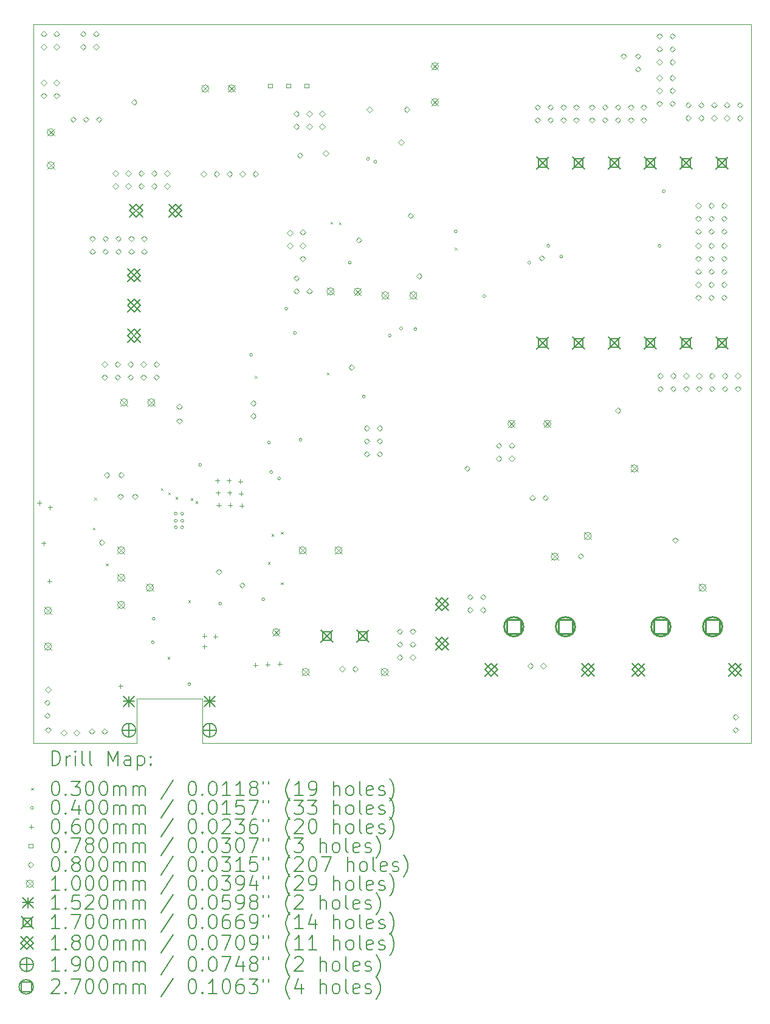
<source format=gbr>
%TF.GenerationSoftware,KiCad,Pcbnew,8.0.0*%
%TF.CreationDate,2024-03-30T16:18:15+01:00*%
%TF.ProjectId,schematic-main,73636865-6d61-4746-9963-2d6d61696e2e,rev?*%
%TF.SameCoordinates,Original*%
%TF.FileFunction,Drillmap*%
%TF.FilePolarity,Positive*%
%FSLAX45Y45*%
G04 Gerber Fmt 4.5, Leading zero omitted, Abs format (unit mm)*
G04 Created by KiCad (PCBNEW 8.0.0) date 2024-03-30 16:18:15*
%MOMM*%
%LPD*%
G01*
G04 APERTURE LIST*
%ADD10C,0.050000*%
%ADD11C,0.200000*%
%ADD12C,0.100000*%
%ADD13C,0.152000*%
%ADD14C,0.170000*%
%ADD15C,0.180000*%
%ADD16C,0.190000*%
%ADD17C,0.270000*%
G04 APERTURE END LIST*
D10*
X18500000Y-5000000D02*
X18500000Y-15000000D01*
X9940000Y-15000000D02*
X8500000Y-15000000D01*
X10850000Y-14390000D02*
X9940000Y-14390000D01*
X18500000Y-15000000D02*
X10850000Y-15000000D01*
X10850000Y-15000000D02*
X10850000Y-14390000D01*
X9940000Y-14390000D02*
X9940000Y-15000000D01*
X8500000Y-5000000D02*
X18500000Y-5000000D01*
X8500000Y-15000000D02*
X8500000Y-5000000D01*
D11*
D12*
X9325000Y-12005000D02*
X9355000Y-12035000D01*
X9355000Y-12005000D02*
X9325000Y-12035000D01*
X9345000Y-11585000D02*
X9375000Y-11615000D01*
X9375000Y-11585000D02*
X9345000Y-11615000D01*
X9505000Y-12505000D02*
X9535000Y-12535000D01*
X9535000Y-12505000D02*
X9505000Y-12535000D01*
X10275000Y-11455000D02*
X10305000Y-11485000D01*
X10305000Y-11455000D02*
X10275000Y-11485000D01*
X10365000Y-13805000D02*
X10395000Y-13835000D01*
X10395000Y-13805000D02*
X10365000Y-13835000D01*
X10375000Y-11515000D02*
X10405000Y-11545000D01*
X10405000Y-11515000D02*
X10375000Y-11545000D01*
X10475000Y-11575000D02*
X10505000Y-11605000D01*
X10505000Y-11575000D02*
X10475000Y-11605000D01*
X10655000Y-13015000D02*
X10685000Y-13045000D01*
X10685000Y-13015000D02*
X10655000Y-13045000D01*
X10686487Y-11594448D02*
X10716487Y-11624448D01*
X10716487Y-11594448D02*
X10686487Y-11624448D01*
X10756487Y-11636668D02*
X10786487Y-11666668D01*
X10786487Y-11636668D02*
X10756487Y-11666668D01*
X11580000Y-9890000D02*
X11610000Y-9920000D01*
X11610000Y-9890000D02*
X11580000Y-9920000D01*
X11765000Y-12485000D02*
X11795000Y-12515000D01*
X11795000Y-12485000D02*
X11765000Y-12515000D01*
X11813366Y-12092362D02*
X11843366Y-12122362D01*
X11843366Y-12092362D02*
X11813366Y-12122362D01*
X11945000Y-12065000D02*
X11975000Y-12095000D01*
X11975000Y-12065000D02*
X11945000Y-12095000D01*
X11945000Y-12765000D02*
X11975000Y-12795000D01*
X11975000Y-12765000D02*
X11945000Y-12795000D01*
X12585000Y-9845000D02*
X12615000Y-9875000D01*
X12615000Y-9845000D02*
X12585000Y-9875000D01*
X12635000Y-7745000D02*
X12665000Y-7775000D01*
X12665000Y-7745000D02*
X12635000Y-7775000D01*
X12755000Y-7755000D02*
X12785000Y-7785000D01*
X12785000Y-7755000D02*
X12755000Y-7785000D01*
X14365000Y-8105000D02*
X14395000Y-8135000D01*
X14395000Y-8105000D02*
X14365000Y-8135000D01*
X10180000Y-13600000D02*
G75*
G02*
X10140000Y-13600000I-20000J0D01*
G01*
X10140000Y-13600000D02*
G75*
G02*
X10180000Y-13600000I20000J0D01*
G01*
X10193750Y-13273750D02*
G75*
G02*
X10153750Y-13273750I-20000J0D01*
G01*
X10153750Y-13273750D02*
G75*
G02*
X10193750Y-13273750I20000J0D01*
G01*
X10500000Y-11810000D02*
G75*
G02*
X10460000Y-11810000I-20000J0D01*
G01*
X10460000Y-11810000D02*
G75*
G02*
X10500000Y-11810000I20000J0D01*
G01*
X10500000Y-11910000D02*
G75*
G02*
X10460000Y-11910000I-20000J0D01*
G01*
X10460000Y-11910000D02*
G75*
G02*
X10500000Y-11910000I20000J0D01*
G01*
X10500000Y-12000000D02*
G75*
G02*
X10460000Y-12000000I-20000J0D01*
G01*
X10460000Y-12000000D02*
G75*
G02*
X10500000Y-12000000I20000J0D01*
G01*
X10590000Y-11810000D02*
G75*
G02*
X10550000Y-11810000I-20000J0D01*
G01*
X10550000Y-11810000D02*
G75*
G02*
X10590000Y-11810000I20000J0D01*
G01*
X10590000Y-11910000D02*
G75*
G02*
X10550000Y-11910000I-20000J0D01*
G01*
X10550000Y-11910000D02*
G75*
G02*
X10590000Y-11910000I20000J0D01*
G01*
X10590000Y-12000000D02*
G75*
G02*
X10550000Y-12000000I-20000J0D01*
G01*
X10550000Y-12000000D02*
G75*
G02*
X10590000Y-12000000I20000J0D01*
G01*
X10690000Y-14184000D02*
G75*
G02*
X10650000Y-14184000I-20000J0D01*
G01*
X10650000Y-14184000D02*
G75*
G02*
X10690000Y-14184000I20000J0D01*
G01*
X10840711Y-11130711D02*
G75*
G02*
X10800711Y-11130711I-20000J0D01*
G01*
X10800711Y-11130711D02*
G75*
G02*
X10840711Y-11130711I20000J0D01*
G01*
X11120000Y-13060000D02*
G75*
G02*
X11080000Y-13060000I-20000J0D01*
G01*
X11080000Y-13060000D02*
G75*
G02*
X11120000Y-13060000I20000J0D01*
G01*
X11550000Y-9600000D02*
G75*
G02*
X11510000Y-9600000I-20000J0D01*
G01*
X11510000Y-9600000D02*
G75*
G02*
X11550000Y-9600000I20000J0D01*
G01*
X11720000Y-13000000D02*
G75*
G02*
X11680000Y-13000000I-20000J0D01*
G01*
X11680000Y-13000000D02*
G75*
G02*
X11720000Y-13000000I20000J0D01*
G01*
X11800000Y-10820000D02*
G75*
G02*
X11760000Y-10820000I-20000J0D01*
G01*
X11760000Y-10820000D02*
G75*
G02*
X11800000Y-10820000I20000J0D01*
G01*
X11830000Y-11230000D02*
G75*
G02*
X11790000Y-11230000I-20000J0D01*
G01*
X11790000Y-11230000D02*
G75*
G02*
X11830000Y-11230000I20000J0D01*
G01*
X11940000Y-11320000D02*
G75*
G02*
X11900000Y-11320000I-20000J0D01*
G01*
X11900000Y-11320000D02*
G75*
G02*
X11940000Y-11320000I20000J0D01*
G01*
X12040000Y-8953000D02*
G75*
G02*
X12000000Y-8953000I-20000J0D01*
G01*
X12000000Y-8953000D02*
G75*
G02*
X12040000Y-8953000I20000J0D01*
G01*
X12160000Y-9293000D02*
G75*
G02*
X12120000Y-9293000I-20000J0D01*
G01*
X12120000Y-9293000D02*
G75*
G02*
X12160000Y-9293000I20000J0D01*
G01*
X12240000Y-10780000D02*
G75*
G02*
X12200000Y-10780000I-20000J0D01*
G01*
X12200000Y-10780000D02*
G75*
G02*
X12240000Y-10780000I20000J0D01*
G01*
X12925000Y-8315000D02*
G75*
G02*
X12885000Y-8315000I-20000J0D01*
G01*
X12885000Y-8315000D02*
G75*
G02*
X12925000Y-8315000I20000J0D01*
G01*
X13120000Y-10180000D02*
G75*
G02*
X13080000Y-10180000I-20000J0D01*
G01*
X13080000Y-10180000D02*
G75*
G02*
X13120000Y-10180000I20000J0D01*
G01*
X13180000Y-6870000D02*
G75*
G02*
X13140000Y-6870000I-20000J0D01*
G01*
X13140000Y-6870000D02*
G75*
G02*
X13180000Y-6870000I20000J0D01*
G01*
X13281790Y-6910000D02*
G75*
G02*
X13241790Y-6910000I-20000J0D01*
G01*
X13241790Y-6910000D02*
G75*
G02*
X13281790Y-6910000I20000J0D01*
G01*
X13480000Y-9330000D02*
G75*
G02*
X13440000Y-9330000I-20000J0D01*
G01*
X13440000Y-9330000D02*
G75*
G02*
X13480000Y-9330000I20000J0D01*
G01*
X13640000Y-9230000D02*
G75*
G02*
X13600000Y-9230000I-20000J0D01*
G01*
X13600000Y-9230000D02*
G75*
G02*
X13640000Y-9230000I20000J0D01*
G01*
X13840000Y-9240000D02*
G75*
G02*
X13800000Y-9240000I-20000J0D01*
G01*
X13800000Y-9240000D02*
G75*
G02*
X13840000Y-9240000I20000J0D01*
G01*
X14400000Y-7880000D02*
G75*
G02*
X14360000Y-7880000I-20000J0D01*
G01*
X14360000Y-7880000D02*
G75*
G02*
X14400000Y-7880000I20000J0D01*
G01*
X14800000Y-8780000D02*
G75*
G02*
X14760000Y-8780000I-20000J0D01*
G01*
X14760000Y-8780000D02*
G75*
G02*
X14800000Y-8780000I20000J0D01*
G01*
X15424541Y-8315459D02*
G75*
G02*
X15384541Y-8315459I-20000J0D01*
G01*
X15384541Y-8315459D02*
G75*
G02*
X15424541Y-8315459I20000J0D01*
G01*
X15690000Y-8080000D02*
G75*
G02*
X15650000Y-8080000I-20000J0D01*
G01*
X15650000Y-8080000D02*
G75*
G02*
X15690000Y-8080000I20000J0D01*
G01*
X15870000Y-8230000D02*
G75*
G02*
X15830000Y-8230000I-20000J0D01*
G01*
X15830000Y-8230000D02*
G75*
G02*
X15870000Y-8230000I20000J0D01*
G01*
X17240000Y-8080000D02*
G75*
G02*
X17200000Y-8080000I-20000J0D01*
G01*
X17200000Y-8080000D02*
G75*
G02*
X17240000Y-8080000I20000J0D01*
G01*
X17300000Y-7320000D02*
G75*
G02*
X17260000Y-7320000I-20000J0D01*
G01*
X17260000Y-7320000D02*
G75*
G02*
X17300000Y-7320000I20000J0D01*
G01*
X8580000Y-11630000D02*
X8580000Y-11690000D01*
X8550000Y-11660000D02*
X8610000Y-11660000D01*
X8640000Y-12190000D02*
X8640000Y-12250000D01*
X8610000Y-12220000D02*
X8670000Y-12220000D01*
X8720000Y-12720000D02*
X8720000Y-12780000D01*
X8690000Y-12750000D02*
X8750000Y-12750000D01*
X8730000Y-11690000D02*
X8730000Y-11750000D01*
X8700000Y-11720000D02*
X8760000Y-11720000D01*
X9710000Y-14180000D02*
X9710000Y-14240000D01*
X9680000Y-14210000D02*
X9740000Y-14210000D01*
X10880000Y-13480000D02*
X10880000Y-13540000D01*
X10850000Y-13510000D02*
X10910000Y-13510000D01*
X10880000Y-13630000D02*
X10880000Y-13690000D01*
X10850000Y-13660000D02*
X10910000Y-13660000D01*
X11030000Y-13490000D02*
X11030000Y-13550000D01*
X11000000Y-13520000D02*
X11060000Y-13520000D01*
X11060000Y-11320000D02*
X11060000Y-11380000D01*
X11030000Y-11350000D02*
X11090000Y-11350000D01*
X11070000Y-11490000D02*
X11070000Y-11550000D01*
X11040000Y-11520000D02*
X11100000Y-11520000D01*
X11080000Y-11660000D02*
X11080000Y-11720000D01*
X11050000Y-11690000D02*
X11110000Y-11690000D01*
X11220000Y-11320000D02*
X11220000Y-11380000D01*
X11190000Y-11350000D02*
X11250000Y-11350000D01*
X11230000Y-11490000D02*
X11230000Y-11550000D01*
X11200000Y-11520000D02*
X11260000Y-11520000D01*
X11240000Y-11660000D02*
X11240000Y-11720000D01*
X11210000Y-11690000D02*
X11270000Y-11690000D01*
X11380000Y-11330000D02*
X11380000Y-11390000D01*
X11350000Y-11360000D02*
X11410000Y-11360000D01*
X11390000Y-11500000D02*
X11390000Y-11560000D01*
X11360000Y-11530000D02*
X11420000Y-11530000D01*
X11400000Y-11670000D02*
X11400000Y-11730000D01*
X11370000Y-11700000D02*
X11430000Y-11700000D01*
X11590000Y-13890000D02*
X11590000Y-13950000D01*
X11560000Y-13920000D02*
X11620000Y-13920000D01*
X11760000Y-13880000D02*
X11760000Y-13940000D01*
X11730000Y-13910000D02*
X11790000Y-13910000D01*
X11930000Y-13870000D02*
X11930000Y-13930000D01*
X11900000Y-13900000D02*
X11960000Y-13900000D01*
X11823577Y-5877577D02*
X11823577Y-5822423D01*
X11768423Y-5822423D01*
X11768423Y-5877577D01*
X11823577Y-5877577D01*
X12077577Y-5877577D02*
X12077577Y-5822423D01*
X12022423Y-5822423D01*
X12022423Y-5877577D01*
X12077577Y-5877577D01*
X12331577Y-5877577D02*
X12331577Y-5822423D01*
X12276423Y-5822423D01*
X12276423Y-5877577D01*
X12331577Y-5877577D01*
X8640000Y-5170000D02*
X8680000Y-5130000D01*
X8640000Y-5090000D01*
X8600000Y-5130000D01*
X8640000Y-5170000D01*
X8640000Y-5350000D02*
X8680000Y-5310000D01*
X8640000Y-5270000D01*
X8600000Y-5310000D01*
X8640000Y-5350000D01*
X8640000Y-5850000D02*
X8680000Y-5810000D01*
X8640000Y-5770000D01*
X8600000Y-5810000D01*
X8640000Y-5850000D01*
X8640000Y-6030000D02*
X8680000Y-5990000D01*
X8640000Y-5950000D01*
X8600000Y-5990000D01*
X8640000Y-6030000D01*
X8690000Y-14480000D02*
X8730000Y-14440000D01*
X8690000Y-14400000D01*
X8650000Y-14440000D01*
X8690000Y-14480000D01*
X8690000Y-14660000D02*
X8730000Y-14620000D01*
X8690000Y-14580000D01*
X8650000Y-14620000D01*
X8690000Y-14660000D01*
X8700000Y-14300000D02*
X8740000Y-14260000D01*
X8700000Y-14220000D01*
X8660000Y-14260000D01*
X8700000Y-14300000D01*
X8700000Y-14860000D02*
X8740000Y-14820000D01*
X8700000Y-14780000D01*
X8660000Y-14820000D01*
X8700000Y-14860000D01*
X8820000Y-5170000D02*
X8860000Y-5130000D01*
X8820000Y-5090000D01*
X8780000Y-5130000D01*
X8820000Y-5170000D01*
X8820000Y-5350000D02*
X8860000Y-5310000D01*
X8820000Y-5270000D01*
X8780000Y-5310000D01*
X8820000Y-5350000D01*
X8820000Y-5850000D02*
X8860000Y-5810000D01*
X8820000Y-5770000D01*
X8780000Y-5810000D01*
X8820000Y-5850000D01*
X8820000Y-6030000D02*
X8860000Y-5990000D01*
X8820000Y-5950000D01*
X8780000Y-5990000D01*
X8820000Y-6030000D01*
X8920000Y-14900000D02*
X8960000Y-14860000D01*
X8920000Y-14820000D01*
X8880000Y-14860000D01*
X8920000Y-14900000D01*
X9050000Y-6360000D02*
X9090000Y-6320000D01*
X9050000Y-6280000D01*
X9010000Y-6320000D01*
X9050000Y-6360000D01*
X9100000Y-14900000D02*
X9140000Y-14860000D01*
X9100000Y-14820000D01*
X9060000Y-14860000D01*
X9100000Y-14900000D01*
X9190000Y-5170000D02*
X9230000Y-5130000D01*
X9190000Y-5090000D01*
X9150000Y-5130000D01*
X9190000Y-5170000D01*
X9190000Y-5350000D02*
X9230000Y-5310000D01*
X9190000Y-5270000D01*
X9150000Y-5310000D01*
X9190000Y-5350000D01*
X9230000Y-6360000D02*
X9270000Y-6320000D01*
X9230000Y-6280000D01*
X9190000Y-6320000D01*
X9230000Y-6360000D01*
X9310000Y-14880000D02*
X9350000Y-14840000D01*
X9310000Y-14800000D01*
X9270000Y-14840000D01*
X9310000Y-14880000D01*
X9320000Y-8020000D02*
X9360000Y-7980000D01*
X9320000Y-7940000D01*
X9280000Y-7980000D01*
X9320000Y-8020000D01*
X9320000Y-8200000D02*
X9360000Y-8160000D01*
X9320000Y-8120000D01*
X9280000Y-8160000D01*
X9320000Y-8200000D01*
X9370000Y-5170000D02*
X9410000Y-5130000D01*
X9370000Y-5090000D01*
X9330000Y-5130000D01*
X9370000Y-5170000D01*
X9370000Y-5350000D02*
X9410000Y-5310000D01*
X9370000Y-5270000D01*
X9330000Y-5310000D01*
X9370000Y-5350000D01*
X9410000Y-6360000D02*
X9450000Y-6320000D01*
X9410000Y-6280000D01*
X9370000Y-6320000D01*
X9410000Y-6360000D01*
X9450000Y-12250000D02*
X9490000Y-12210000D01*
X9450000Y-12170000D01*
X9410000Y-12210000D01*
X9450000Y-12250000D01*
X9490000Y-9770000D02*
X9530000Y-9730000D01*
X9490000Y-9690000D01*
X9450000Y-9730000D01*
X9490000Y-9770000D01*
X9490000Y-9950000D02*
X9530000Y-9910000D01*
X9490000Y-9870000D01*
X9450000Y-9910000D01*
X9490000Y-9950000D01*
X9490000Y-14880000D02*
X9530000Y-14840000D01*
X9490000Y-14800000D01*
X9450000Y-14840000D01*
X9490000Y-14880000D01*
X9500000Y-8020000D02*
X9540000Y-7980000D01*
X9500000Y-7940000D01*
X9460000Y-7980000D01*
X9500000Y-8020000D01*
X9500000Y-8200000D02*
X9540000Y-8160000D01*
X9500000Y-8120000D01*
X9460000Y-8160000D01*
X9500000Y-8200000D01*
X9520000Y-11310000D02*
X9560000Y-11270000D01*
X9520000Y-11230000D01*
X9480000Y-11270000D01*
X9520000Y-11310000D01*
X9640000Y-7110000D02*
X9680000Y-7070000D01*
X9640000Y-7030000D01*
X9600000Y-7070000D01*
X9640000Y-7110000D01*
X9640000Y-7290000D02*
X9680000Y-7250000D01*
X9640000Y-7210000D01*
X9600000Y-7250000D01*
X9640000Y-7290000D01*
X9670000Y-9770000D02*
X9710000Y-9730000D01*
X9670000Y-9690000D01*
X9630000Y-9730000D01*
X9670000Y-9770000D01*
X9670000Y-9950000D02*
X9710000Y-9910000D01*
X9670000Y-9870000D01*
X9630000Y-9910000D01*
X9670000Y-9950000D01*
X9680000Y-8020000D02*
X9720000Y-7980000D01*
X9680000Y-7940000D01*
X9640000Y-7980000D01*
X9680000Y-8020000D01*
X9680000Y-8200000D02*
X9720000Y-8160000D01*
X9680000Y-8120000D01*
X9640000Y-8160000D01*
X9680000Y-8200000D01*
X9710000Y-11610000D02*
X9750000Y-11570000D01*
X9710000Y-11530000D01*
X9670000Y-11570000D01*
X9710000Y-11610000D01*
X9720000Y-11310000D02*
X9760000Y-11270000D01*
X9720000Y-11230000D01*
X9680000Y-11270000D01*
X9720000Y-11310000D01*
X9820000Y-7110000D02*
X9860000Y-7070000D01*
X9820000Y-7030000D01*
X9780000Y-7070000D01*
X9820000Y-7110000D01*
X9820000Y-7290000D02*
X9860000Y-7250000D01*
X9820000Y-7210000D01*
X9780000Y-7250000D01*
X9820000Y-7290000D01*
X9850000Y-9770000D02*
X9890000Y-9730000D01*
X9850000Y-9690000D01*
X9810000Y-9730000D01*
X9850000Y-9770000D01*
X9850000Y-9950000D02*
X9890000Y-9910000D01*
X9850000Y-9870000D01*
X9810000Y-9910000D01*
X9850000Y-9950000D01*
X9860000Y-8020000D02*
X9900000Y-7980000D01*
X9860000Y-7940000D01*
X9820000Y-7980000D01*
X9860000Y-8020000D01*
X9860000Y-8200000D02*
X9900000Y-8160000D01*
X9860000Y-8120000D01*
X9820000Y-8160000D01*
X9860000Y-8200000D01*
X9900000Y-6120000D02*
X9940000Y-6080000D01*
X9900000Y-6040000D01*
X9860000Y-6080000D01*
X9900000Y-6120000D01*
X9910000Y-11610000D02*
X9950000Y-11570000D01*
X9910000Y-11530000D01*
X9870000Y-11570000D01*
X9910000Y-11610000D01*
X10000000Y-7110000D02*
X10040000Y-7070000D01*
X10000000Y-7030000D01*
X9960000Y-7070000D01*
X10000000Y-7110000D01*
X10000000Y-7290000D02*
X10040000Y-7250000D01*
X10000000Y-7210000D01*
X9960000Y-7250000D01*
X10000000Y-7290000D01*
X10030000Y-9770000D02*
X10070000Y-9730000D01*
X10030000Y-9690000D01*
X9990000Y-9730000D01*
X10030000Y-9770000D01*
X10030000Y-9950000D02*
X10070000Y-9910000D01*
X10030000Y-9870000D01*
X9990000Y-9910000D01*
X10030000Y-9950000D01*
X10040000Y-8020000D02*
X10080000Y-7980000D01*
X10040000Y-7940000D01*
X10000000Y-7980000D01*
X10040000Y-8020000D01*
X10040000Y-8200000D02*
X10080000Y-8160000D01*
X10040000Y-8120000D01*
X10000000Y-8160000D01*
X10040000Y-8200000D01*
X10180000Y-7110000D02*
X10220000Y-7070000D01*
X10180000Y-7030000D01*
X10140000Y-7070000D01*
X10180000Y-7110000D01*
X10180000Y-7290000D02*
X10220000Y-7250000D01*
X10180000Y-7210000D01*
X10140000Y-7250000D01*
X10180000Y-7290000D01*
X10210000Y-9770000D02*
X10250000Y-9730000D01*
X10210000Y-9690000D01*
X10170000Y-9730000D01*
X10210000Y-9770000D01*
X10210000Y-9950000D02*
X10250000Y-9910000D01*
X10210000Y-9870000D01*
X10170000Y-9910000D01*
X10210000Y-9950000D01*
X10360000Y-7110000D02*
X10400000Y-7070000D01*
X10360000Y-7030000D01*
X10320000Y-7070000D01*
X10360000Y-7110000D01*
X10360000Y-7290000D02*
X10400000Y-7250000D01*
X10360000Y-7210000D01*
X10320000Y-7250000D01*
X10360000Y-7290000D01*
X10530000Y-10360000D02*
X10570000Y-10320000D01*
X10530000Y-10280000D01*
X10490000Y-10320000D01*
X10530000Y-10360000D01*
X10530000Y-10560000D02*
X10570000Y-10520000D01*
X10530000Y-10480000D01*
X10490000Y-10520000D01*
X10530000Y-10560000D01*
X10870000Y-7120000D02*
X10910000Y-7080000D01*
X10870000Y-7040000D01*
X10830000Y-7080000D01*
X10870000Y-7120000D01*
X11050000Y-7120000D02*
X11090000Y-7080000D01*
X11050000Y-7040000D01*
X11010000Y-7080000D01*
X11050000Y-7120000D01*
X11080000Y-12660000D02*
X11120000Y-12620000D01*
X11080000Y-12580000D01*
X11040000Y-12620000D01*
X11080000Y-12660000D01*
X11230000Y-7120000D02*
X11270000Y-7080000D01*
X11230000Y-7040000D01*
X11190000Y-7080000D01*
X11230000Y-7120000D01*
X11405147Y-12845147D02*
X11445147Y-12805147D01*
X11405147Y-12765147D01*
X11365147Y-12805147D01*
X11405147Y-12845147D01*
X11410000Y-7120000D02*
X11450000Y-7080000D01*
X11410000Y-7040000D01*
X11370000Y-7080000D01*
X11410000Y-7120000D01*
X11560000Y-10310000D02*
X11600000Y-10270000D01*
X11560000Y-10230000D01*
X11520000Y-10270000D01*
X11560000Y-10310000D01*
X11560000Y-10490000D02*
X11600000Y-10450000D01*
X11560000Y-10410000D01*
X11520000Y-10450000D01*
X11560000Y-10490000D01*
X11590000Y-7120000D02*
X11630000Y-7080000D01*
X11590000Y-7040000D01*
X11550000Y-7080000D01*
X11590000Y-7120000D01*
X12070000Y-7940000D02*
X12110000Y-7900000D01*
X12070000Y-7860000D01*
X12030000Y-7900000D01*
X12070000Y-7940000D01*
X12070000Y-8120000D02*
X12110000Y-8080000D01*
X12070000Y-8040000D01*
X12030000Y-8080000D01*
X12070000Y-8120000D01*
X12160000Y-6280000D02*
X12200000Y-6240000D01*
X12160000Y-6200000D01*
X12120000Y-6240000D01*
X12160000Y-6280000D01*
X12160000Y-6460000D02*
X12200000Y-6420000D01*
X12160000Y-6380000D01*
X12120000Y-6420000D01*
X12160000Y-6460000D01*
X12160000Y-8570000D02*
X12200000Y-8530000D01*
X12160000Y-8490000D01*
X12120000Y-8530000D01*
X12160000Y-8570000D01*
X12160000Y-8750000D02*
X12200000Y-8710000D01*
X12160000Y-8670000D01*
X12120000Y-8710000D01*
X12160000Y-8750000D01*
X12210000Y-6860000D02*
X12250000Y-6820000D01*
X12210000Y-6780000D01*
X12170000Y-6820000D01*
X12210000Y-6860000D01*
X12250000Y-7930000D02*
X12290000Y-7890000D01*
X12250000Y-7850000D01*
X12210000Y-7890000D01*
X12250000Y-7930000D01*
X12250000Y-8120000D02*
X12290000Y-8080000D01*
X12250000Y-8040000D01*
X12210000Y-8080000D01*
X12250000Y-8120000D01*
X12250000Y-8300000D02*
X12290000Y-8260000D01*
X12250000Y-8220000D01*
X12210000Y-8260000D01*
X12250000Y-8300000D01*
X12340000Y-6280000D02*
X12380000Y-6240000D01*
X12340000Y-6200000D01*
X12300000Y-6240000D01*
X12340000Y-6280000D01*
X12340000Y-6460000D02*
X12380000Y-6420000D01*
X12340000Y-6380000D01*
X12300000Y-6420000D01*
X12340000Y-6460000D01*
X12340000Y-8750000D02*
X12380000Y-8710000D01*
X12340000Y-8670000D01*
X12300000Y-8710000D01*
X12340000Y-8750000D01*
X12520000Y-6280000D02*
X12560000Y-6240000D01*
X12520000Y-6200000D01*
X12480000Y-6240000D01*
X12520000Y-6280000D01*
X12520000Y-6460000D02*
X12560000Y-6420000D01*
X12520000Y-6380000D01*
X12480000Y-6420000D01*
X12520000Y-6460000D01*
X12570000Y-6830000D02*
X12610000Y-6790000D01*
X12570000Y-6750000D01*
X12530000Y-6790000D01*
X12570000Y-6830000D01*
X12800000Y-14010000D02*
X12840000Y-13970000D01*
X12800000Y-13930000D01*
X12760000Y-13970000D01*
X12800000Y-14010000D01*
X12930000Y-9810000D02*
X12970000Y-9770000D01*
X12930000Y-9730000D01*
X12890000Y-9770000D01*
X12930000Y-9810000D01*
X12980000Y-14010000D02*
X13020000Y-13970000D01*
X12980000Y-13930000D01*
X12940000Y-13970000D01*
X12980000Y-14010000D01*
X13030000Y-8040000D02*
X13070000Y-8000000D01*
X13030000Y-7960000D01*
X12990000Y-8000000D01*
X13030000Y-8040000D01*
X13140000Y-10660000D02*
X13180000Y-10620000D01*
X13140000Y-10580000D01*
X13100000Y-10620000D01*
X13140000Y-10660000D01*
X13140000Y-10840000D02*
X13180000Y-10800000D01*
X13140000Y-10760000D01*
X13100000Y-10800000D01*
X13140000Y-10840000D01*
X13140000Y-11020000D02*
X13180000Y-10980000D01*
X13140000Y-10940000D01*
X13100000Y-10980000D01*
X13140000Y-11020000D01*
X13180000Y-6220000D02*
X13220000Y-6180000D01*
X13180000Y-6140000D01*
X13140000Y-6180000D01*
X13180000Y-6220000D01*
X13320000Y-10660000D02*
X13360000Y-10620000D01*
X13320000Y-10580000D01*
X13280000Y-10620000D01*
X13320000Y-10660000D01*
X13320000Y-10840000D02*
X13360000Y-10800000D01*
X13320000Y-10760000D01*
X13280000Y-10800000D01*
X13320000Y-10840000D01*
X13320000Y-11020000D02*
X13360000Y-10980000D01*
X13320000Y-10940000D01*
X13280000Y-10980000D01*
X13320000Y-11020000D01*
X13600000Y-13490000D02*
X13640000Y-13450000D01*
X13600000Y-13410000D01*
X13560000Y-13450000D01*
X13600000Y-13490000D01*
X13600000Y-13670000D02*
X13640000Y-13630000D01*
X13600000Y-13590000D01*
X13560000Y-13630000D01*
X13600000Y-13670000D01*
X13600000Y-13850000D02*
X13640000Y-13810000D01*
X13600000Y-13770000D01*
X13560000Y-13810000D01*
X13600000Y-13850000D01*
X13620000Y-6680000D02*
X13660000Y-6640000D01*
X13620000Y-6600000D01*
X13580000Y-6640000D01*
X13620000Y-6680000D01*
X13700000Y-6220000D02*
X13740000Y-6180000D01*
X13700000Y-6140000D01*
X13660000Y-6180000D01*
X13700000Y-6220000D01*
X13750000Y-7700000D02*
X13790000Y-7660000D01*
X13750000Y-7620000D01*
X13710000Y-7660000D01*
X13750000Y-7700000D01*
X13780000Y-13490000D02*
X13820000Y-13450000D01*
X13780000Y-13410000D01*
X13740000Y-13450000D01*
X13780000Y-13490000D01*
X13780000Y-13670000D02*
X13820000Y-13630000D01*
X13780000Y-13590000D01*
X13740000Y-13630000D01*
X13780000Y-13670000D01*
X13780000Y-13850000D02*
X13820000Y-13810000D01*
X13780000Y-13770000D01*
X13740000Y-13810000D01*
X13780000Y-13850000D01*
X13870000Y-8540000D02*
X13910000Y-8500000D01*
X13870000Y-8460000D01*
X13830000Y-8500000D01*
X13870000Y-8540000D01*
X14540000Y-11220000D02*
X14580000Y-11180000D01*
X14540000Y-11140000D01*
X14500000Y-11180000D01*
X14540000Y-11220000D01*
X14580000Y-13010000D02*
X14620000Y-12970000D01*
X14580000Y-12930000D01*
X14540000Y-12970000D01*
X14580000Y-13010000D01*
X14580000Y-13190000D02*
X14620000Y-13150000D01*
X14580000Y-13110000D01*
X14540000Y-13150000D01*
X14580000Y-13190000D01*
X14760000Y-13010000D02*
X14800000Y-12970000D01*
X14760000Y-12930000D01*
X14720000Y-12970000D01*
X14760000Y-13010000D01*
X14760000Y-13190000D02*
X14800000Y-13150000D01*
X14760000Y-13110000D01*
X14720000Y-13150000D01*
X14760000Y-13190000D01*
X14980000Y-10900000D02*
X15020000Y-10860000D01*
X14980000Y-10820000D01*
X14940000Y-10860000D01*
X14980000Y-10900000D01*
X14980000Y-11080000D02*
X15020000Y-11040000D01*
X14980000Y-11000000D01*
X14940000Y-11040000D01*
X14980000Y-11080000D01*
X15160000Y-10900000D02*
X15200000Y-10860000D01*
X15160000Y-10820000D01*
X15120000Y-10860000D01*
X15160000Y-10900000D01*
X15160000Y-11080000D02*
X15200000Y-11040000D01*
X15160000Y-11000000D01*
X15120000Y-11040000D01*
X15160000Y-11080000D01*
X15420000Y-13970000D02*
X15460000Y-13930000D01*
X15420000Y-13890000D01*
X15380000Y-13930000D01*
X15420000Y-13970000D01*
X15450000Y-11630000D02*
X15490000Y-11590000D01*
X15450000Y-11550000D01*
X15410000Y-11590000D01*
X15450000Y-11630000D01*
X15520000Y-6190000D02*
X15560000Y-6150000D01*
X15520000Y-6110000D01*
X15480000Y-6150000D01*
X15520000Y-6190000D01*
X15520000Y-6370000D02*
X15560000Y-6330000D01*
X15520000Y-6290000D01*
X15480000Y-6330000D01*
X15520000Y-6370000D01*
X15580000Y-8290000D02*
X15620000Y-8250000D01*
X15580000Y-8210000D01*
X15540000Y-8250000D01*
X15580000Y-8290000D01*
X15600000Y-13970000D02*
X15640000Y-13930000D01*
X15600000Y-13890000D01*
X15560000Y-13930000D01*
X15600000Y-13970000D01*
X15630000Y-11630000D02*
X15670000Y-11590000D01*
X15630000Y-11550000D01*
X15590000Y-11590000D01*
X15630000Y-11630000D01*
X15700000Y-6190000D02*
X15740000Y-6150000D01*
X15700000Y-6110000D01*
X15660000Y-6150000D01*
X15700000Y-6190000D01*
X15700000Y-6370000D02*
X15740000Y-6330000D01*
X15700000Y-6290000D01*
X15660000Y-6330000D01*
X15700000Y-6370000D01*
X15880000Y-6190000D02*
X15920000Y-6150000D01*
X15880000Y-6110000D01*
X15840000Y-6150000D01*
X15880000Y-6190000D01*
X15880000Y-6370000D02*
X15920000Y-6330000D01*
X15880000Y-6290000D01*
X15840000Y-6330000D01*
X15880000Y-6370000D01*
X16060000Y-6190000D02*
X16100000Y-6150000D01*
X16060000Y-6110000D01*
X16020000Y-6150000D01*
X16060000Y-6190000D01*
X16060000Y-6370000D02*
X16100000Y-6330000D01*
X16060000Y-6290000D01*
X16020000Y-6330000D01*
X16060000Y-6370000D01*
X16120000Y-12440000D02*
X16160000Y-12400000D01*
X16120000Y-12360000D01*
X16080000Y-12400000D01*
X16120000Y-12440000D01*
X16280000Y-6190000D02*
X16320000Y-6150000D01*
X16280000Y-6110000D01*
X16240000Y-6150000D01*
X16280000Y-6190000D01*
X16280000Y-6370000D02*
X16320000Y-6330000D01*
X16280000Y-6290000D01*
X16240000Y-6330000D01*
X16280000Y-6370000D01*
X16460000Y-6190000D02*
X16500000Y-6150000D01*
X16460000Y-6110000D01*
X16420000Y-6150000D01*
X16460000Y-6190000D01*
X16460000Y-6370000D02*
X16500000Y-6330000D01*
X16460000Y-6290000D01*
X16420000Y-6330000D01*
X16460000Y-6370000D01*
X16638955Y-10411045D02*
X16678955Y-10371045D01*
X16638955Y-10331045D01*
X16598955Y-10371045D01*
X16638955Y-10411045D01*
X16640000Y-6190000D02*
X16680000Y-6150000D01*
X16640000Y-6110000D01*
X16600000Y-6150000D01*
X16640000Y-6190000D01*
X16640000Y-6370000D02*
X16680000Y-6330000D01*
X16640000Y-6290000D01*
X16600000Y-6330000D01*
X16640000Y-6370000D01*
X16720000Y-5480000D02*
X16760000Y-5440000D01*
X16720000Y-5400000D01*
X16680000Y-5440000D01*
X16720000Y-5480000D01*
X16820000Y-6190000D02*
X16860000Y-6150000D01*
X16820000Y-6110000D01*
X16780000Y-6150000D01*
X16820000Y-6190000D01*
X16820000Y-6370000D02*
X16860000Y-6330000D01*
X16820000Y-6290000D01*
X16780000Y-6330000D01*
X16820000Y-6370000D01*
X16920000Y-5480000D02*
X16960000Y-5440000D01*
X16920000Y-5400000D01*
X16880000Y-5440000D01*
X16920000Y-5480000D01*
X16920000Y-5660000D02*
X16960000Y-5620000D01*
X16920000Y-5580000D01*
X16880000Y-5620000D01*
X16920000Y-5660000D01*
X17000000Y-6190000D02*
X17040000Y-6150000D01*
X17000000Y-6110000D01*
X16960000Y-6150000D01*
X17000000Y-6190000D01*
X17000000Y-6370000D02*
X17040000Y-6330000D01*
X17000000Y-6290000D01*
X16960000Y-6330000D01*
X17000000Y-6370000D01*
X17220000Y-5200000D02*
X17260000Y-5160000D01*
X17220000Y-5120000D01*
X17180000Y-5160000D01*
X17220000Y-5200000D01*
X17220000Y-5380000D02*
X17260000Y-5340000D01*
X17220000Y-5300000D01*
X17180000Y-5340000D01*
X17220000Y-5380000D01*
X17220000Y-5560000D02*
X17260000Y-5520000D01*
X17220000Y-5480000D01*
X17180000Y-5520000D01*
X17220000Y-5560000D01*
X17220000Y-5780000D02*
X17260000Y-5740000D01*
X17220000Y-5700000D01*
X17180000Y-5740000D01*
X17220000Y-5780000D01*
X17220000Y-5960000D02*
X17260000Y-5920000D01*
X17220000Y-5880000D01*
X17180000Y-5920000D01*
X17220000Y-5960000D01*
X17220000Y-6140000D02*
X17260000Y-6100000D01*
X17220000Y-6060000D01*
X17180000Y-6100000D01*
X17220000Y-6140000D01*
X17230000Y-9930000D02*
X17270000Y-9890000D01*
X17230000Y-9850000D01*
X17190000Y-9890000D01*
X17230000Y-9930000D01*
X17230000Y-10110000D02*
X17270000Y-10070000D01*
X17230000Y-10030000D01*
X17190000Y-10070000D01*
X17230000Y-10110000D01*
X17400000Y-5200000D02*
X17440000Y-5160000D01*
X17400000Y-5120000D01*
X17360000Y-5160000D01*
X17400000Y-5200000D01*
X17400000Y-5380000D02*
X17440000Y-5340000D01*
X17400000Y-5300000D01*
X17360000Y-5340000D01*
X17400000Y-5380000D01*
X17400000Y-5560000D02*
X17440000Y-5520000D01*
X17400000Y-5480000D01*
X17360000Y-5520000D01*
X17400000Y-5560000D01*
X17400000Y-5780000D02*
X17440000Y-5740000D01*
X17400000Y-5700000D01*
X17360000Y-5740000D01*
X17400000Y-5780000D01*
X17400000Y-5960000D02*
X17440000Y-5920000D01*
X17400000Y-5880000D01*
X17360000Y-5920000D01*
X17400000Y-5960000D01*
X17400000Y-6140000D02*
X17440000Y-6100000D01*
X17400000Y-6060000D01*
X17360000Y-6100000D01*
X17400000Y-6140000D01*
X17410000Y-9930000D02*
X17450000Y-9890000D01*
X17410000Y-9850000D01*
X17370000Y-9890000D01*
X17410000Y-9930000D01*
X17410000Y-10110000D02*
X17450000Y-10070000D01*
X17410000Y-10030000D01*
X17370000Y-10070000D01*
X17410000Y-10110000D01*
X17440000Y-12220000D02*
X17480000Y-12180000D01*
X17440000Y-12140000D01*
X17400000Y-12180000D01*
X17440000Y-12220000D01*
X17590000Y-9930000D02*
X17630000Y-9890000D01*
X17590000Y-9850000D01*
X17550000Y-9890000D01*
X17590000Y-9930000D01*
X17590000Y-10110000D02*
X17630000Y-10070000D01*
X17590000Y-10030000D01*
X17550000Y-10070000D01*
X17590000Y-10110000D01*
X17620000Y-6160000D02*
X17660000Y-6120000D01*
X17620000Y-6080000D01*
X17580000Y-6120000D01*
X17620000Y-6160000D01*
X17620000Y-6340000D02*
X17660000Y-6300000D01*
X17620000Y-6260000D01*
X17580000Y-6300000D01*
X17620000Y-6340000D01*
X17760000Y-7560000D02*
X17800000Y-7520000D01*
X17760000Y-7480000D01*
X17720000Y-7520000D01*
X17760000Y-7560000D01*
X17760000Y-7740000D02*
X17800000Y-7700000D01*
X17760000Y-7660000D01*
X17720000Y-7700000D01*
X17760000Y-7740000D01*
X17760000Y-7920000D02*
X17800000Y-7880000D01*
X17760000Y-7840000D01*
X17720000Y-7880000D01*
X17760000Y-7920000D01*
X17760000Y-8120000D02*
X17800000Y-8080000D01*
X17760000Y-8040000D01*
X17720000Y-8080000D01*
X17760000Y-8120000D01*
X17760000Y-8300000D02*
X17800000Y-8260000D01*
X17760000Y-8220000D01*
X17720000Y-8260000D01*
X17760000Y-8300000D01*
X17760000Y-8480000D02*
X17800000Y-8440000D01*
X17760000Y-8400000D01*
X17720000Y-8440000D01*
X17760000Y-8480000D01*
X17760000Y-8660000D02*
X17800000Y-8620000D01*
X17760000Y-8580000D01*
X17720000Y-8620000D01*
X17760000Y-8660000D01*
X17760000Y-8840000D02*
X17800000Y-8800000D01*
X17760000Y-8760000D01*
X17720000Y-8800000D01*
X17760000Y-8840000D01*
X17770000Y-9930000D02*
X17810000Y-9890000D01*
X17770000Y-9850000D01*
X17730000Y-9890000D01*
X17770000Y-9930000D01*
X17770000Y-10110000D02*
X17810000Y-10070000D01*
X17770000Y-10030000D01*
X17730000Y-10070000D01*
X17770000Y-10110000D01*
X17800000Y-6160000D02*
X17840000Y-6120000D01*
X17800000Y-6080000D01*
X17760000Y-6120000D01*
X17800000Y-6160000D01*
X17800000Y-6340000D02*
X17840000Y-6300000D01*
X17800000Y-6260000D01*
X17760000Y-6300000D01*
X17800000Y-6340000D01*
X17940000Y-7560000D02*
X17980000Y-7520000D01*
X17940000Y-7480000D01*
X17900000Y-7520000D01*
X17940000Y-7560000D01*
X17940000Y-7740000D02*
X17980000Y-7700000D01*
X17940000Y-7660000D01*
X17900000Y-7700000D01*
X17940000Y-7740000D01*
X17940000Y-7920000D02*
X17980000Y-7880000D01*
X17940000Y-7840000D01*
X17900000Y-7880000D01*
X17940000Y-7920000D01*
X17940000Y-8120000D02*
X17980000Y-8080000D01*
X17940000Y-8040000D01*
X17900000Y-8080000D01*
X17940000Y-8120000D01*
X17940000Y-8300000D02*
X17980000Y-8260000D01*
X17940000Y-8220000D01*
X17900000Y-8260000D01*
X17940000Y-8300000D01*
X17940000Y-8480000D02*
X17980000Y-8440000D01*
X17940000Y-8400000D01*
X17900000Y-8440000D01*
X17940000Y-8480000D01*
X17940000Y-8660000D02*
X17980000Y-8620000D01*
X17940000Y-8580000D01*
X17900000Y-8620000D01*
X17940000Y-8660000D01*
X17940000Y-8840000D02*
X17980000Y-8800000D01*
X17940000Y-8760000D01*
X17900000Y-8800000D01*
X17940000Y-8840000D01*
X17950000Y-9930000D02*
X17990000Y-9890000D01*
X17950000Y-9850000D01*
X17910000Y-9890000D01*
X17950000Y-9930000D01*
X17950000Y-10110000D02*
X17990000Y-10070000D01*
X17950000Y-10030000D01*
X17910000Y-10070000D01*
X17950000Y-10110000D01*
X17980000Y-6160000D02*
X18020000Y-6120000D01*
X17980000Y-6080000D01*
X17940000Y-6120000D01*
X17980000Y-6160000D01*
X17980000Y-6340000D02*
X18020000Y-6300000D01*
X17980000Y-6260000D01*
X17940000Y-6300000D01*
X17980000Y-6340000D01*
X18120000Y-7560000D02*
X18160000Y-7520000D01*
X18120000Y-7480000D01*
X18080000Y-7520000D01*
X18120000Y-7560000D01*
X18120000Y-7740000D02*
X18160000Y-7700000D01*
X18120000Y-7660000D01*
X18080000Y-7700000D01*
X18120000Y-7740000D01*
X18120000Y-7920000D02*
X18160000Y-7880000D01*
X18120000Y-7840000D01*
X18080000Y-7880000D01*
X18120000Y-7920000D01*
X18120000Y-8120000D02*
X18160000Y-8080000D01*
X18120000Y-8040000D01*
X18080000Y-8080000D01*
X18120000Y-8120000D01*
X18120000Y-8300000D02*
X18160000Y-8260000D01*
X18120000Y-8220000D01*
X18080000Y-8260000D01*
X18120000Y-8300000D01*
X18120000Y-8480000D02*
X18160000Y-8440000D01*
X18120000Y-8400000D01*
X18080000Y-8440000D01*
X18120000Y-8480000D01*
X18120000Y-8660000D02*
X18160000Y-8620000D01*
X18120000Y-8580000D01*
X18080000Y-8620000D01*
X18120000Y-8660000D01*
X18120000Y-8840000D02*
X18160000Y-8800000D01*
X18120000Y-8760000D01*
X18080000Y-8800000D01*
X18120000Y-8840000D01*
X18130000Y-9930000D02*
X18170000Y-9890000D01*
X18130000Y-9850000D01*
X18090000Y-9890000D01*
X18130000Y-9930000D01*
X18130000Y-10110000D02*
X18170000Y-10070000D01*
X18130000Y-10030000D01*
X18090000Y-10070000D01*
X18130000Y-10110000D01*
X18160000Y-6160000D02*
X18200000Y-6120000D01*
X18160000Y-6080000D01*
X18120000Y-6120000D01*
X18160000Y-6160000D01*
X18160000Y-6340000D02*
X18200000Y-6300000D01*
X18160000Y-6260000D01*
X18120000Y-6300000D01*
X18160000Y-6340000D01*
X18280000Y-14680000D02*
X18320000Y-14640000D01*
X18280000Y-14600000D01*
X18240000Y-14640000D01*
X18280000Y-14680000D01*
X18280000Y-14860000D02*
X18320000Y-14820000D01*
X18280000Y-14780000D01*
X18240000Y-14820000D01*
X18280000Y-14860000D01*
X18310000Y-9930000D02*
X18350000Y-9890000D01*
X18310000Y-9850000D01*
X18270000Y-9890000D01*
X18310000Y-9930000D01*
X18310000Y-10110000D02*
X18350000Y-10070000D01*
X18310000Y-10030000D01*
X18270000Y-10070000D01*
X18310000Y-10110000D01*
X18340000Y-6160000D02*
X18380000Y-6120000D01*
X18340000Y-6080000D01*
X18300000Y-6120000D01*
X18340000Y-6160000D01*
X18340000Y-6340000D02*
X18380000Y-6300000D01*
X18340000Y-6260000D01*
X18300000Y-6300000D01*
X18340000Y-6340000D01*
X8650000Y-13110000D02*
X8750000Y-13210000D01*
X8750000Y-13110000D02*
X8650000Y-13210000D01*
X8750000Y-13160000D02*
G75*
G02*
X8650000Y-13160000I-50000J0D01*
G01*
X8650000Y-13160000D02*
G75*
G02*
X8750000Y-13160000I50000J0D01*
G01*
X8650000Y-13610000D02*
X8750000Y-13710000D01*
X8750000Y-13610000D02*
X8650000Y-13710000D01*
X8750000Y-13660000D02*
G75*
G02*
X8650000Y-13660000I-50000J0D01*
G01*
X8650000Y-13660000D02*
G75*
G02*
X8750000Y-13660000I50000J0D01*
G01*
X8690000Y-6450000D02*
X8790000Y-6550000D01*
X8790000Y-6450000D02*
X8690000Y-6550000D01*
X8790000Y-6500000D02*
G75*
G02*
X8690000Y-6500000I-50000J0D01*
G01*
X8690000Y-6500000D02*
G75*
G02*
X8790000Y-6500000I50000J0D01*
G01*
X8690000Y-6910000D02*
X8790000Y-7010000D01*
X8790000Y-6910000D02*
X8690000Y-7010000D01*
X8790000Y-6960000D02*
G75*
G02*
X8690000Y-6960000I-50000J0D01*
G01*
X8690000Y-6960000D02*
G75*
G02*
X8790000Y-6960000I50000J0D01*
G01*
X9670000Y-12270000D02*
X9770000Y-12370000D01*
X9770000Y-12270000D02*
X9670000Y-12370000D01*
X9770000Y-12320000D02*
G75*
G02*
X9670000Y-12320000I-50000J0D01*
G01*
X9670000Y-12320000D02*
G75*
G02*
X9770000Y-12320000I50000J0D01*
G01*
X9670000Y-12650000D02*
X9770000Y-12750000D01*
X9770000Y-12650000D02*
X9670000Y-12750000D01*
X9770000Y-12700000D02*
G75*
G02*
X9670000Y-12700000I-50000J0D01*
G01*
X9670000Y-12700000D02*
G75*
G02*
X9770000Y-12700000I50000J0D01*
G01*
X9670000Y-13030000D02*
X9770000Y-13130000D01*
X9770000Y-13030000D02*
X9670000Y-13130000D01*
X9770000Y-13080000D02*
G75*
G02*
X9670000Y-13080000I-50000J0D01*
G01*
X9670000Y-13080000D02*
G75*
G02*
X9770000Y-13080000I50000J0D01*
G01*
X9710000Y-10210000D02*
X9810000Y-10310000D01*
X9810000Y-10210000D02*
X9710000Y-10310000D01*
X9810000Y-10260000D02*
G75*
G02*
X9710000Y-10260000I-50000J0D01*
G01*
X9710000Y-10260000D02*
G75*
G02*
X9810000Y-10260000I50000J0D01*
G01*
X10070000Y-12790000D02*
X10170000Y-12890000D01*
X10170000Y-12790000D02*
X10070000Y-12890000D01*
X10170000Y-12840000D02*
G75*
G02*
X10070000Y-12840000I-50000J0D01*
G01*
X10070000Y-12840000D02*
G75*
G02*
X10170000Y-12840000I50000J0D01*
G01*
X10090000Y-10210000D02*
X10190000Y-10310000D01*
X10190000Y-10210000D02*
X10090000Y-10310000D01*
X10190000Y-10260000D02*
G75*
G02*
X10090000Y-10260000I-50000J0D01*
G01*
X10090000Y-10260000D02*
G75*
G02*
X10190000Y-10260000I50000J0D01*
G01*
X10840000Y-5840000D02*
X10940000Y-5940000D01*
X10940000Y-5840000D02*
X10840000Y-5940000D01*
X10940000Y-5890000D02*
G75*
G02*
X10840000Y-5890000I-50000J0D01*
G01*
X10840000Y-5890000D02*
G75*
G02*
X10940000Y-5890000I50000J0D01*
G01*
X11210000Y-5840000D02*
X11310000Y-5940000D01*
X11310000Y-5840000D02*
X11210000Y-5940000D01*
X11310000Y-5890000D02*
G75*
G02*
X11210000Y-5890000I-50000J0D01*
G01*
X11210000Y-5890000D02*
G75*
G02*
X11310000Y-5890000I50000J0D01*
G01*
X11830000Y-13410000D02*
X11930000Y-13510000D01*
X11930000Y-13410000D02*
X11830000Y-13510000D01*
X11930000Y-13460000D02*
G75*
G02*
X11830000Y-13460000I-50000J0D01*
G01*
X11830000Y-13460000D02*
G75*
G02*
X11930000Y-13460000I50000J0D01*
G01*
X12196768Y-12270000D02*
X12296768Y-12370000D01*
X12296768Y-12270000D02*
X12196768Y-12370000D01*
X12296768Y-12320000D02*
G75*
G02*
X12196768Y-12320000I-50000J0D01*
G01*
X12196768Y-12320000D02*
G75*
G02*
X12296768Y-12320000I50000J0D01*
G01*
X12240000Y-13963750D02*
X12340000Y-14063750D01*
X12340000Y-13963750D02*
X12240000Y-14063750D01*
X12340000Y-14013750D02*
G75*
G02*
X12240000Y-14013750I-50000J0D01*
G01*
X12240000Y-14013750D02*
G75*
G02*
X12340000Y-14013750I50000J0D01*
G01*
X12585000Y-8665000D02*
X12685000Y-8765000D01*
X12685000Y-8665000D02*
X12585000Y-8765000D01*
X12685000Y-8715000D02*
G75*
G02*
X12585000Y-8715000I-50000J0D01*
G01*
X12585000Y-8715000D02*
G75*
G02*
X12685000Y-8715000I50000J0D01*
G01*
X12696768Y-12270000D02*
X12796768Y-12370000D01*
X12796768Y-12270000D02*
X12696768Y-12370000D01*
X12796768Y-12320000D02*
G75*
G02*
X12696768Y-12320000I-50000J0D01*
G01*
X12696768Y-12320000D02*
G75*
G02*
X12796768Y-12320000I50000J0D01*
G01*
X12965000Y-8670000D02*
X13065000Y-8770000D01*
X13065000Y-8670000D02*
X12965000Y-8770000D01*
X13065000Y-8720000D02*
G75*
G02*
X12965000Y-8720000I-50000J0D01*
G01*
X12965000Y-8720000D02*
G75*
G02*
X13065000Y-8720000I50000J0D01*
G01*
X13340000Y-13963750D02*
X13440000Y-14063750D01*
X13440000Y-13963750D02*
X13340000Y-14063750D01*
X13440000Y-14013750D02*
G75*
G02*
X13340000Y-14013750I-50000J0D01*
G01*
X13340000Y-14013750D02*
G75*
G02*
X13440000Y-14013750I50000J0D01*
G01*
X13350000Y-8720000D02*
X13450000Y-8820000D01*
X13450000Y-8720000D02*
X13350000Y-8820000D01*
X13450000Y-8770000D02*
G75*
G02*
X13350000Y-8770000I-50000J0D01*
G01*
X13350000Y-8770000D02*
G75*
G02*
X13450000Y-8770000I50000J0D01*
G01*
X13740000Y-8720000D02*
X13840000Y-8820000D01*
X13840000Y-8720000D02*
X13740000Y-8820000D01*
X13840000Y-8770000D02*
G75*
G02*
X13740000Y-8770000I-50000J0D01*
G01*
X13740000Y-8770000D02*
G75*
G02*
X13840000Y-8770000I50000J0D01*
G01*
X14040000Y-5530000D02*
X14140000Y-5630000D01*
X14140000Y-5530000D02*
X14040000Y-5630000D01*
X14140000Y-5580000D02*
G75*
G02*
X14040000Y-5580000I-50000J0D01*
G01*
X14040000Y-5580000D02*
G75*
G02*
X14140000Y-5580000I50000J0D01*
G01*
X14040000Y-6030000D02*
X14140000Y-6130000D01*
X14140000Y-6030000D02*
X14040000Y-6130000D01*
X14140000Y-6080000D02*
G75*
G02*
X14040000Y-6080000I-50000J0D01*
G01*
X14040000Y-6080000D02*
G75*
G02*
X14140000Y-6080000I50000J0D01*
G01*
X15106768Y-10510000D02*
X15206768Y-10610000D01*
X15206768Y-10510000D02*
X15106768Y-10610000D01*
X15206768Y-10560000D02*
G75*
G02*
X15106768Y-10560000I-50000J0D01*
G01*
X15106768Y-10560000D02*
G75*
G02*
X15206768Y-10560000I50000J0D01*
G01*
X15606768Y-10510000D02*
X15706768Y-10610000D01*
X15706768Y-10510000D02*
X15606768Y-10610000D01*
X15706768Y-10560000D02*
G75*
G02*
X15606768Y-10560000I-50000J0D01*
G01*
X15606768Y-10560000D02*
G75*
G02*
X15706768Y-10560000I50000J0D01*
G01*
X15710000Y-12357500D02*
X15810000Y-12457500D01*
X15810000Y-12357500D02*
X15710000Y-12457500D01*
X15810000Y-12407500D02*
G75*
G02*
X15710000Y-12407500I-50000J0D01*
G01*
X15710000Y-12407500D02*
G75*
G02*
X15810000Y-12407500I50000J0D01*
G01*
X16170000Y-12070000D02*
X16270000Y-12170000D01*
X16270000Y-12070000D02*
X16170000Y-12170000D01*
X16270000Y-12120000D02*
G75*
G02*
X16170000Y-12120000I-50000J0D01*
G01*
X16170000Y-12120000D02*
G75*
G02*
X16270000Y-12120000I50000J0D01*
G01*
X16820000Y-11130000D02*
X16920000Y-11230000D01*
X16920000Y-11130000D02*
X16820000Y-11230000D01*
X16920000Y-11180000D02*
G75*
G02*
X16820000Y-11180000I-50000J0D01*
G01*
X16820000Y-11180000D02*
G75*
G02*
X16920000Y-11180000I50000J0D01*
G01*
X17770000Y-12790000D02*
X17870000Y-12890000D01*
X17870000Y-12790000D02*
X17770000Y-12890000D01*
X17870000Y-12840000D02*
G75*
G02*
X17770000Y-12840000I-50000J0D01*
G01*
X17770000Y-12840000D02*
G75*
G02*
X17870000Y-12840000I50000J0D01*
G01*
D13*
X9752000Y-14348000D02*
X9904000Y-14500000D01*
X9904000Y-14348000D02*
X9752000Y-14500000D01*
X9828000Y-14348000D02*
X9828000Y-14500000D01*
X9752000Y-14424000D02*
X9904000Y-14424000D01*
X10876000Y-14348000D02*
X11028000Y-14500000D01*
X11028000Y-14348000D02*
X10876000Y-14500000D01*
X10952000Y-14348000D02*
X10952000Y-14500000D01*
X10876000Y-14424000D02*
X11028000Y-14424000D01*
D14*
X12505000Y-13428750D02*
X12675000Y-13598750D01*
X12675000Y-13428750D02*
X12505000Y-13598750D01*
X12650105Y-13573855D02*
X12650105Y-13453645D01*
X12529895Y-13453645D01*
X12529895Y-13573855D01*
X12650105Y-13573855D01*
X13005000Y-13428750D02*
X13175000Y-13598750D01*
X13175000Y-13428750D02*
X13005000Y-13598750D01*
X13150105Y-13573855D02*
X13150105Y-13453645D01*
X13029895Y-13453645D01*
X13029895Y-13573855D01*
X13150105Y-13573855D01*
X15505000Y-6845000D02*
X15675000Y-7015000D01*
X15675000Y-6845000D02*
X15505000Y-7015000D01*
X15650105Y-6990105D02*
X15650105Y-6869895D01*
X15529895Y-6869895D01*
X15529895Y-6990105D01*
X15650105Y-6990105D01*
X15505000Y-9345000D02*
X15675000Y-9515000D01*
X15675000Y-9345000D02*
X15505000Y-9515000D01*
X15650105Y-9490105D02*
X15650105Y-9369895D01*
X15529895Y-9369895D01*
X15529895Y-9490105D01*
X15650105Y-9490105D01*
X16005000Y-6845000D02*
X16175000Y-7015000D01*
X16175000Y-6845000D02*
X16005000Y-7015000D01*
X16150105Y-6990105D02*
X16150105Y-6869895D01*
X16029895Y-6869895D01*
X16029895Y-6990105D01*
X16150105Y-6990105D01*
X16005000Y-9345000D02*
X16175000Y-9515000D01*
X16175000Y-9345000D02*
X16005000Y-9515000D01*
X16150105Y-9490105D02*
X16150105Y-9369895D01*
X16029895Y-9369895D01*
X16029895Y-9490105D01*
X16150105Y-9490105D01*
X16505000Y-6845000D02*
X16675000Y-7015000D01*
X16675000Y-6845000D02*
X16505000Y-7015000D01*
X16650105Y-6990105D02*
X16650105Y-6869895D01*
X16529895Y-6869895D01*
X16529895Y-6990105D01*
X16650105Y-6990105D01*
X16505000Y-9345000D02*
X16675000Y-9515000D01*
X16675000Y-9345000D02*
X16505000Y-9515000D01*
X16650105Y-9490105D02*
X16650105Y-9369895D01*
X16529895Y-9369895D01*
X16529895Y-9490105D01*
X16650105Y-9490105D01*
X17005000Y-6845000D02*
X17175000Y-7015000D01*
X17175000Y-6845000D02*
X17005000Y-7015000D01*
X17150105Y-6990105D02*
X17150105Y-6869895D01*
X17029895Y-6869895D01*
X17029895Y-6990105D01*
X17150105Y-6990105D01*
X17005000Y-9345000D02*
X17175000Y-9515000D01*
X17175000Y-9345000D02*
X17005000Y-9515000D01*
X17150105Y-9490105D02*
X17150105Y-9369895D01*
X17029895Y-9369895D01*
X17029895Y-9490105D01*
X17150105Y-9490105D01*
X17505000Y-6845000D02*
X17675000Y-7015000D01*
X17675000Y-6845000D02*
X17505000Y-7015000D01*
X17650105Y-6990105D02*
X17650105Y-6869895D01*
X17529895Y-6869895D01*
X17529895Y-6990105D01*
X17650105Y-6990105D01*
X17505000Y-9345000D02*
X17675000Y-9515000D01*
X17675000Y-9345000D02*
X17505000Y-9515000D01*
X17650105Y-9490105D02*
X17650105Y-9369895D01*
X17529895Y-9369895D01*
X17529895Y-9490105D01*
X17650105Y-9490105D01*
X18005000Y-6845000D02*
X18175000Y-7015000D01*
X18175000Y-6845000D02*
X18005000Y-7015000D01*
X18150105Y-6990105D02*
X18150105Y-6869895D01*
X18029895Y-6869895D01*
X18029895Y-6990105D01*
X18150105Y-6990105D01*
X18005000Y-9345000D02*
X18175000Y-9515000D01*
X18175000Y-9345000D02*
X18005000Y-9515000D01*
X18150105Y-9490105D02*
X18150105Y-9369895D01*
X18029895Y-9369895D01*
X18029895Y-9490105D01*
X18150105Y-9490105D01*
D15*
X9811290Y-8401575D02*
X9991290Y-8581575D01*
X9991290Y-8401575D02*
X9811290Y-8581575D01*
X9901290Y-8581575D02*
X9991290Y-8491575D01*
X9901290Y-8401575D01*
X9811290Y-8491575D01*
X9901290Y-8581575D01*
X9811290Y-8821575D02*
X9991290Y-9001575D01*
X9991290Y-8821575D02*
X9811290Y-9001575D01*
X9901290Y-9001575D02*
X9991290Y-8911575D01*
X9901290Y-8821575D01*
X9811290Y-8911575D01*
X9901290Y-9001575D01*
X9811290Y-9241575D02*
X9991290Y-9421575D01*
X9991290Y-9241575D02*
X9811290Y-9421575D01*
X9901290Y-9421575D02*
X9991290Y-9331575D01*
X9901290Y-9241575D01*
X9811290Y-9331575D01*
X9901290Y-9421575D01*
X9837500Y-7500000D02*
X10017500Y-7680000D01*
X10017500Y-7500000D02*
X9837500Y-7680000D01*
X9927500Y-7680000D02*
X10017500Y-7590000D01*
X9927500Y-7500000D01*
X9837500Y-7590000D01*
X9927500Y-7680000D01*
X10387500Y-7500000D02*
X10567500Y-7680000D01*
X10567500Y-7500000D02*
X10387500Y-7680000D01*
X10477500Y-7680000D02*
X10567500Y-7590000D01*
X10477500Y-7500000D01*
X10387500Y-7590000D01*
X10477500Y-7680000D01*
X14101250Y-12980000D02*
X14281250Y-13160000D01*
X14281250Y-12980000D02*
X14101250Y-13160000D01*
X14191250Y-13160000D02*
X14281250Y-13070000D01*
X14191250Y-12980000D01*
X14101250Y-13070000D01*
X14191250Y-13160000D01*
X14101250Y-13530000D02*
X14281250Y-13710000D01*
X14281250Y-13530000D02*
X14101250Y-13710000D01*
X14191250Y-13710000D02*
X14281250Y-13620000D01*
X14191250Y-13530000D01*
X14101250Y-13620000D01*
X14191250Y-13710000D01*
X14785000Y-13893750D02*
X14965000Y-14073750D01*
X14965000Y-13893750D02*
X14785000Y-14073750D01*
X14875000Y-14073750D02*
X14965000Y-13983750D01*
X14875000Y-13893750D01*
X14785000Y-13983750D01*
X14875000Y-14073750D01*
X16135000Y-13893750D02*
X16315000Y-14073750D01*
X16315000Y-13893750D02*
X16135000Y-14073750D01*
X16225000Y-14073750D02*
X16315000Y-13983750D01*
X16225000Y-13893750D01*
X16135000Y-13983750D01*
X16225000Y-14073750D01*
X16835000Y-13893750D02*
X17015000Y-14073750D01*
X17015000Y-13893750D02*
X16835000Y-14073750D01*
X16925000Y-14073750D02*
X17015000Y-13983750D01*
X16925000Y-13893750D01*
X16835000Y-13983750D01*
X16925000Y-14073750D01*
X18185000Y-13893750D02*
X18365000Y-14073750D01*
X18365000Y-13893750D02*
X18185000Y-14073750D01*
X18275000Y-14073750D02*
X18365000Y-13983750D01*
X18275000Y-13893750D01*
X18185000Y-13983750D01*
X18275000Y-14073750D01*
D16*
X9828000Y-14729000D02*
X9828000Y-14919000D01*
X9733000Y-14824000D02*
X9923000Y-14824000D01*
X9923000Y-14824000D02*
G75*
G02*
X9733000Y-14824000I-95000J0D01*
G01*
X9733000Y-14824000D02*
G75*
G02*
X9923000Y-14824000I95000J0D01*
G01*
X10952000Y-14729000D02*
X10952000Y-14919000D01*
X10857000Y-14824000D02*
X11047000Y-14824000D01*
X11047000Y-14824000D02*
G75*
G02*
X10857000Y-14824000I-95000J0D01*
G01*
X10857000Y-14824000D02*
G75*
G02*
X11047000Y-14824000I95000J0D01*
G01*
D17*
X15285460Y-13479210D02*
X15285460Y-13288290D01*
X15094540Y-13288290D01*
X15094540Y-13479210D01*
X15285460Y-13479210D01*
X15325000Y-13383750D02*
G75*
G02*
X15055000Y-13383750I-135000J0D01*
G01*
X15055000Y-13383750D02*
G75*
G02*
X15325000Y-13383750I135000J0D01*
G01*
X16005460Y-13479210D02*
X16005460Y-13288290D01*
X15814540Y-13288290D01*
X15814540Y-13479210D01*
X16005460Y-13479210D01*
X16045000Y-13383750D02*
G75*
G02*
X15775000Y-13383750I-135000J0D01*
G01*
X15775000Y-13383750D02*
G75*
G02*
X16045000Y-13383750I135000J0D01*
G01*
X17335460Y-13479210D02*
X17335460Y-13288290D01*
X17144540Y-13288290D01*
X17144540Y-13479210D01*
X17335460Y-13479210D01*
X17375000Y-13383750D02*
G75*
G02*
X17105000Y-13383750I-135000J0D01*
G01*
X17105000Y-13383750D02*
G75*
G02*
X17375000Y-13383750I135000J0D01*
G01*
X18055460Y-13479210D02*
X18055460Y-13288290D01*
X17864540Y-13288290D01*
X17864540Y-13479210D01*
X18055460Y-13479210D01*
X18095000Y-13383750D02*
G75*
G02*
X17825000Y-13383750I-135000J0D01*
G01*
X17825000Y-13383750D02*
G75*
G02*
X18095000Y-13383750I135000J0D01*
G01*
D11*
X8758277Y-15313984D02*
X8758277Y-15113984D01*
X8758277Y-15113984D02*
X8805896Y-15113984D01*
X8805896Y-15113984D02*
X8834467Y-15123508D01*
X8834467Y-15123508D02*
X8853515Y-15142555D01*
X8853515Y-15142555D02*
X8863039Y-15161603D01*
X8863039Y-15161603D02*
X8872563Y-15199698D01*
X8872563Y-15199698D02*
X8872563Y-15228269D01*
X8872563Y-15228269D02*
X8863039Y-15266365D01*
X8863039Y-15266365D02*
X8853515Y-15285412D01*
X8853515Y-15285412D02*
X8834467Y-15304460D01*
X8834467Y-15304460D02*
X8805896Y-15313984D01*
X8805896Y-15313984D02*
X8758277Y-15313984D01*
X8958277Y-15313984D02*
X8958277Y-15180650D01*
X8958277Y-15218746D02*
X8967801Y-15199698D01*
X8967801Y-15199698D02*
X8977324Y-15190174D01*
X8977324Y-15190174D02*
X8996372Y-15180650D01*
X8996372Y-15180650D02*
X9015420Y-15180650D01*
X9082086Y-15313984D02*
X9082086Y-15180650D01*
X9082086Y-15113984D02*
X9072563Y-15123508D01*
X9072563Y-15123508D02*
X9082086Y-15133031D01*
X9082086Y-15133031D02*
X9091610Y-15123508D01*
X9091610Y-15123508D02*
X9082086Y-15113984D01*
X9082086Y-15113984D02*
X9082086Y-15133031D01*
X9205896Y-15313984D02*
X9186848Y-15304460D01*
X9186848Y-15304460D02*
X9177324Y-15285412D01*
X9177324Y-15285412D02*
X9177324Y-15113984D01*
X9310658Y-15313984D02*
X9291610Y-15304460D01*
X9291610Y-15304460D02*
X9282086Y-15285412D01*
X9282086Y-15285412D02*
X9282086Y-15113984D01*
X9539229Y-15313984D02*
X9539229Y-15113984D01*
X9539229Y-15113984D02*
X9605896Y-15256841D01*
X9605896Y-15256841D02*
X9672563Y-15113984D01*
X9672563Y-15113984D02*
X9672563Y-15313984D01*
X9853515Y-15313984D02*
X9853515Y-15209222D01*
X9853515Y-15209222D02*
X9843991Y-15190174D01*
X9843991Y-15190174D02*
X9824944Y-15180650D01*
X9824944Y-15180650D02*
X9786848Y-15180650D01*
X9786848Y-15180650D02*
X9767801Y-15190174D01*
X9853515Y-15304460D02*
X9834467Y-15313984D01*
X9834467Y-15313984D02*
X9786848Y-15313984D01*
X9786848Y-15313984D02*
X9767801Y-15304460D01*
X9767801Y-15304460D02*
X9758277Y-15285412D01*
X9758277Y-15285412D02*
X9758277Y-15266365D01*
X9758277Y-15266365D02*
X9767801Y-15247317D01*
X9767801Y-15247317D02*
X9786848Y-15237793D01*
X9786848Y-15237793D02*
X9834467Y-15237793D01*
X9834467Y-15237793D02*
X9853515Y-15228269D01*
X9948753Y-15180650D02*
X9948753Y-15380650D01*
X9948753Y-15190174D02*
X9967801Y-15180650D01*
X9967801Y-15180650D02*
X10005896Y-15180650D01*
X10005896Y-15180650D02*
X10024944Y-15190174D01*
X10024944Y-15190174D02*
X10034467Y-15199698D01*
X10034467Y-15199698D02*
X10043991Y-15218746D01*
X10043991Y-15218746D02*
X10043991Y-15275888D01*
X10043991Y-15275888D02*
X10034467Y-15294936D01*
X10034467Y-15294936D02*
X10024944Y-15304460D01*
X10024944Y-15304460D02*
X10005896Y-15313984D01*
X10005896Y-15313984D02*
X9967801Y-15313984D01*
X9967801Y-15313984D02*
X9948753Y-15304460D01*
X10129705Y-15294936D02*
X10139229Y-15304460D01*
X10139229Y-15304460D02*
X10129705Y-15313984D01*
X10129705Y-15313984D02*
X10120182Y-15304460D01*
X10120182Y-15304460D02*
X10129705Y-15294936D01*
X10129705Y-15294936D02*
X10129705Y-15313984D01*
X10129705Y-15190174D02*
X10139229Y-15199698D01*
X10139229Y-15199698D02*
X10129705Y-15209222D01*
X10129705Y-15209222D02*
X10120182Y-15199698D01*
X10120182Y-15199698D02*
X10129705Y-15190174D01*
X10129705Y-15190174D02*
X10129705Y-15209222D01*
D12*
X8467500Y-15627500D02*
X8497500Y-15657500D01*
X8497500Y-15627500D02*
X8467500Y-15657500D01*
D11*
X8796372Y-15533984D02*
X8815420Y-15533984D01*
X8815420Y-15533984D02*
X8834467Y-15543508D01*
X8834467Y-15543508D02*
X8843991Y-15553031D01*
X8843991Y-15553031D02*
X8853515Y-15572079D01*
X8853515Y-15572079D02*
X8863039Y-15610174D01*
X8863039Y-15610174D02*
X8863039Y-15657793D01*
X8863039Y-15657793D02*
X8853515Y-15695888D01*
X8853515Y-15695888D02*
X8843991Y-15714936D01*
X8843991Y-15714936D02*
X8834467Y-15724460D01*
X8834467Y-15724460D02*
X8815420Y-15733984D01*
X8815420Y-15733984D02*
X8796372Y-15733984D01*
X8796372Y-15733984D02*
X8777324Y-15724460D01*
X8777324Y-15724460D02*
X8767801Y-15714936D01*
X8767801Y-15714936D02*
X8758277Y-15695888D01*
X8758277Y-15695888D02*
X8748753Y-15657793D01*
X8748753Y-15657793D02*
X8748753Y-15610174D01*
X8748753Y-15610174D02*
X8758277Y-15572079D01*
X8758277Y-15572079D02*
X8767801Y-15553031D01*
X8767801Y-15553031D02*
X8777324Y-15543508D01*
X8777324Y-15543508D02*
X8796372Y-15533984D01*
X8948753Y-15714936D02*
X8958277Y-15724460D01*
X8958277Y-15724460D02*
X8948753Y-15733984D01*
X8948753Y-15733984D02*
X8939229Y-15724460D01*
X8939229Y-15724460D02*
X8948753Y-15714936D01*
X8948753Y-15714936D02*
X8948753Y-15733984D01*
X9024944Y-15533984D02*
X9148753Y-15533984D01*
X9148753Y-15533984D02*
X9082086Y-15610174D01*
X9082086Y-15610174D02*
X9110658Y-15610174D01*
X9110658Y-15610174D02*
X9129705Y-15619698D01*
X9129705Y-15619698D02*
X9139229Y-15629222D01*
X9139229Y-15629222D02*
X9148753Y-15648269D01*
X9148753Y-15648269D02*
X9148753Y-15695888D01*
X9148753Y-15695888D02*
X9139229Y-15714936D01*
X9139229Y-15714936D02*
X9129705Y-15724460D01*
X9129705Y-15724460D02*
X9110658Y-15733984D01*
X9110658Y-15733984D02*
X9053515Y-15733984D01*
X9053515Y-15733984D02*
X9034467Y-15724460D01*
X9034467Y-15724460D02*
X9024944Y-15714936D01*
X9272563Y-15533984D02*
X9291610Y-15533984D01*
X9291610Y-15533984D02*
X9310658Y-15543508D01*
X9310658Y-15543508D02*
X9320182Y-15553031D01*
X9320182Y-15553031D02*
X9329705Y-15572079D01*
X9329705Y-15572079D02*
X9339229Y-15610174D01*
X9339229Y-15610174D02*
X9339229Y-15657793D01*
X9339229Y-15657793D02*
X9329705Y-15695888D01*
X9329705Y-15695888D02*
X9320182Y-15714936D01*
X9320182Y-15714936D02*
X9310658Y-15724460D01*
X9310658Y-15724460D02*
X9291610Y-15733984D01*
X9291610Y-15733984D02*
X9272563Y-15733984D01*
X9272563Y-15733984D02*
X9253515Y-15724460D01*
X9253515Y-15724460D02*
X9243991Y-15714936D01*
X9243991Y-15714936D02*
X9234467Y-15695888D01*
X9234467Y-15695888D02*
X9224944Y-15657793D01*
X9224944Y-15657793D02*
X9224944Y-15610174D01*
X9224944Y-15610174D02*
X9234467Y-15572079D01*
X9234467Y-15572079D02*
X9243991Y-15553031D01*
X9243991Y-15553031D02*
X9253515Y-15543508D01*
X9253515Y-15543508D02*
X9272563Y-15533984D01*
X9463039Y-15533984D02*
X9482086Y-15533984D01*
X9482086Y-15533984D02*
X9501134Y-15543508D01*
X9501134Y-15543508D02*
X9510658Y-15553031D01*
X9510658Y-15553031D02*
X9520182Y-15572079D01*
X9520182Y-15572079D02*
X9529705Y-15610174D01*
X9529705Y-15610174D02*
X9529705Y-15657793D01*
X9529705Y-15657793D02*
X9520182Y-15695888D01*
X9520182Y-15695888D02*
X9510658Y-15714936D01*
X9510658Y-15714936D02*
X9501134Y-15724460D01*
X9501134Y-15724460D02*
X9482086Y-15733984D01*
X9482086Y-15733984D02*
X9463039Y-15733984D01*
X9463039Y-15733984D02*
X9443991Y-15724460D01*
X9443991Y-15724460D02*
X9434467Y-15714936D01*
X9434467Y-15714936D02*
X9424944Y-15695888D01*
X9424944Y-15695888D02*
X9415420Y-15657793D01*
X9415420Y-15657793D02*
X9415420Y-15610174D01*
X9415420Y-15610174D02*
X9424944Y-15572079D01*
X9424944Y-15572079D02*
X9434467Y-15553031D01*
X9434467Y-15553031D02*
X9443991Y-15543508D01*
X9443991Y-15543508D02*
X9463039Y-15533984D01*
X9615420Y-15733984D02*
X9615420Y-15600650D01*
X9615420Y-15619698D02*
X9624944Y-15610174D01*
X9624944Y-15610174D02*
X9643991Y-15600650D01*
X9643991Y-15600650D02*
X9672563Y-15600650D01*
X9672563Y-15600650D02*
X9691610Y-15610174D01*
X9691610Y-15610174D02*
X9701134Y-15629222D01*
X9701134Y-15629222D02*
X9701134Y-15733984D01*
X9701134Y-15629222D02*
X9710658Y-15610174D01*
X9710658Y-15610174D02*
X9729705Y-15600650D01*
X9729705Y-15600650D02*
X9758277Y-15600650D01*
X9758277Y-15600650D02*
X9777325Y-15610174D01*
X9777325Y-15610174D02*
X9786848Y-15629222D01*
X9786848Y-15629222D02*
X9786848Y-15733984D01*
X9882086Y-15733984D02*
X9882086Y-15600650D01*
X9882086Y-15619698D02*
X9891610Y-15610174D01*
X9891610Y-15610174D02*
X9910658Y-15600650D01*
X9910658Y-15600650D02*
X9939229Y-15600650D01*
X9939229Y-15600650D02*
X9958277Y-15610174D01*
X9958277Y-15610174D02*
X9967801Y-15629222D01*
X9967801Y-15629222D02*
X9967801Y-15733984D01*
X9967801Y-15629222D02*
X9977325Y-15610174D01*
X9977325Y-15610174D02*
X9996372Y-15600650D01*
X9996372Y-15600650D02*
X10024944Y-15600650D01*
X10024944Y-15600650D02*
X10043991Y-15610174D01*
X10043991Y-15610174D02*
X10053515Y-15629222D01*
X10053515Y-15629222D02*
X10053515Y-15733984D01*
X10443991Y-15524460D02*
X10272563Y-15781603D01*
X10701134Y-15533984D02*
X10720182Y-15533984D01*
X10720182Y-15533984D02*
X10739229Y-15543508D01*
X10739229Y-15543508D02*
X10748753Y-15553031D01*
X10748753Y-15553031D02*
X10758277Y-15572079D01*
X10758277Y-15572079D02*
X10767801Y-15610174D01*
X10767801Y-15610174D02*
X10767801Y-15657793D01*
X10767801Y-15657793D02*
X10758277Y-15695888D01*
X10758277Y-15695888D02*
X10748753Y-15714936D01*
X10748753Y-15714936D02*
X10739229Y-15724460D01*
X10739229Y-15724460D02*
X10720182Y-15733984D01*
X10720182Y-15733984D02*
X10701134Y-15733984D01*
X10701134Y-15733984D02*
X10682087Y-15724460D01*
X10682087Y-15724460D02*
X10672563Y-15714936D01*
X10672563Y-15714936D02*
X10663039Y-15695888D01*
X10663039Y-15695888D02*
X10653515Y-15657793D01*
X10653515Y-15657793D02*
X10653515Y-15610174D01*
X10653515Y-15610174D02*
X10663039Y-15572079D01*
X10663039Y-15572079D02*
X10672563Y-15553031D01*
X10672563Y-15553031D02*
X10682087Y-15543508D01*
X10682087Y-15543508D02*
X10701134Y-15533984D01*
X10853515Y-15714936D02*
X10863039Y-15724460D01*
X10863039Y-15724460D02*
X10853515Y-15733984D01*
X10853515Y-15733984D02*
X10843991Y-15724460D01*
X10843991Y-15724460D02*
X10853515Y-15714936D01*
X10853515Y-15714936D02*
X10853515Y-15733984D01*
X10986848Y-15533984D02*
X11005896Y-15533984D01*
X11005896Y-15533984D02*
X11024944Y-15543508D01*
X11024944Y-15543508D02*
X11034468Y-15553031D01*
X11034468Y-15553031D02*
X11043991Y-15572079D01*
X11043991Y-15572079D02*
X11053515Y-15610174D01*
X11053515Y-15610174D02*
X11053515Y-15657793D01*
X11053515Y-15657793D02*
X11043991Y-15695888D01*
X11043991Y-15695888D02*
X11034468Y-15714936D01*
X11034468Y-15714936D02*
X11024944Y-15724460D01*
X11024944Y-15724460D02*
X11005896Y-15733984D01*
X11005896Y-15733984D02*
X10986848Y-15733984D01*
X10986848Y-15733984D02*
X10967801Y-15724460D01*
X10967801Y-15724460D02*
X10958277Y-15714936D01*
X10958277Y-15714936D02*
X10948753Y-15695888D01*
X10948753Y-15695888D02*
X10939229Y-15657793D01*
X10939229Y-15657793D02*
X10939229Y-15610174D01*
X10939229Y-15610174D02*
X10948753Y-15572079D01*
X10948753Y-15572079D02*
X10958277Y-15553031D01*
X10958277Y-15553031D02*
X10967801Y-15543508D01*
X10967801Y-15543508D02*
X10986848Y-15533984D01*
X11243991Y-15733984D02*
X11129706Y-15733984D01*
X11186848Y-15733984D02*
X11186848Y-15533984D01*
X11186848Y-15533984D02*
X11167801Y-15562555D01*
X11167801Y-15562555D02*
X11148753Y-15581603D01*
X11148753Y-15581603D02*
X11129706Y-15591127D01*
X11434467Y-15733984D02*
X11320182Y-15733984D01*
X11377325Y-15733984D02*
X11377325Y-15533984D01*
X11377325Y-15533984D02*
X11358277Y-15562555D01*
X11358277Y-15562555D02*
X11339229Y-15581603D01*
X11339229Y-15581603D02*
X11320182Y-15591127D01*
X11548753Y-15619698D02*
X11529706Y-15610174D01*
X11529706Y-15610174D02*
X11520182Y-15600650D01*
X11520182Y-15600650D02*
X11510658Y-15581603D01*
X11510658Y-15581603D02*
X11510658Y-15572079D01*
X11510658Y-15572079D02*
X11520182Y-15553031D01*
X11520182Y-15553031D02*
X11529706Y-15543508D01*
X11529706Y-15543508D02*
X11548753Y-15533984D01*
X11548753Y-15533984D02*
X11586848Y-15533984D01*
X11586848Y-15533984D02*
X11605896Y-15543508D01*
X11605896Y-15543508D02*
X11615420Y-15553031D01*
X11615420Y-15553031D02*
X11624944Y-15572079D01*
X11624944Y-15572079D02*
X11624944Y-15581603D01*
X11624944Y-15581603D02*
X11615420Y-15600650D01*
X11615420Y-15600650D02*
X11605896Y-15610174D01*
X11605896Y-15610174D02*
X11586848Y-15619698D01*
X11586848Y-15619698D02*
X11548753Y-15619698D01*
X11548753Y-15619698D02*
X11529706Y-15629222D01*
X11529706Y-15629222D02*
X11520182Y-15638746D01*
X11520182Y-15638746D02*
X11510658Y-15657793D01*
X11510658Y-15657793D02*
X11510658Y-15695888D01*
X11510658Y-15695888D02*
X11520182Y-15714936D01*
X11520182Y-15714936D02*
X11529706Y-15724460D01*
X11529706Y-15724460D02*
X11548753Y-15733984D01*
X11548753Y-15733984D02*
X11586848Y-15733984D01*
X11586848Y-15733984D02*
X11605896Y-15724460D01*
X11605896Y-15724460D02*
X11615420Y-15714936D01*
X11615420Y-15714936D02*
X11624944Y-15695888D01*
X11624944Y-15695888D02*
X11624944Y-15657793D01*
X11624944Y-15657793D02*
X11615420Y-15638746D01*
X11615420Y-15638746D02*
X11605896Y-15629222D01*
X11605896Y-15629222D02*
X11586848Y-15619698D01*
X11701134Y-15533984D02*
X11701134Y-15572079D01*
X11777325Y-15533984D02*
X11777325Y-15572079D01*
X12072563Y-15810174D02*
X12063039Y-15800650D01*
X12063039Y-15800650D02*
X12043991Y-15772079D01*
X12043991Y-15772079D02*
X12034468Y-15753031D01*
X12034468Y-15753031D02*
X12024944Y-15724460D01*
X12024944Y-15724460D02*
X12015420Y-15676841D01*
X12015420Y-15676841D02*
X12015420Y-15638746D01*
X12015420Y-15638746D02*
X12024944Y-15591127D01*
X12024944Y-15591127D02*
X12034468Y-15562555D01*
X12034468Y-15562555D02*
X12043991Y-15543508D01*
X12043991Y-15543508D02*
X12063039Y-15514936D01*
X12063039Y-15514936D02*
X12072563Y-15505412D01*
X12253515Y-15733984D02*
X12139229Y-15733984D01*
X12196372Y-15733984D02*
X12196372Y-15533984D01*
X12196372Y-15533984D02*
X12177325Y-15562555D01*
X12177325Y-15562555D02*
X12158277Y-15581603D01*
X12158277Y-15581603D02*
X12139229Y-15591127D01*
X12348753Y-15733984D02*
X12386848Y-15733984D01*
X12386848Y-15733984D02*
X12405896Y-15724460D01*
X12405896Y-15724460D02*
X12415420Y-15714936D01*
X12415420Y-15714936D02*
X12434468Y-15686365D01*
X12434468Y-15686365D02*
X12443991Y-15648269D01*
X12443991Y-15648269D02*
X12443991Y-15572079D01*
X12443991Y-15572079D02*
X12434468Y-15553031D01*
X12434468Y-15553031D02*
X12424944Y-15543508D01*
X12424944Y-15543508D02*
X12405896Y-15533984D01*
X12405896Y-15533984D02*
X12367801Y-15533984D01*
X12367801Y-15533984D02*
X12348753Y-15543508D01*
X12348753Y-15543508D02*
X12339229Y-15553031D01*
X12339229Y-15553031D02*
X12329706Y-15572079D01*
X12329706Y-15572079D02*
X12329706Y-15619698D01*
X12329706Y-15619698D02*
X12339229Y-15638746D01*
X12339229Y-15638746D02*
X12348753Y-15648269D01*
X12348753Y-15648269D02*
X12367801Y-15657793D01*
X12367801Y-15657793D02*
X12405896Y-15657793D01*
X12405896Y-15657793D02*
X12424944Y-15648269D01*
X12424944Y-15648269D02*
X12434468Y-15638746D01*
X12434468Y-15638746D02*
X12443991Y-15619698D01*
X12682087Y-15733984D02*
X12682087Y-15533984D01*
X12767801Y-15733984D02*
X12767801Y-15629222D01*
X12767801Y-15629222D02*
X12758277Y-15610174D01*
X12758277Y-15610174D02*
X12739230Y-15600650D01*
X12739230Y-15600650D02*
X12710658Y-15600650D01*
X12710658Y-15600650D02*
X12691610Y-15610174D01*
X12691610Y-15610174D02*
X12682087Y-15619698D01*
X12891610Y-15733984D02*
X12872563Y-15724460D01*
X12872563Y-15724460D02*
X12863039Y-15714936D01*
X12863039Y-15714936D02*
X12853515Y-15695888D01*
X12853515Y-15695888D02*
X12853515Y-15638746D01*
X12853515Y-15638746D02*
X12863039Y-15619698D01*
X12863039Y-15619698D02*
X12872563Y-15610174D01*
X12872563Y-15610174D02*
X12891610Y-15600650D01*
X12891610Y-15600650D02*
X12920182Y-15600650D01*
X12920182Y-15600650D02*
X12939230Y-15610174D01*
X12939230Y-15610174D02*
X12948753Y-15619698D01*
X12948753Y-15619698D02*
X12958277Y-15638746D01*
X12958277Y-15638746D02*
X12958277Y-15695888D01*
X12958277Y-15695888D02*
X12948753Y-15714936D01*
X12948753Y-15714936D02*
X12939230Y-15724460D01*
X12939230Y-15724460D02*
X12920182Y-15733984D01*
X12920182Y-15733984D02*
X12891610Y-15733984D01*
X13072563Y-15733984D02*
X13053515Y-15724460D01*
X13053515Y-15724460D02*
X13043991Y-15705412D01*
X13043991Y-15705412D02*
X13043991Y-15533984D01*
X13224944Y-15724460D02*
X13205896Y-15733984D01*
X13205896Y-15733984D02*
X13167801Y-15733984D01*
X13167801Y-15733984D02*
X13148753Y-15724460D01*
X13148753Y-15724460D02*
X13139230Y-15705412D01*
X13139230Y-15705412D02*
X13139230Y-15629222D01*
X13139230Y-15629222D02*
X13148753Y-15610174D01*
X13148753Y-15610174D02*
X13167801Y-15600650D01*
X13167801Y-15600650D02*
X13205896Y-15600650D01*
X13205896Y-15600650D02*
X13224944Y-15610174D01*
X13224944Y-15610174D02*
X13234468Y-15629222D01*
X13234468Y-15629222D02*
X13234468Y-15648269D01*
X13234468Y-15648269D02*
X13139230Y-15667317D01*
X13310658Y-15724460D02*
X13329706Y-15733984D01*
X13329706Y-15733984D02*
X13367801Y-15733984D01*
X13367801Y-15733984D02*
X13386849Y-15724460D01*
X13386849Y-15724460D02*
X13396372Y-15705412D01*
X13396372Y-15705412D02*
X13396372Y-15695888D01*
X13396372Y-15695888D02*
X13386849Y-15676841D01*
X13386849Y-15676841D02*
X13367801Y-15667317D01*
X13367801Y-15667317D02*
X13339230Y-15667317D01*
X13339230Y-15667317D02*
X13320182Y-15657793D01*
X13320182Y-15657793D02*
X13310658Y-15638746D01*
X13310658Y-15638746D02*
X13310658Y-15629222D01*
X13310658Y-15629222D02*
X13320182Y-15610174D01*
X13320182Y-15610174D02*
X13339230Y-15600650D01*
X13339230Y-15600650D02*
X13367801Y-15600650D01*
X13367801Y-15600650D02*
X13386849Y-15610174D01*
X13463039Y-15810174D02*
X13472563Y-15800650D01*
X13472563Y-15800650D02*
X13491611Y-15772079D01*
X13491611Y-15772079D02*
X13501134Y-15753031D01*
X13501134Y-15753031D02*
X13510658Y-15724460D01*
X13510658Y-15724460D02*
X13520182Y-15676841D01*
X13520182Y-15676841D02*
X13520182Y-15638746D01*
X13520182Y-15638746D02*
X13510658Y-15591127D01*
X13510658Y-15591127D02*
X13501134Y-15562555D01*
X13501134Y-15562555D02*
X13491611Y-15543508D01*
X13491611Y-15543508D02*
X13472563Y-15514936D01*
X13472563Y-15514936D02*
X13463039Y-15505412D01*
D12*
X8497500Y-15906500D02*
G75*
G02*
X8457500Y-15906500I-20000J0D01*
G01*
X8457500Y-15906500D02*
G75*
G02*
X8497500Y-15906500I20000J0D01*
G01*
D11*
X8796372Y-15797984D02*
X8815420Y-15797984D01*
X8815420Y-15797984D02*
X8834467Y-15807508D01*
X8834467Y-15807508D02*
X8843991Y-15817031D01*
X8843991Y-15817031D02*
X8853515Y-15836079D01*
X8853515Y-15836079D02*
X8863039Y-15874174D01*
X8863039Y-15874174D02*
X8863039Y-15921793D01*
X8863039Y-15921793D02*
X8853515Y-15959888D01*
X8853515Y-15959888D02*
X8843991Y-15978936D01*
X8843991Y-15978936D02*
X8834467Y-15988460D01*
X8834467Y-15988460D02*
X8815420Y-15997984D01*
X8815420Y-15997984D02*
X8796372Y-15997984D01*
X8796372Y-15997984D02*
X8777324Y-15988460D01*
X8777324Y-15988460D02*
X8767801Y-15978936D01*
X8767801Y-15978936D02*
X8758277Y-15959888D01*
X8758277Y-15959888D02*
X8748753Y-15921793D01*
X8748753Y-15921793D02*
X8748753Y-15874174D01*
X8748753Y-15874174D02*
X8758277Y-15836079D01*
X8758277Y-15836079D02*
X8767801Y-15817031D01*
X8767801Y-15817031D02*
X8777324Y-15807508D01*
X8777324Y-15807508D02*
X8796372Y-15797984D01*
X8948753Y-15978936D02*
X8958277Y-15988460D01*
X8958277Y-15988460D02*
X8948753Y-15997984D01*
X8948753Y-15997984D02*
X8939229Y-15988460D01*
X8939229Y-15988460D02*
X8948753Y-15978936D01*
X8948753Y-15978936D02*
X8948753Y-15997984D01*
X9129705Y-15864650D02*
X9129705Y-15997984D01*
X9082086Y-15788460D02*
X9034467Y-15931317D01*
X9034467Y-15931317D02*
X9158277Y-15931317D01*
X9272563Y-15797984D02*
X9291610Y-15797984D01*
X9291610Y-15797984D02*
X9310658Y-15807508D01*
X9310658Y-15807508D02*
X9320182Y-15817031D01*
X9320182Y-15817031D02*
X9329705Y-15836079D01*
X9329705Y-15836079D02*
X9339229Y-15874174D01*
X9339229Y-15874174D02*
X9339229Y-15921793D01*
X9339229Y-15921793D02*
X9329705Y-15959888D01*
X9329705Y-15959888D02*
X9320182Y-15978936D01*
X9320182Y-15978936D02*
X9310658Y-15988460D01*
X9310658Y-15988460D02*
X9291610Y-15997984D01*
X9291610Y-15997984D02*
X9272563Y-15997984D01*
X9272563Y-15997984D02*
X9253515Y-15988460D01*
X9253515Y-15988460D02*
X9243991Y-15978936D01*
X9243991Y-15978936D02*
X9234467Y-15959888D01*
X9234467Y-15959888D02*
X9224944Y-15921793D01*
X9224944Y-15921793D02*
X9224944Y-15874174D01*
X9224944Y-15874174D02*
X9234467Y-15836079D01*
X9234467Y-15836079D02*
X9243991Y-15817031D01*
X9243991Y-15817031D02*
X9253515Y-15807508D01*
X9253515Y-15807508D02*
X9272563Y-15797984D01*
X9463039Y-15797984D02*
X9482086Y-15797984D01*
X9482086Y-15797984D02*
X9501134Y-15807508D01*
X9501134Y-15807508D02*
X9510658Y-15817031D01*
X9510658Y-15817031D02*
X9520182Y-15836079D01*
X9520182Y-15836079D02*
X9529705Y-15874174D01*
X9529705Y-15874174D02*
X9529705Y-15921793D01*
X9529705Y-15921793D02*
X9520182Y-15959888D01*
X9520182Y-15959888D02*
X9510658Y-15978936D01*
X9510658Y-15978936D02*
X9501134Y-15988460D01*
X9501134Y-15988460D02*
X9482086Y-15997984D01*
X9482086Y-15997984D02*
X9463039Y-15997984D01*
X9463039Y-15997984D02*
X9443991Y-15988460D01*
X9443991Y-15988460D02*
X9434467Y-15978936D01*
X9434467Y-15978936D02*
X9424944Y-15959888D01*
X9424944Y-15959888D02*
X9415420Y-15921793D01*
X9415420Y-15921793D02*
X9415420Y-15874174D01*
X9415420Y-15874174D02*
X9424944Y-15836079D01*
X9424944Y-15836079D02*
X9434467Y-15817031D01*
X9434467Y-15817031D02*
X9443991Y-15807508D01*
X9443991Y-15807508D02*
X9463039Y-15797984D01*
X9615420Y-15997984D02*
X9615420Y-15864650D01*
X9615420Y-15883698D02*
X9624944Y-15874174D01*
X9624944Y-15874174D02*
X9643991Y-15864650D01*
X9643991Y-15864650D02*
X9672563Y-15864650D01*
X9672563Y-15864650D02*
X9691610Y-15874174D01*
X9691610Y-15874174D02*
X9701134Y-15893222D01*
X9701134Y-15893222D02*
X9701134Y-15997984D01*
X9701134Y-15893222D02*
X9710658Y-15874174D01*
X9710658Y-15874174D02*
X9729705Y-15864650D01*
X9729705Y-15864650D02*
X9758277Y-15864650D01*
X9758277Y-15864650D02*
X9777325Y-15874174D01*
X9777325Y-15874174D02*
X9786848Y-15893222D01*
X9786848Y-15893222D02*
X9786848Y-15997984D01*
X9882086Y-15997984D02*
X9882086Y-15864650D01*
X9882086Y-15883698D02*
X9891610Y-15874174D01*
X9891610Y-15874174D02*
X9910658Y-15864650D01*
X9910658Y-15864650D02*
X9939229Y-15864650D01*
X9939229Y-15864650D02*
X9958277Y-15874174D01*
X9958277Y-15874174D02*
X9967801Y-15893222D01*
X9967801Y-15893222D02*
X9967801Y-15997984D01*
X9967801Y-15893222D02*
X9977325Y-15874174D01*
X9977325Y-15874174D02*
X9996372Y-15864650D01*
X9996372Y-15864650D02*
X10024944Y-15864650D01*
X10024944Y-15864650D02*
X10043991Y-15874174D01*
X10043991Y-15874174D02*
X10053515Y-15893222D01*
X10053515Y-15893222D02*
X10053515Y-15997984D01*
X10443991Y-15788460D02*
X10272563Y-16045603D01*
X10701134Y-15797984D02*
X10720182Y-15797984D01*
X10720182Y-15797984D02*
X10739229Y-15807508D01*
X10739229Y-15807508D02*
X10748753Y-15817031D01*
X10748753Y-15817031D02*
X10758277Y-15836079D01*
X10758277Y-15836079D02*
X10767801Y-15874174D01*
X10767801Y-15874174D02*
X10767801Y-15921793D01*
X10767801Y-15921793D02*
X10758277Y-15959888D01*
X10758277Y-15959888D02*
X10748753Y-15978936D01*
X10748753Y-15978936D02*
X10739229Y-15988460D01*
X10739229Y-15988460D02*
X10720182Y-15997984D01*
X10720182Y-15997984D02*
X10701134Y-15997984D01*
X10701134Y-15997984D02*
X10682087Y-15988460D01*
X10682087Y-15988460D02*
X10672563Y-15978936D01*
X10672563Y-15978936D02*
X10663039Y-15959888D01*
X10663039Y-15959888D02*
X10653515Y-15921793D01*
X10653515Y-15921793D02*
X10653515Y-15874174D01*
X10653515Y-15874174D02*
X10663039Y-15836079D01*
X10663039Y-15836079D02*
X10672563Y-15817031D01*
X10672563Y-15817031D02*
X10682087Y-15807508D01*
X10682087Y-15807508D02*
X10701134Y-15797984D01*
X10853515Y-15978936D02*
X10863039Y-15988460D01*
X10863039Y-15988460D02*
X10853515Y-15997984D01*
X10853515Y-15997984D02*
X10843991Y-15988460D01*
X10843991Y-15988460D02*
X10853515Y-15978936D01*
X10853515Y-15978936D02*
X10853515Y-15997984D01*
X10986848Y-15797984D02*
X11005896Y-15797984D01*
X11005896Y-15797984D02*
X11024944Y-15807508D01*
X11024944Y-15807508D02*
X11034468Y-15817031D01*
X11034468Y-15817031D02*
X11043991Y-15836079D01*
X11043991Y-15836079D02*
X11053515Y-15874174D01*
X11053515Y-15874174D02*
X11053515Y-15921793D01*
X11053515Y-15921793D02*
X11043991Y-15959888D01*
X11043991Y-15959888D02*
X11034468Y-15978936D01*
X11034468Y-15978936D02*
X11024944Y-15988460D01*
X11024944Y-15988460D02*
X11005896Y-15997984D01*
X11005896Y-15997984D02*
X10986848Y-15997984D01*
X10986848Y-15997984D02*
X10967801Y-15988460D01*
X10967801Y-15988460D02*
X10958277Y-15978936D01*
X10958277Y-15978936D02*
X10948753Y-15959888D01*
X10948753Y-15959888D02*
X10939229Y-15921793D01*
X10939229Y-15921793D02*
X10939229Y-15874174D01*
X10939229Y-15874174D02*
X10948753Y-15836079D01*
X10948753Y-15836079D02*
X10958277Y-15817031D01*
X10958277Y-15817031D02*
X10967801Y-15807508D01*
X10967801Y-15807508D02*
X10986848Y-15797984D01*
X11243991Y-15997984D02*
X11129706Y-15997984D01*
X11186848Y-15997984D02*
X11186848Y-15797984D01*
X11186848Y-15797984D02*
X11167801Y-15826555D01*
X11167801Y-15826555D02*
X11148753Y-15845603D01*
X11148753Y-15845603D02*
X11129706Y-15855127D01*
X11424944Y-15797984D02*
X11329706Y-15797984D01*
X11329706Y-15797984D02*
X11320182Y-15893222D01*
X11320182Y-15893222D02*
X11329706Y-15883698D01*
X11329706Y-15883698D02*
X11348753Y-15874174D01*
X11348753Y-15874174D02*
X11396372Y-15874174D01*
X11396372Y-15874174D02*
X11415420Y-15883698D01*
X11415420Y-15883698D02*
X11424944Y-15893222D01*
X11424944Y-15893222D02*
X11434467Y-15912269D01*
X11434467Y-15912269D02*
X11434467Y-15959888D01*
X11434467Y-15959888D02*
X11424944Y-15978936D01*
X11424944Y-15978936D02*
X11415420Y-15988460D01*
X11415420Y-15988460D02*
X11396372Y-15997984D01*
X11396372Y-15997984D02*
X11348753Y-15997984D01*
X11348753Y-15997984D02*
X11329706Y-15988460D01*
X11329706Y-15988460D02*
X11320182Y-15978936D01*
X11501134Y-15797984D02*
X11634467Y-15797984D01*
X11634467Y-15797984D02*
X11548753Y-15997984D01*
X11701134Y-15797984D02*
X11701134Y-15836079D01*
X11777325Y-15797984D02*
X11777325Y-15836079D01*
X12072563Y-16074174D02*
X12063039Y-16064650D01*
X12063039Y-16064650D02*
X12043991Y-16036079D01*
X12043991Y-16036079D02*
X12034468Y-16017031D01*
X12034468Y-16017031D02*
X12024944Y-15988460D01*
X12024944Y-15988460D02*
X12015420Y-15940841D01*
X12015420Y-15940841D02*
X12015420Y-15902746D01*
X12015420Y-15902746D02*
X12024944Y-15855127D01*
X12024944Y-15855127D02*
X12034468Y-15826555D01*
X12034468Y-15826555D02*
X12043991Y-15807508D01*
X12043991Y-15807508D02*
X12063039Y-15778936D01*
X12063039Y-15778936D02*
X12072563Y-15769412D01*
X12129706Y-15797984D02*
X12253515Y-15797984D01*
X12253515Y-15797984D02*
X12186848Y-15874174D01*
X12186848Y-15874174D02*
X12215420Y-15874174D01*
X12215420Y-15874174D02*
X12234468Y-15883698D01*
X12234468Y-15883698D02*
X12243991Y-15893222D01*
X12243991Y-15893222D02*
X12253515Y-15912269D01*
X12253515Y-15912269D02*
X12253515Y-15959888D01*
X12253515Y-15959888D02*
X12243991Y-15978936D01*
X12243991Y-15978936D02*
X12234468Y-15988460D01*
X12234468Y-15988460D02*
X12215420Y-15997984D01*
X12215420Y-15997984D02*
X12158277Y-15997984D01*
X12158277Y-15997984D02*
X12139229Y-15988460D01*
X12139229Y-15988460D02*
X12129706Y-15978936D01*
X12320182Y-15797984D02*
X12443991Y-15797984D01*
X12443991Y-15797984D02*
X12377325Y-15874174D01*
X12377325Y-15874174D02*
X12405896Y-15874174D01*
X12405896Y-15874174D02*
X12424944Y-15883698D01*
X12424944Y-15883698D02*
X12434468Y-15893222D01*
X12434468Y-15893222D02*
X12443991Y-15912269D01*
X12443991Y-15912269D02*
X12443991Y-15959888D01*
X12443991Y-15959888D02*
X12434468Y-15978936D01*
X12434468Y-15978936D02*
X12424944Y-15988460D01*
X12424944Y-15988460D02*
X12405896Y-15997984D01*
X12405896Y-15997984D02*
X12348753Y-15997984D01*
X12348753Y-15997984D02*
X12329706Y-15988460D01*
X12329706Y-15988460D02*
X12320182Y-15978936D01*
X12682087Y-15997984D02*
X12682087Y-15797984D01*
X12767801Y-15997984D02*
X12767801Y-15893222D01*
X12767801Y-15893222D02*
X12758277Y-15874174D01*
X12758277Y-15874174D02*
X12739230Y-15864650D01*
X12739230Y-15864650D02*
X12710658Y-15864650D01*
X12710658Y-15864650D02*
X12691610Y-15874174D01*
X12691610Y-15874174D02*
X12682087Y-15883698D01*
X12891610Y-15997984D02*
X12872563Y-15988460D01*
X12872563Y-15988460D02*
X12863039Y-15978936D01*
X12863039Y-15978936D02*
X12853515Y-15959888D01*
X12853515Y-15959888D02*
X12853515Y-15902746D01*
X12853515Y-15902746D02*
X12863039Y-15883698D01*
X12863039Y-15883698D02*
X12872563Y-15874174D01*
X12872563Y-15874174D02*
X12891610Y-15864650D01*
X12891610Y-15864650D02*
X12920182Y-15864650D01*
X12920182Y-15864650D02*
X12939230Y-15874174D01*
X12939230Y-15874174D02*
X12948753Y-15883698D01*
X12948753Y-15883698D02*
X12958277Y-15902746D01*
X12958277Y-15902746D02*
X12958277Y-15959888D01*
X12958277Y-15959888D02*
X12948753Y-15978936D01*
X12948753Y-15978936D02*
X12939230Y-15988460D01*
X12939230Y-15988460D02*
X12920182Y-15997984D01*
X12920182Y-15997984D02*
X12891610Y-15997984D01*
X13072563Y-15997984D02*
X13053515Y-15988460D01*
X13053515Y-15988460D02*
X13043991Y-15969412D01*
X13043991Y-15969412D02*
X13043991Y-15797984D01*
X13224944Y-15988460D02*
X13205896Y-15997984D01*
X13205896Y-15997984D02*
X13167801Y-15997984D01*
X13167801Y-15997984D02*
X13148753Y-15988460D01*
X13148753Y-15988460D02*
X13139230Y-15969412D01*
X13139230Y-15969412D02*
X13139230Y-15893222D01*
X13139230Y-15893222D02*
X13148753Y-15874174D01*
X13148753Y-15874174D02*
X13167801Y-15864650D01*
X13167801Y-15864650D02*
X13205896Y-15864650D01*
X13205896Y-15864650D02*
X13224944Y-15874174D01*
X13224944Y-15874174D02*
X13234468Y-15893222D01*
X13234468Y-15893222D02*
X13234468Y-15912269D01*
X13234468Y-15912269D02*
X13139230Y-15931317D01*
X13310658Y-15988460D02*
X13329706Y-15997984D01*
X13329706Y-15997984D02*
X13367801Y-15997984D01*
X13367801Y-15997984D02*
X13386849Y-15988460D01*
X13386849Y-15988460D02*
X13396372Y-15969412D01*
X13396372Y-15969412D02*
X13396372Y-15959888D01*
X13396372Y-15959888D02*
X13386849Y-15940841D01*
X13386849Y-15940841D02*
X13367801Y-15931317D01*
X13367801Y-15931317D02*
X13339230Y-15931317D01*
X13339230Y-15931317D02*
X13320182Y-15921793D01*
X13320182Y-15921793D02*
X13310658Y-15902746D01*
X13310658Y-15902746D02*
X13310658Y-15893222D01*
X13310658Y-15893222D02*
X13320182Y-15874174D01*
X13320182Y-15874174D02*
X13339230Y-15864650D01*
X13339230Y-15864650D02*
X13367801Y-15864650D01*
X13367801Y-15864650D02*
X13386849Y-15874174D01*
X13463039Y-16074174D02*
X13472563Y-16064650D01*
X13472563Y-16064650D02*
X13491611Y-16036079D01*
X13491611Y-16036079D02*
X13501134Y-16017031D01*
X13501134Y-16017031D02*
X13510658Y-15988460D01*
X13510658Y-15988460D02*
X13520182Y-15940841D01*
X13520182Y-15940841D02*
X13520182Y-15902746D01*
X13520182Y-15902746D02*
X13510658Y-15855127D01*
X13510658Y-15855127D02*
X13501134Y-15826555D01*
X13501134Y-15826555D02*
X13491611Y-15807508D01*
X13491611Y-15807508D02*
X13472563Y-15778936D01*
X13472563Y-15778936D02*
X13463039Y-15769412D01*
D12*
X8467500Y-16140500D02*
X8467500Y-16200500D01*
X8437500Y-16170500D02*
X8497500Y-16170500D01*
D11*
X8796372Y-16061984D02*
X8815420Y-16061984D01*
X8815420Y-16061984D02*
X8834467Y-16071508D01*
X8834467Y-16071508D02*
X8843991Y-16081031D01*
X8843991Y-16081031D02*
X8853515Y-16100079D01*
X8853515Y-16100079D02*
X8863039Y-16138174D01*
X8863039Y-16138174D02*
X8863039Y-16185793D01*
X8863039Y-16185793D02*
X8853515Y-16223888D01*
X8853515Y-16223888D02*
X8843991Y-16242936D01*
X8843991Y-16242936D02*
X8834467Y-16252460D01*
X8834467Y-16252460D02*
X8815420Y-16261984D01*
X8815420Y-16261984D02*
X8796372Y-16261984D01*
X8796372Y-16261984D02*
X8777324Y-16252460D01*
X8777324Y-16252460D02*
X8767801Y-16242936D01*
X8767801Y-16242936D02*
X8758277Y-16223888D01*
X8758277Y-16223888D02*
X8748753Y-16185793D01*
X8748753Y-16185793D02*
X8748753Y-16138174D01*
X8748753Y-16138174D02*
X8758277Y-16100079D01*
X8758277Y-16100079D02*
X8767801Y-16081031D01*
X8767801Y-16081031D02*
X8777324Y-16071508D01*
X8777324Y-16071508D02*
X8796372Y-16061984D01*
X8948753Y-16242936D02*
X8958277Y-16252460D01*
X8958277Y-16252460D02*
X8948753Y-16261984D01*
X8948753Y-16261984D02*
X8939229Y-16252460D01*
X8939229Y-16252460D02*
X8948753Y-16242936D01*
X8948753Y-16242936D02*
X8948753Y-16261984D01*
X9129705Y-16061984D02*
X9091610Y-16061984D01*
X9091610Y-16061984D02*
X9072563Y-16071508D01*
X9072563Y-16071508D02*
X9063039Y-16081031D01*
X9063039Y-16081031D02*
X9043991Y-16109603D01*
X9043991Y-16109603D02*
X9034467Y-16147698D01*
X9034467Y-16147698D02*
X9034467Y-16223888D01*
X9034467Y-16223888D02*
X9043991Y-16242936D01*
X9043991Y-16242936D02*
X9053515Y-16252460D01*
X9053515Y-16252460D02*
X9072563Y-16261984D01*
X9072563Y-16261984D02*
X9110658Y-16261984D01*
X9110658Y-16261984D02*
X9129705Y-16252460D01*
X9129705Y-16252460D02*
X9139229Y-16242936D01*
X9139229Y-16242936D02*
X9148753Y-16223888D01*
X9148753Y-16223888D02*
X9148753Y-16176269D01*
X9148753Y-16176269D02*
X9139229Y-16157222D01*
X9139229Y-16157222D02*
X9129705Y-16147698D01*
X9129705Y-16147698D02*
X9110658Y-16138174D01*
X9110658Y-16138174D02*
X9072563Y-16138174D01*
X9072563Y-16138174D02*
X9053515Y-16147698D01*
X9053515Y-16147698D02*
X9043991Y-16157222D01*
X9043991Y-16157222D02*
X9034467Y-16176269D01*
X9272563Y-16061984D02*
X9291610Y-16061984D01*
X9291610Y-16061984D02*
X9310658Y-16071508D01*
X9310658Y-16071508D02*
X9320182Y-16081031D01*
X9320182Y-16081031D02*
X9329705Y-16100079D01*
X9329705Y-16100079D02*
X9339229Y-16138174D01*
X9339229Y-16138174D02*
X9339229Y-16185793D01*
X9339229Y-16185793D02*
X9329705Y-16223888D01*
X9329705Y-16223888D02*
X9320182Y-16242936D01*
X9320182Y-16242936D02*
X9310658Y-16252460D01*
X9310658Y-16252460D02*
X9291610Y-16261984D01*
X9291610Y-16261984D02*
X9272563Y-16261984D01*
X9272563Y-16261984D02*
X9253515Y-16252460D01*
X9253515Y-16252460D02*
X9243991Y-16242936D01*
X9243991Y-16242936D02*
X9234467Y-16223888D01*
X9234467Y-16223888D02*
X9224944Y-16185793D01*
X9224944Y-16185793D02*
X9224944Y-16138174D01*
X9224944Y-16138174D02*
X9234467Y-16100079D01*
X9234467Y-16100079D02*
X9243991Y-16081031D01*
X9243991Y-16081031D02*
X9253515Y-16071508D01*
X9253515Y-16071508D02*
X9272563Y-16061984D01*
X9463039Y-16061984D02*
X9482086Y-16061984D01*
X9482086Y-16061984D02*
X9501134Y-16071508D01*
X9501134Y-16071508D02*
X9510658Y-16081031D01*
X9510658Y-16081031D02*
X9520182Y-16100079D01*
X9520182Y-16100079D02*
X9529705Y-16138174D01*
X9529705Y-16138174D02*
X9529705Y-16185793D01*
X9529705Y-16185793D02*
X9520182Y-16223888D01*
X9520182Y-16223888D02*
X9510658Y-16242936D01*
X9510658Y-16242936D02*
X9501134Y-16252460D01*
X9501134Y-16252460D02*
X9482086Y-16261984D01*
X9482086Y-16261984D02*
X9463039Y-16261984D01*
X9463039Y-16261984D02*
X9443991Y-16252460D01*
X9443991Y-16252460D02*
X9434467Y-16242936D01*
X9434467Y-16242936D02*
X9424944Y-16223888D01*
X9424944Y-16223888D02*
X9415420Y-16185793D01*
X9415420Y-16185793D02*
X9415420Y-16138174D01*
X9415420Y-16138174D02*
X9424944Y-16100079D01*
X9424944Y-16100079D02*
X9434467Y-16081031D01*
X9434467Y-16081031D02*
X9443991Y-16071508D01*
X9443991Y-16071508D02*
X9463039Y-16061984D01*
X9615420Y-16261984D02*
X9615420Y-16128650D01*
X9615420Y-16147698D02*
X9624944Y-16138174D01*
X9624944Y-16138174D02*
X9643991Y-16128650D01*
X9643991Y-16128650D02*
X9672563Y-16128650D01*
X9672563Y-16128650D02*
X9691610Y-16138174D01*
X9691610Y-16138174D02*
X9701134Y-16157222D01*
X9701134Y-16157222D02*
X9701134Y-16261984D01*
X9701134Y-16157222D02*
X9710658Y-16138174D01*
X9710658Y-16138174D02*
X9729705Y-16128650D01*
X9729705Y-16128650D02*
X9758277Y-16128650D01*
X9758277Y-16128650D02*
X9777325Y-16138174D01*
X9777325Y-16138174D02*
X9786848Y-16157222D01*
X9786848Y-16157222D02*
X9786848Y-16261984D01*
X9882086Y-16261984D02*
X9882086Y-16128650D01*
X9882086Y-16147698D02*
X9891610Y-16138174D01*
X9891610Y-16138174D02*
X9910658Y-16128650D01*
X9910658Y-16128650D02*
X9939229Y-16128650D01*
X9939229Y-16128650D02*
X9958277Y-16138174D01*
X9958277Y-16138174D02*
X9967801Y-16157222D01*
X9967801Y-16157222D02*
X9967801Y-16261984D01*
X9967801Y-16157222D02*
X9977325Y-16138174D01*
X9977325Y-16138174D02*
X9996372Y-16128650D01*
X9996372Y-16128650D02*
X10024944Y-16128650D01*
X10024944Y-16128650D02*
X10043991Y-16138174D01*
X10043991Y-16138174D02*
X10053515Y-16157222D01*
X10053515Y-16157222D02*
X10053515Y-16261984D01*
X10443991Y-16052460D02*
X10272563Y-16309603D01*
X10701134Y-16061984D02*
X10720182Y-16061984D01*
X10720182Y-16061984D02*
X10739229Y-16071508D01*
X10739229Y-16071508D02*
X10748753Y-16081031D01*
X10748753Y-16081031D02*
X10758277Y-16100079D01*
X10758277Y-16100079D02*
X10767801Y-16138174D01*
X10767801Y-16138174D02*
X10767801Y-16185793D01*
X10767801Y-16185793D02*
X10758277Y-16223888D01*
X10758277Y-16223888D02*
X10748753Y-16242936D01*
X10748753Y-16242936D02*
X10739229Y-16252460D01*
X10739229Y-16252460D02*
X10720182Y-16261984D01*
X10720182Y-16261984D02*
X10701134Y-16261984D01*
X10701134Y-16261984D02*
X10682087Y-16252460D01*
X10682087Y-16252460D02*
X10672563Y-16242936D01*
X10672563Y-16242936D02*
X10663039Y-16223888D01*
X10663039Y-16223888D02*
X10653515Y-16185793D01*
X10653515Y-16185793D02*
X10653515Y-16138174D01*
X10653515Y-16138174D02*
X10663039Y-16100079D01*
X10663039Y-16100079D02*
X10672563Y-16081031D01*
X10672563Y-16081031D02*
X10682087Y-16071508D01*
X10682087Y-16071508D02*
X10701134Y-16061984D01*
X10853515Y-16242936D02*
X10863039Y-16252460D01*
X10863039Y-16252460D02*
X10853515Y-16261984D01*
X10853515Y-16261984D02*
X10843991Y-16252460D01*
X10843991Y-16252460D02*
X10853515Y-16242936D01*
X10853515Y-16242936D02*
X10853515Y-16261984D01*
X10986848Y-16061984D02*
X11005896Y-16061984D01*
X11005896Y-16061984D02*
X11024944Y-16071508D01*
X11024944Y-16071508D02*
X11034468Y-16081031D01*
X11034468Y-16081031D02*
X11043991Y-16100079D01*
X11043991Y-16100079D02*
X11053515Y-16138174D01*
X11053515Y-16138174D02*
X11053515Y-16185793D01*
X11053515Y-16185793D02*
X11043991Y-16223888D01*
X11043991Y-16223888D02*
X11034468Y-16242936D01*
X11034468Y-16242936D02*
X11024944Y-16252460D01*
X11024944Y-16252460D02*
X11005896Y-16261984D01*
X11005896Y-16261984D02*
X10986848Y-16261984D01*
X10986848Y-16261984D02*
X10967801Y-16252460D01*
X10967801Y-16252460D02*
X10958277Y-16242936D01*
X10958277Y-16242936D02*
X10948753Y-16223888D01*
X10948753Y-16223888D02*
X10939229Y-16185793D01*
X10939229Y-16185793D02*
X10939229Y-16138174D01*
X10939229Y-16138174D02*
X10948753Y-16100079D01*
X10948753Y-16100079D02*
X10958277Y-16081031D01*
X10958277Y-16081031D02*
X10967801Y-16071508D01*
X10967801Y-16071508D02*
X10986848Y-16061984D01*
X11129706Y-16081031D02*
X11139229Y-16071508D01*
X11139229Y-16071508D02*
X11158277Y-16061984D01*
X11158277Y-16061984D02*
X11205896Y-16061984D01*
X11205896Y-16061984D02*
X11224944Y-16071508D01*
X11224944Y-16071508D02*
X11234467Y-16081031D01*
X11234467Y-16081031D02*
X11243991Y-16100079D01*
X11243991Y-16100079D02*
X11243991Y-16119127D01*
X11243991Y-16119127D02*
X11234467Y-16147698D01*
X11234467Y-16147698D02*
X11120182Y-16261984D01*
X11120182Y-16261984D02*
X11243991Y-16261984D01*
X11310658Y-16061984D02*
X11434467Y-16061984D01*
X11434467Y-16061984D02*
X11367801Y-16138174D01*
X11367801Y-16138174D02*
X11396372Y-16138174D01*
X11396372Y-16138174D02*
X11415420Y-16147698D01*
X11415420Y-16147698D02*
X11424944Y-16157222D01*
X11424944Y-16157222D02*
X11434467Y-16176269D01*
X11434467Y-16176269D02*
X11434467Y-16223888D01*
X11434467Y-16223888D02*
X11424944Y-16242936D01*
X11424944Y-16242936D02*
X11415420Y-16252460D01*
X11415420Y-16252460D02*
X11396372Y-16261984D01*
X11396372Y-16261984D02*
X11339229Y-16261984D01*
X11339229Y-16261984D02*
X11320182Y-16252460D01*
X11320182Y-16252460D02*
X11310658Y-16242936D01*
X11605896Y-16061984D02*
X11567801Y-16061984D01*
X11567801Y-16061984D02*
X11548753Y-16071508D01*
X11548753Y-16071508D02*
X11539229Y-16081031D01*
X11539229Y-16081031D02*
X11520182Y-16109603D01*
X11520182Y-16109603D02*
X11510658Y-16147698D01*
X11510658Y-16147698D02*
X11510658Y-16223888D01*
X11510658Y-16223888D02*
X11520182Y-16242936D01*
X11520182Y-16242936D02*
X11529706Y-16252460D01*
X11529706Y-16252460D02*
X11548753Y-16261984D01*
X11548753Y-16261984D02*
X11586848Y-16261984D01*
X11586848Y-16261984D02*
X11605896Y-16252460D01*
X11605896Y-16252460D02*
X11615420Y-16242936D01*
X11615420Y-16242936D02*
X11624944Y-16223888D01*
X11624944Y-16223888D02*
X11624944Y-16176269D01*
X11624944Y-16176269D02*
X11615420Y-16157222D01*
X11615420Y-16157222D02*
X11605896Y-16147698D01*
X11605896Y-16147698D02*
X11586848Y-16138174D01*
X11586848Y-16138174D02*
X11548753Y-16138174D01*
X11548753Y-16138174D02*
X11529706Y-16147698D01*
X11529706Y-16147698D02*
X11520182Y-16157222D01*
X11520182Y-16157222D02*
X11510658Y-16176269D01*
X11701134Y-16061984D02*
X11701134Y-16100079D01*
X11777325Y-16061984D02*
X11777325Y-16100079D01*
X12072563Y-16338174D02*
X12063039Y-16328650D01*
X12063039Y-16328650D02*
X12043991Y-16300079D01*
X12043991Y-16300079D02*
X12034468Y-16281031D01*
X12034468Y-16281031D02*
X12024944Y-16252460D01*
X12024944Y-16252460D02*
X12015420Y-16204841D01*
X12015420Y-16204841D02*
X12015420Y-16166746D01*
X12015420Y-16166746D02*
X12024944Y-16119127D01*
X12024944Y-16119127D02*
X12034468Y-16090555D01*
X12034468Y-16090555D02*
X12043991Y-16071508D01*
X12043991Y-16071508D02*
X12063039Y-16042936D01*
X12063039Y-16042936D02*
X12072563Y-16033412D01*
X12139229Y-16081031D02*
X12148753Y-16071508D01*
X12148753Y-16071508D02*
X12167801Y-16061984D01*
X12167801Y-16061984D02*
X12215420Y-16061984D01*
X12215420Y-16061984D02*
X12234468Y-16071508D01*
X12234468Y-16071508D02*
X12243991Y-16081031D01*
X12243991Y-16081031D02*
X12253515Y-16100079D01*
X12253515Y-16100079D02*
X12253515Y-16119127D01*
X12253515Y-16119127D02*
X12243991Y-16147698D01*
X12243991Y-16147698D02*
X12129706Y-16261984D01*
X12129706Y-16261984D02*
X12253515Y-16261984D01*
X12377325Y-16061984D02*
X12396372Y-16061984D01*
X12396372Y-16061984D02*
X12415420Y-16071508D01*
X12415420Y-16071508D02*
X12424944Y-16081031D01*
X12424944Y-16081031D02*
X12434468Y-16100079D01*
X12434468Y-16100079D02*
X12443991Y-16138174D01*
X12443991Y-16138174D02*
X12443991Y-16185793D01*
X12443991Y-16185793D02*
X12434468Y-16223888D01*
X12434468Y-16223888D02*
X12424944Y-16242936D01*
X12424944Y-16242936D02*
X12415420Y-16252460D01*
X12415420Y-16252460D02*
X12396372Y-16261984D01*
X12396372Y-16261984D02*
X12377325Y-16261984D01*
X12377325Y-16261984D02*
X12358277Y-16252460D01*
X12358277Y-16252460D02*
X12348753Y-16242936D01*
X12348753Y-16242936D02*
X12339229Y-16223888D01*
X12339229Y-16223888D02*
X12329706Y-16185793D01*
X12329706Y-16185793D02*
X12329706Y-16138174D01*
X12329706Y-16138174D02*
X12339229Y-16100079D01*
X12339229Y-16100079D02*
X12348753Y-16081031D01*
X12348753Y-16081031D02*
X12358277Y-16071508D01*
X12358277Y-16071508D02*
X12377325Y-16061984D01*
X12682087Y-16261984D02*
X12682087Y-16061984D01*
X12767801Y-16261984D02*
X12767801Y-16157222D01*
X12767801Y-16157222D02*
X12758277Y-16138174D01*
X12758277Y-16138174D02*
X12739230Y-16128650D01*
X12739230Y-16128650D02*
X12710658Y-16128650D01*
X12710658Y-16128650D02*
X12691610Y-16138174D01*
X12691610Y-16138174D02*
X12682087Y-16147698D01*
X12891610Y-16261984D02*
X12872563Y-16252460D01*
X12872563Y-16252460D02*
X12863039Y-16242936D01*
X12863039Y-16242936D02*
X12853515Y-16223888D01*
X12853515Y-16223888D02*
X12853515Y-16166746D01*
X12853515Y-16166746D02*
X12863039Y-16147698D01*
X12863039Y-16147698D02*
X12872563Y-16138174D01*
X12872563Y-16138174D02*
X12891610Y-16128650D01*
X12891610Y-16128650D02*
X12920182Y-16128650D01*
X12920182Y-16128650D02*
X12939230Y-16138174D01*
X12939230Y-16138174D02*
X12948753Y-16147698D01*
X12948753Y-16147698D02*
X12958277Y-16166746D01*
X12958277Y-16166746D02*
X12958277Y-16223888D01*
X12958277Y-16223888D02*
X12948753Y-16242936D01*
X12948753Y-16242936D02*
X12939230Y-16252460D01*
X12939230Y-16252460D02*
X12920182Y-16261984D01*
X12920182Y-16261984D02*
X12891610Y-16261984D01*
X13072563Y-16261984D02*
X13053515Y-16252460D01*
X13053515Y-16252460D02*
X13043991Y-16233412D01*
X13043991Y-16233412D02*
X13043991Y-16061984D01*
X13224944Y-16252460D02*
X13205896Y-16261984D01*
X13205896Y-16261984D02*
X13167801Y-16261984D01*
X13167801Y-16261984D02*
X13148753Y-16252460D01*
X13148753Y-16252460D02*
X13139230Y-16233412D01*
X13139230Y-16233412D02*
X13139230Y-16157222D01*
X13139230Y-16157222D02*
X13148753Y-16138174D01*
X13148753Y-16138174D02*
X13167801Y-16128650D01*
X13167801Y-16128650D02*
X13205896Y-16128650D01*
X13205896Y-16128650D02*
X13224944Y-16138174D01*
X13224944Y-16138174D02*
X13234468Y-16157222D01*
X13234468Y-16157222D02*
X13234468Y-16176269D01*
X13234468Y-16176269D02*
X13139230Y-16195317D01*
X13310658Y-16252460D02*
X13329706Y-16261984D01*
X13329706Y-16261984D02*
X13367801Y-16261984D01*
X13367801Y-16261984D02*
X13386849Y-16252460D01*
X13386849Y-16252460D02*
X13396372Y-16233412D01*
X13396372Y-16233412D02*
X13396372Y-16223888D01*
X13396372Y-16223888D02*
X13386849Y-16204841D01*
X13386849Y-16204841D02*
X13367801Y-16195317D01*
X13367801Y-16195317D02*
X13339230Y-16195317D01*
X13339230Y-16195317D02*
X13320182Y-16185793D01*
X13320182Y-16185793D02*
X13310658Y-16166746D01*
X13310658Y-16166746D02*
X13310658Y-16157222D01*
X13310658Y-16157222D02*
X13320182Y-16138174D01*
X13320182Y-16138174D02*
X13339230Y-16128650D01*
X13339230Y-16128650D02*
X13367801Y-16128650D01*
X13367801Y-16128650D02*
X13386849Y-16138174D01*
X13463039Y-16338174D02*
X13472563Y-16328650D01*
X13472563Y-16328650D02*
X13491611Y-16300079D01*
X13491611Y-16300079D02*
X13501134Y-16281031D01*
X13501134Y-16281031D02*
X13510658Y-16252460D01*
X13510658Y-16252460D02*
X13520182Y-16204841D01*
X13520182Y-16204841D02*
X13520182Y-16166746D01*
X13520182Y-16166746D02*
X13510658Y-16119127D01*
X13510658Y-16119127D02*
X13501134Y-16090555D01*
X13501134Y-16090555D02*
X13491611Y-16071508D01*
X13491611Y-16071508D02*
X13472563Y-16042936D01*
X13472563Y-16042936D02*
X13463039Y-16033412D01*
D12*
X8486077Y-16462077D02*
X8486077Y-16406923D01*
X8430923Y-16406923D01*
X8430923Y-16462077D01*
X8486077Y-16462077D01*
D11*
X8796372Y-16325984D02*
X8815420Y-16325984D01*
X8815420Y-16325984D02*
X8834467Y-16335508D01*
X8834467Y-16335508D02*
X8843991Y-16345031D01*
X8843991Y-16345031D02*
X8853515Y-16364079D01*
X8853515Y-16364079D02*
X8863039Y-16402174D01*
X8863039Y-16402174D02*
X8863039Y-16449793D01*
X8863039Y-16449793D02*
X8853515Y-16487888D01*
X8853515Y-16487888D02*
X8843991Y-16506936D01*
X8843991Y-16506936D02*
X8834467Y-16516460D01*
X8834467Y-16516460D02*
X8815420Y-16525984D01*
X8815420Y-16525984D02*
X8796372Y-16525984D01*
X8796372Y-16525984D02*
X8777324Y-16516460D01*
X8777324Y-16516460D02*
X8767801Y-16506936D01*
X8767801Y-16506936D02*
X8758277Y-16487888D01*
X8758277Y-16487888D02*
X8748753Y-16449793D01*
X8748753Y-16449793D02*
X8748753Y-16402174D01*
X8748753Y-16402174D02*
X8758277Y-16364079D01*
X8758277Y-16364079D02*
X8767801Y-16345031D01*
X8767801Y-16345031D02*
X8777324Y-16335508D01*
X8777324Y-16335508D02*
X8796372Y-16325984D01*
X8948753Y-16506936D02*
X8958277Y-16516460D01*
X8958277Y-16516460D02*
X8948753Y-16525984D01*
X8948753Y-16525984D02*
X8939229Y-16516460D01*
X8939229Y-16516460D02*
X8948753Y-16506936D01*
X8948753Y-16506936D02*
X8948753Y-16525984D01*
X9024944Y-16325984D02*
X9158277Y-16325984D01*
X9158277Y-16325984D02*
X9072563Y-16525984D01*
X9263039Y-16411698D02*
X9243991Y-16402174D01*
X9243991Y-16402174D02*
X9234467Y-16392650D01*
X9234467Y-16392650D02*
X9224944Y-16373603D01*
X9224944Y-16373603D02*
X9224944Y-16364079D01*
X9224944Y-16364079D02*
X9234467Y-16345031D01*
X9234467Y-16345031D02*
X9243991Y-16335508D01*
X9243991Y-16335508D02*
X9263039Y-16325984D01*
X9263039Y-16325984D02*
X9301134Y-16325984D01*
X9301134Y-16325984D02*
X9320182Y-16335508D01*
X9320182Y-16335508D02*
X9329705Y-16345031D01*
X9329705Y-16345031D02*
X9339229Y-16364079D01*
X9339229Y-16364079D02*
X9339229Y-16373603D01*
X9339229Y-16373603D02*
X9329705Y-16392650D01*
X9329705Y-16392650D02*
X9320182Y-16402174D01*
X9320182Y-16402174D02*
X9301134Y-16411698D01*
X9301134Y-16411698D02*
X9263039Y-16411698D01*
X9263039Y-16411698D02*
X9243991Y-16421222D01*
X9243991Y-16421222D02*
X9234467Y-16430746D01*
X9234467Y-16430746D02*
X9224944Y-16449793D01*
X9224944Y-16449793D02*
X9224944Y-16487888D01*
X9224944Y-16487888D02*
X9234467Y-16506936D01*
X9234467Y-16506936D02*
X9243991Y-16516460D01*
X9243991Y-16516460D02*
X9263039Y-16525984D01*
X9263039Y-16525984D02*
X9301134Y-16525984D01*
X9301134Y-16525984D02*
X9320182Y-16516460D01*
X9320182Y-16516460D02*
X9329705Y-16506936D01*
X9329705Y-16506936D02*
X9339229Y-16487888D01*
X9339229Y-16487888D02*
X9339229Y-16449793D01*
X9339229Y-16449793D02*
X9329705Y-16430746D01*
X9329705Y-16430746D02*
X9320182Y-16421222D01*
X9320182Y-16421222D02*
X9301134Y-16411698D01*
X9463039Y-16325984D02*
X9482086Y-16325984D01*
X9482086Y-16325984D02*
X9501134Y-16335508D01*
X9501134Y-16335508D02*
X9510658Y-16345031D01*
X9510658Y-16345031D02*
X9520182Y-16364079D01*
X9520182Y-16364079D02*
X9529705Y-16402174D01*
X9529705Y-16402174D02*
X9529705Y-16449793D01*
X9529705Y-16449793D02*
X9520182Y-16487888D01*
X9520182Y-16487888D02*
X9510658Y-16506936D01*
X9510658Y-16506936D02*
X9501134Y-16516460D01*
X9501134Y-16516460D02*
X9482086Y-16525984D01*
X9482086Y-16525984D02*
X9463039Y-16525984D01*
X9463039Y-16525984D02*
X9443991Y-16516460D01*
X9443991Y-16516460D02*
X9434467Y-16506936D01*
X9434467Y-16506936D02*
X9424944Y-16487888D01*
X9424944Y-16487888D02*
X9415420Y-16449793D01*
X9415420Y-16449793D02*
X9415420Y-16402174D01*
X9415420Y-16402174D02*
X9424944Y-16364079D01*
X9424944Y-16364079D02*
X9434467Y-16345031D01*
X9434467Y-16345031D02*
X9443991Y-16335508D01*
X9443991Y-16335508D02*
X9463039Y-16325984D01*
X9615420Y-16525984D02*
X9615420Y-16392650D01*
X9615420Y-16411698D02*
X9624944Y-16402174D01*
X9624944Y-16402174D02*
X9643991Y-16392650D01*
X9643991Y-16392650D02*
X9672563Y-16392650D01*
X9672563Y-16392650D02*
X9691610Y-16402174D01*
X9691610Y-16402174D02*
X9701134Y-16421222D01*
X9701134Y-16421222D02*
X9701134Y-16525984D01*
X9701134Y-16421222D02*
X9710658Y-16402174D01*
X9710658Y-16402174D02*
X9729705Y-16392650D01*
X9729705Y-16392650D02*
X9758277Y-16392650D01*
X9758277Y-16392650D02*
X9777325Y-16402174D01*
X9777325Y-16402174D02*
X9786848Y-16421222D01*
X9786848Y-16421222D02*
X9786848Y-16525984D01*
X9882086Y-16525984D02*
X9882086Y-16392650D01*
X9882086Y-16411698D02*
X9891610Y-16402174D01*
X9891610Y-16402174D02*
X9910658Y-16392650D01*
X9910658Y-16392650D02*
X9939229Y-16392650D01*
X9939229Y-16392650D02*
X9958277Y-16402174D01*
X9958277Y-16402174D02*
X9967801Y-16421222D01*
X9967801Y-16421222D02*
X9967801Y-16525984D01*
X9967801Y-16421222D02*
X9977325Y-16402174D01*
X9977325Y-16402174D02*
X9996372Y-16392650D01*
X9996372Y-16392650D02*
X10024944Y-16392650D01*
X10024944Y-16392650D02*
X10043991Y-16402174D01*
X10043991Y-16402174D02*
X10053515Y-16421222D01*
X10053515Y-16421222D02*
X10053515Y-16525984D01*
X10443991Y-16316460D02*
X10272563Y-16573603D01*
X10701134Y-16325984D02*
X10720182Y-16325984D01*
X10720182Y-16325984D02*
X10739229Y-16335508D01*
X10739229Y-16335508D02*
X10748753Y-16345031D01*
X10748753Y-16345031D02*
X10758277Y-16364079D01*
X10758277Y-16364079D02*
X10767801Y-16402174D01*
X10767801Y-16402174D02*
X10767801Y-16449793D01*
X10767801Y-16449793D02*
X10758277Y-16487888D01*
X10758277Y-16487888D02*
X10748753Y-16506936D01*
X10748753Y-16506936D02*
X10739229Y-16516460D01*
X10739229Y-16516460D02*
X10720182Y-16525984D01*
X10720182Y-16525984D02*
X10701134Y-16525984D01*
X10701134Y-16525984D02*
X10682087Y-16516460D01*
X10682087Y-16516460D02*
X10672563Y-16506936D01*
X10672563Y-16506936D02*
X10663039Y-16487888D01*
X10663039Y-16487888D02*
X10653515Y-16449793D01*
X10653515Y-16449793D02*
X10653515Y-16402174D01*
X10653515Y-16402174D02*
X10663039Y-16364079D01*
X10663039Y-16364079D02*
X10672563Y-16345031D01*
X10672563Y-16345031D02*
X10682087Y-16335508D01*
X10682087Y-16335508D02*
X10701134Y-16325984D01*
X10853515Y-16506936D02*
X10863039Y-16516460D01*
X10863039Y-16516460D02*
X10853515Y-16525984D01*
X10853515Y-16525984D02*
X10843991Y-16516460D01*
X10843991Y-16516460D02*
X10853515Y-16506936D01*
X10853515Y-16506936D02*
X10853515Y-16525984D01*
X10986848Y-16325984D02*
X11005896Y-16325984D01*
X11005896Y-16325984D02*
X11024944Y-16335508D01*
X11024944Y-16335508D02*
X11034468Y-16345031D01*
X11034468Y-16345031D02*
X11043991Y-16364079D01*
X11043991Y-16364079D02*
X11053515Y-16402174D01*
X11053515Y-16402174D02*
X11053515Y-16449793D01*
X11053515Y-16449793D02*
X11043991Y-16487888D01*
X11043991Y-16487888D02*
X11034468Y-16506936D01*
X11034468Y-16506936D02*
X11024944Y-16516460D01*
X11024944Y-16516460D02*
X11005896Y-16525984D01*
X11005896Y-16525984D02*
X10986848Y-16525984D01*
X10986848Y-16525984D02*
X10967801Y-16516460D01*
X10967801Y-16516460D02*
X10958277Y-16506936D01*
X10958277Y-16506936D02*
X10948753Y-16487888D01*
X10948753Y-16487888D02*
X10939229Y-16449793D01*
X10939229Y-16449793D02*
X10939229Y-16402174D01*
X10939229Y-16402174D02*
X10948753Y-16364079D01*
X10948753Y-16364079D02*
X10958277Y-16345031D01*
X10958277Y-16345031D02*
X10967801Y-16335508D01*
X10967801Y-16335508D02*
X10986848Y-16325984D01*
X11120182Y-16325984D02*
X11243991Y-16325984D01*
X11243991Y-16325984D02*
X11177325Y-16402174D01*
X11177325Y-16402174D02*
X11205896Y-16402174D01*
X11205896Y-16402174D02*
X11224944Y-16411698D01*
X11224944Y-16411698D02*
X11234467Y-16421222D01*
X11234467Y-16421222D02*
X11243991Y-16440269D01*
X11243991Y-16440269D02*
X11243991Y-16487888D01*
X11243991Y-16487888D02*
X11234467Y-16506936D01*
X11234467Y-16506936D02*
X11224944Y-16516460D01*
X11224944Y-16516460D02*
X11205896Y-16525984D01*
X11205896Y-16525984D02*
X11148753Y-16525984D01*
X11148753Y-16525984D02*
X11129706Y-16516460D01*
X11129706Y-16516460D02*
X11120182Y-16506936D01*
X11367801Y-16325984D02*
X11386848Y-16325984D01*
X11386848Y-16325984D02*
X11405896Y-16335508D01*
X11405896Y-16335508D02*
X11415420Y-16345031D01*
X11415420Y-16345031D02*
X11424944Y-16364079D01*
X11424944Y-16364079D02*
X11434467Y-16402174D01*
X11434467Y-16402174D02*
X11434467Y-16449793D01*
X11434467Y-16449793D02*
X11424944Y-16487888D01*
X11424944Y-16487888D02*
X11415420Y-16506936D01*
X11415420Y-16506936D02*
X11405896Y-16516460D01*
X11405896Y-16516460D02*
X11386848Y-16525984D01*
X11386848Y-16525984D02*
X11367801Y-16525984D01*
X11367801Y-16525984D02*
X11348753Y-16516460D01*
X11348753Y-16516460D02*
X11339229Y-16506936D01*
X11339229Y-16506936D02*
X11329706Y-16487888D01*
X11329706Y-16487888D02*
X11320182Y-16449793D01*
X11320182Y-16449793D02*
X11320182Y-16402174D01*
X11320182Y-16402174D02*
X11329706Y-16364079D01*
X11329706Y-16364079D02*
X11339229Y-16345031D01*
X11339229Y-16345031D02*
X11348753Y-16335508D01*
X11348753Y-16335508D02*
X11367801Y-16325984D01*
X11501134Y-16325984D02*
X11634467Y-16325984D01*
X11634467Y-16325984D02*
X11548753Y-16525984D01*
X11701134Y-16325984D02*
X11701134Y-16364079D01*
X11777325Y-16325984D02*
X11777325Y-16364079D01*
X12072563Y-16602174D02*
X12063039Y-16592650D01*
X12063039Y-16592650D02*
X12043991Y-16564079D01*
X12043991Y-16564079D02*
X12034468Y-16545031D01*
X12034468Y-16545031D02*
X12024944Y-16516460D01*
X12024944Y-16516460D02*
X12015420Y-16468841D01*
X12015420Y-16468841D02*
X12015420Y-16430746D01*
X12015420Y-16430746D02*
X12024944Y-16383127D01*
X12024944Y-16383127D02*
X12034468Y-16354555D01*
X12034468Y-16354555D02*
X12043991Y-16335508D01*
X12043991Y-16335508D02*
X12063039Y-16306936D01*
X12063039Y-16306936D02*
X12072563Y-16297412D01*
X12129706Y-16325984D02*
X12253515Y-16325984D01*
X12253515Y-16325984D02*
X12186848Y-16402174D01*
X12186848Y-16402174D02*
X12215420Y-16402174D01*
X12215420Y-16402174D02*
X12234468Y-16411698D01*
X12234468Y-16411698D02*
X12243991Y-16421222D01*
X12243991Y-16421222D02*
X12253515Y-16440269D01*
X12253515Y-16440269D02*
X12253515Y-16487888D01*
X12253515Y-16487888D02*
X12243991Y-16506936D01*
X12243991Y-16506936D02*
X12234468Y-16516460D01*
X12234468Y-16516460D02*
X12215420Y-16525984D01*
X12215420Y-16525984D02*
X12158277Y-16525984D01*
X12158277Y-16525984D02*
X12139229Y-16516460D01*
X12139229Y-16516460D02*
X12129706Y-16506936D01*
X12491610Y-16525984D02*
X12491610Y-16325984D01*
X12577325Y-16525984D02*
X12577325Y-16421222D01*
X12577325Y-16421222D02*
X12567801Y-16402174D01*
X12567801Y-16402174D02*
X12548753Y-16392650D01*
X12548753Y-16392650D02*
X12520182Y-16392650D01*
X12520182Y-16392650D02*
X12501134Y-16402174D01*
X12501134Y-16402174D02*
X12491610Y-16411698D01*
X12701134Y-16525984D02*
X12682087Y-16516460D01*
X12682087Y-16516460D02*
X12672563Y-16506936D01*
X12672563Y-16506936D02*
X12663039Y-16487888D01*
X12663039Y-16487888D02*
X12663039Y-16430746D01*
X12663039Y-16430746D02*
X12672563Y-16411698D01*
X12672563Y-16411698D02*
X12682087Y-16402174D01*
X12682087Y-16402174D02*
X12701134Y-16392650D01*
X12701134Y-16392650D02*
X12729706Y-16392650D01*
X12729706Y-16392650D02*
X12748753Y-16402174D01*
X12748753Y-16402174D02*
X12758277Y-16411698D01*
X12758277Y-16411698D02*
X12767801Y-16430746D01*
X12767801Y-16430746D02*
X12767801Y-16487888D01*
X12767801Y-16487888D02*
X12758277Y-16506936D01*
X12758277Y-16506936D02*
X12748753Y-16516460D01*
X12748753Y-16516460D02*
X12729706Y-16525984D01*
X12729706Y-16525984D02*
X12701134Y-16525984D01*
X12882087Y-16525984D02*
X12863039Y-16516460D01*
X12863039Y-16516460D02*
X12853515Y-16497412D01*
X12853515Y-16497412D02*
X12853515Y-16325984D01*
X13034468Y-16516460D02*
X13015420Y-16525984D01*
X13015420Y-16525984D02*
X12977325Y-16525984D01*
X12977325Y-16525984D02*
X12958277Y-16516460D01*
X12958277Y-16516460D02*
X12948753Y-16497412D01*
X12948753Y-16497412D02*
X12948753Y-16421222D01*
X12948753Y-16421222D02*
X12958277Y-16402174D01*
X12958277Y-16402174D02*
X12977325Y-16392650D01*
X12977325Y-16392650D02*
X13015420Y-16392650D01*
X13015420Y-16392650D02*
X13034468Y-16402174D01*
X13034468Y-16402174D02*
X13043991Y-16421222D01*
X13043991Y-16421222D02*
X13043991Y-16440269D01*
X13043991Y-16440269D02*
X12948753Y-16459317D01*
X13120182Y-16516460D02*
X13139230Y-16525984D01*
X13139230Y-16525984D02*
X13177325Y-16525984D01*
X13177325Y-16525984D02*
X13196372Y-16516460D01*
X13196372Y-16516460D02*
X13205896Y-16497412D01*
X13205896Y-16497412D02*
X13205896Y-16487888D01*
X13205896Y-16487888D02*
X13196372Y-16468841D01*
X13196372Y-16468841D02*
X13177325Y-16459317D01*
X13177325Y-16459317D02*
X13148753Y-16459317D01*
X13148753Y-16459317D02*
X13129706Y-16449793D01*
X13129706Y-16449793D02*
X13120182Y-16430746D01*
X13120182Y-16430746D02*
X13120182Y-16421222D01*
X13120182Y-16421222D02*
X13129706Y-16402174D01*
X13129706Y-16402174D02*
X13148753Y-16392650D01*
X13148753Y-16392650D02*
X13177325Y-16392650D01*
X13177325Y-16392650D02*
X13196372Y-16402174D01*
X13272563Y-16602174D02*
X13282087Y-16592650D01*
X13282087Y-16592650D02*
X13301134Y-16564079D01*
X13301134Y-16564079D02*
X13310658Y-16545031D01*
X13310658Y-16545031D02*
X13320182Y-16516460D01*
X13320182Y-16516460D02*
X13329706Y-16468841D01*
X13329706Y-16468841D02*
X13329706Y-16430746D01*
X13329706Y-16430746D02*
X13320182Y-16383127D01*
X13320182Y-16383127D02*
X13310658Y-16354555D01*
X13310658Y-16354555D02*
X13301134Y-16335508D01*
X13301134Y-16335508D02*
X13282087Y-16306936D01*
X13282087Y-16306936D02*
X13272563Y-16297412D01*
D12*
X8457500Y-16738500D02*
X8497500Y-16698500D01*
X8457500Y-16658500D01*
X8417500Y-16698500D01*
X8457500Y-16738500D01*
D11*
X8796372Y-16589984D02*
X8815420Y-16589984D01*
X8815420Y-16589984D02*
X8834467Y-16599508D01*
X8834467Y-16599508D02*
X8843991Y-16609031D01*
X8843991Y-16609031D02*
X8853515Y-16628079D01*
X8853515Y-16628079D02*
X8863039Y-16666174D01*
X8863039Y-16666174D02*
X8863039Y-16713793D01*
X8863039Y-16713793D02*
X8853515Y-16751888D01*
X8853515Y-16751888D02*
X8843991Y-16770936D01*
X8843991Y-16770936D02*
X8834467Y-16780460D01*
X8834467Y-16780460D02*
X8815420Y-16789984D01*
X8815420Y-16789984D02*
X8796372Y-16789984D01*
X8796372Y-16789984D02*
X8777324Y-16780460D01*
X8777324Y-16780460D02*
X8767801Y-16770936D01*
X8767801Y-16770936D02*
X8758277Y-16751888D01*
X8758277Y-16751888D02*
X8748753Y-16713793D01*
X8748753Y-16713793D02*
X8748753Y-16666174D01*
X8748753Y-16666174D02*
X8758277Y-16628079D01*
X8758277Y-16628079D02*
X8767801Y-16609031D01*
X8767801Y-16609031D02*
X8777324Y-16599508D01*
X8777324Y-16599508D02*
X8796372Y-16589984D01*
X8948753Y-16770936D02*
X8958277Y-16780460D01*
X8958277Y-16780460D02*
X8948753Y-16789984D01*
X8948753Y-16789984D02*
X8939229Y-16780460D01*
X8939229Y-16780460D02*
X8948753Y-16770936D01*
X8948753Y-16770936D02*
X8948753Y-16789984D01*
X9072563Y-16675698D02*
X9053515Y-16666174D01*
X9053515Y-16666174D02*
X9043991Y-16656650D01*
X9043991Y-16656650D02*
X9034467Y-16637603D01*
X9034467Y-16637603D02*
X9034467Y-16628079D01*
X9034467Y-16628079D02*
X9043991Y-16609031D01*
X9043991Y-16609031D02*
X9053515Y-16599508D01*
X9053515Y-16599508D02*
X9072563Y-16589984D01*
X9072563Y-16589984D02*
X9110658Y-16589984D01*
X9110658Y-16589984D02*
X9129705Y-16599508D01*
X9129705Y-16599508D02*
X9139229Y-16609031D01*
X9139229Y-16609031D02*
X9148753Y-16628079D01*
X9148753Y-16628079D02*
X9148753Y-16637603D01*
X9148753Y-16637603D02*
X9139229Y-16656650D01*
X9139229Y-16656650D02*
X9129705Y-16666174D01*
X9129705Y-16666174D02*
X9110658Y-16675698D01*
X9110658Y-16675698D02*
X9072563Y-16675698D01*
X9072563Y-16675698D02*
X9053515Y-16685222D01*
X9053515Y-16685222D02*
X9043991Y-16694746D01*
X9043991Y-16694746D02*
X9034467Y-16713793D01*
X9034467Y-16713793D02*
X9034467Y-16751888D01*
X9034467Y-16751888D02*
X9043991Y-16770936D01*
X9043991Y-16770936D02*
X9053515Y-16780460D01*
X9053515Y-16780460D02*
X9072563Y-16789984D01*
X9072563Y-16789984D02*
X9110658Y-16789984D01*
X9110658Y-16789984D02*
X9129705Y-16780460D01*
X9129705Y-16780460D02*
X9139229Y-16770936D01*
X9139229Y-16770936D02*
X9148753Y-16751888D01*
X9148753Y-16751888D02*
X9148753Y-16713793D01*
X9148753Y-16713793D02*
X9139229Y-16694746D01*
X9139229Y-16694746D02*
X9129705Y-16685222D01*
X9129705Y-16685222D02*
X9110658Y-16675698D01*
X9272563Y-16589984D02*
X9291610Y-16589984D01*
X9291610Y-16589984D02*
X9310658Y-16599508D01*
X9310658Y-16599508D02*
X9320182Y-16609031D01*
X9320182Y-16609031D02*
X9329705Y-16628079D01*
X9329705Y-16628079D02*
X9339229Y-16666174D01*
X9339229Y-16666174D02*
X9339229Y-16713793D01*
X9339229Y-16713793D02*
X9329705Y-16751888D01*
X9329705Y-16751888D02*
X9320182Y-16770936D01*
X9320182Y-16770936D02*
X9310658Y-16780460D01*
X9310658Y-16780460D02*
X9291610Y-16789984D01*
X9291610Y-16789984D02*
X9272563Y-16789984D01*
X9272563Y-16789984D02*
X9253515Y-16780460D01*
X9253515Y-16780460D02*
X9243991Y-16770936D01*
X9243991Y-16770936D02*
X9234467Y-16751888D01*
X9234467Y-16751888D02*
X9224944Y-16713793D01*
X9224944Y-16713793D02*
X9224944Y-16666174D01*
X9224944Y-16666174D02*
X9234467Y-16628079D01*
X9234467Y-16628079D02*
X9243991Y-16609031D01*
X9243991Y-16609031D02*
X9253515Y-16599508D01*
X9253515Y-16599508D02*
X9272563Y-16589984D01*
X9463039Y-16589984D02*
X9482086Y-16589984D01*
X9482086Y-16589984D02*
X9501134Y-16599508D01*
X9501134Y-16599508D02*
X9510658Y-16609031D01*
X9510658Y-16609031D02*
X9520182Y-16628079D01*
X9520182Y-16628079D02*
X9529705Y-16666174D01*
X9529705Y-16666174D02*
X9529705Y-16713793D01*
X9529705Y-16713793D02*
X9520182Y-16751888D01*
X9520182Y-16751888D02*
X9510658Y-16770936D01*
X9510658Y-16770936D02*
X9501134Y-16780460D01*
X9501134Y-16780460D02*
X9482086Y-16789984D01*
X9482086Y-16789984D02*
X9463039Y-16789984D01*
X9463039Y-16789984D02*
X9443991Y-16780460D01*
X9443991Y-16780460D02*
X9434467Y-16770936D01*
X9434467Y-16770936D02*
X9424944Y-16751888D01*
X9424944Y-16751888D02*
X9415420Y-16713793D01*
X9415420Y-16713793D02*
X9415420Y-16666174D01*
X9415420Y-16666174D02*
X9424944Y-16628079D01*
X9424944Y-16628079D02*
X9434467Y-16609031D01*
X9434467Y-16609031D02*
X9443991Y-16599508D01*
X9443991Y-16599508D02*
X9463039Y-16589984D01*
X9615420Y-16789984D02*
X9615420Y-16656650D01*
X9615420Y-16675698D02*
X9624944Y-16666174D01*
X9624944Y-16666174D02*
X9643991Y-16656650D01*
X9643991Y-16656650D02*
X9672563Y-16656650D01*
X9672563Y-16656650D02*
X9691610Y-16666174D01*
X9691610Y-16666174D02*
X9701134Y-16685222D01*
X9701134Y-16685222D02*
X9701134Y-16789984D01*
X9701134Y-16685222D02*
X9710658Y-16666174D01*
X9710658Y-16666174D02*
X9729705Y-16656650D01*
X9729705Y-16656650D02*
X9758277Y-16656650D01*
X9758277Y-16656650D02*
X9777325Y-16666174D01*
X9777325Y-16666174D02*
X9786848Y-16685222D01*
X9786848Y-16685222D02*
X9786848Y-16789984D01*
X9882086Y-16789984D02*
X9882086Y-16656650D01*
X9882086Y-16675698D02*
X9891610Y-16666174D01*
X9891610Y-16666174D02*
X9910658Y-16656650D01*
X9910658Y-16656650D02*
X9939229Y-16656650D01*
X9939229Y-16656650D02*
X9958277Y-16666174D01*
X9958277Y-16666174D02*
X9967801Y-16685222D01*
X9967801Y-16685222D02*
X9967801Y-16789984D01*
X9967801Y-16685222D02*
X9977325Y-16666174D01*
X9977325Y-16666174D02*
X9996372Y-16656650D01*
X9996372Y-16656650D02*
X10024944Y-16656650D01*
X10024944Y-16656650D02*
X10043991Y-16666174D01*
X10043991Y-16666174D02*
X10053515Y-16685222D01*
X10053515Y-16685222D02*
X10053515Y-16789984D01*
X10443991Y-16580460D02*
X10272563Y-16837603D01*
X10701134Y-16589984D02*
X10720182Y-16589984D01*
X10720182Y-16589984D02*
X10739229Y-16599508D01*
X10739229Y-16599508D02*
X10748753Y-16609031D01*
X10748753Y-16609031D02*
X10758277Y-16628079D01*
X10758277Y-16628079D02*
X10767801Y-16666174D01*
X10767801Y-16666174D02*
X10767801Y-16713793D01*
X10767801Y-16713793D02*
X10758277Y-16751888D01*
X10758277Y-16751888D02*
X10748753Y-16770936D01*
X10748753Y-16770936D02*
X10739229Y-16780460D01*
X10739229Y-16780460D02*
X10720182Y-16789984D01*
X10720182Y-16789984D02*
X10701134Y-16789984D01*
X10701134Y-16789984D02*
X10682087Y-16780460D01*
X10682087Y-16780460D02*
X10672563Y-16770936D01*
X10672563Y-16770936D02*
X10663039Y-16751888D01*
X10663039Y-16751888D02*
X10653515Y-16713793D01*
X10653515Y-16713793D02*
X10653515Y-16666174D01*
X10653515Y-16666174D02*
X10663039Y-16628079D01*
X10663039Y-16628079D02*
X10672563Y-16609031D01*
X10672563Y-16609031D02*
X10682087Y-16599508D01*
X10682087Y-16599508D02*
X10701134Y-16589984D01*
X10853515Y-16770936D02*
X10863039Y-16780460D01*
X10863039Y-16780460D02*
X10853515Y-16789984D01*
X10853515Y-16789984D02*
X10843991Y-16780460D01*
X10843991Y-16780460D02*
X10853515Y-16770936D01*
X10853515Y-16770936D02*
X10853515Y-16789984D01*
X10986848Y-16589984D02*
X11005896Y-16589984D01*
X11005896Y-16589984D02*
X11024944Y-16599508D01*
X11024944Y-16599508D02*
X11034468Y-16609031D01*
X11034468Y-16609031D02*
X11043991Y-16628079D01*
X11043991Y-16628079D02*
X11053515Y-16666174D01*
X11053515Y-16666174D02*
X11053515Y-16713793D01*
X11053515Y-16713793D02*
X11043991Y-16751888D01*
X11043991Y-16751888D02*
X11034468Y-16770936D01*
X11034468Y-16770936D02*
X11024944Y-16780460D01*
X11024944Y-16780460D02*
X11005896Y-16789984D01*
X11005896Y-16789984D02*
X10986848Y-16789984D01*
X10986848Y-16789984D02*
X10967801Y-16780460D01*
X10967801Y-16780460D02*
X10958277Y-16770936D01*
X10958277Y-16770936D02*
X10948753Y-16751888D01*
X10948753Y-16751888D02*
X10939229Y-16713793D01*
X10939229Y-16713793D02*
X10939229Y-16666174D01*
X10939229Y-16666174D02*
X10948753Y-16628079D01*
X10948753Y-16628079D02*
X10958277Y-16609031D01*
X10958277Y-16609031D02*
X10967801Y-16599508D01*
X10967801Y-16599508D02*
X10986848Y-16589984D01*
X11120182Y-16589984D02*
X11243991Y-16589984D01*
X11243991Y-16589984D02*
X11177325Y-16666174D01*
X11177325Y-16666174D02*
X11205896Y-16666174D01*
X11205896Y-16666174D02*
X11224944Y-16675698D01*
X11224944Y-16675698D02*
X11234467Y-16685222D01*
X11234467Y-16685222D02*
X11243991Y-16704269D01*
X11243991Y-16704269D02*
X11243991Y-16751888D01*
X11243991Y-16751888D02*
X11234467Y-16770936D01*
X11234467Y-16770936D02*
X11224944Y-16780460D01*
X11224944Y-16780460D02*
X11205896Y-16789984D01*
X11205896Y-16789984D02*
X11148753Y-16789984D01*
X11148753Y-16789984D02*
X11129706Y-16780460D01*
X11129706Y-16780460D02*
X11120182Y-16770936D01*
X11434467Y-16789984D02*
X11320182Y-16789984D01*
X11377325Y-16789984D02*
X11377325Y-16589984D01*
X11377325Y-16589984D02*
X11358277Y-16618555D01*
X11358277Y-16618555D02*
X11339229Y-16637603D01*
X11339229Y-16637603D02*
X11320182Y-16647127D01*
X11615420Y-16589984D02*
X11520182Y-16589984D01*
X11520182Y-16589984D02*
X11510658Y-16685222D01*
X11510658Y-16685222D02*
X11520182Y-16675698D01*
X11520182Y-16675698D02*
X11539229Y-16666174D01*
X11539229Y-16666174D02*
X11586848Y-16666174D01*
X11586848Y-16666174D02*
X11605896Y-16675698D01*
X11605896Y-16675698D02*
X11615420Y-16685222D01*
X11615420Y-16685222D02*
X11624944Y-16704269D01*
X11624944Y-16704269D02*
X11624944Y-16751888D01*
X11624944Y-16751888D02*
X11615420Y-16770936D01*
X11615420Y-16770936D02*
X11605896Y-16780460D01*
X11605896Y-16780460D02*
X11586848Y-16789984D01*
X11586848Y-16789984D02*
X11539229Y-16789984D01*
X11539229Y-16789984D02*
X11520182Y-16780460D01*
X11520182Y-16780460D02*
X11510658Y-16770936D01*
X11701134Y-16589984D02*
X11701134Y-16628079D01*
X11777325Y-16589984D02*
X11777325Y-16628079D01*
X12072563Y-16866174D02*
X12063039Y-16856650D01*
X12063039Y-16856650D02*
X12043991Y-16828079D01*
X12043991Y-16828079D02*
X12034468Y-16809031D01*
X12034468Y-16809031D02*
X12024944Y-16780460D01*
X12024944Y-16780460D02*
X12015420Y-16732841D01*
X12015420Y-16732841D02*
X12015420Y-16694746D01*
X12015420Y-16694746D02*
X12024944Y-16647127D01*
X12024944Y-16647127D02*
X12034468Y-16618555D01*
X12034468Y-16618555D02*
X12043991Y-16599508D01*
X12043991Y-16599508D02*
X12063039Y-16570936D01*
X12063039Y-16570936D02*
X12072563Y-16561412D01*
X12139229Y-16609031D02*
X12148753Y-16599508D01*
X12148753Y-16599508D02*
X12167801Y-16589984D01*
X12167801Y-16589984D02*
X12215420Y-16589984D01*
X12215420Y-16589984D02*
X12234468Y-16599508D01*
X12234468Y-16599508D02*
X12243991Y-16609031D01*
X12243991Y-16609031D02*
X12253515Y-16628079D01*
X12253515Y-16628079D02*
X12253515Y-16647127D01*
X12253515Y-16647127D02*
X12243991Y-16675698D01*
X12243991Y-16675698D02*
X12129706Y-16789984D01*
X12129706Y-16789984D02*
X12253515Y-16789984D01*
X12377325Y-16589984D02*
X12396372Y-16589984D01*
X12396372Y-16589984D02*
X12415420Y-16599508D01*
X12415420Y-16599508D02*
X12424944Y-16609031D01*
X12424944Y-16609031D02*
X12434468Y-16628079D01*
X12434468Y-16628079D02*
X12443991Y-16666174D01*
X12443991Y-16666174D02*
X12443991Y-16713793D01*
X12443991Y-16713793D02*
X12434468Y-16751888D01*
X12434468Y-16751888D02*
X12424944Y-16770936D01*
X12424944Y-16770936D02*
X12415420Y-16780460D01*
X12415420Y-16780460D02*
X12396372Y-16789984D01*
X12396372Y-16789984D02*
X12377325Y-16789984D01*
X12377325Y-16789984D02*
X12358277Y-16780460D01*
X12358277Y-16780460D02*
X12348753Y-16770936D01*
X12348753Y-16770936D02*
X12339229Y-16751888D01*
X12339229Y-16751888D02*
X12329706Y-16713793D01*
X12329706Y-16713793D02*
X12329706Y-16666174D01*
X12329706Y-16666174D02*
X12339229Y-16628079D01*
X12339229Y-16628079D02*
X12348753Y-16609031D01*
X12348753Y-16609031D02*
X12358277Y-16599508D01*
X12358277Y-16599508D02*
X12377325Y-16589984D01*
X12510658Y-16589984D02*
X12643991Y-16589984D01*
X12643991Y-16589984D02*
X12558277Y-16789984D01*
X12872563Y-16789984D02*
X12872563Y-16589984D01*
X12958277Y-16789984D02*
X12958277Y-16685222D01*
X12958277Y-16685222D02*
X12948753Y-16666174D01*
X12948753Y-16666174D02*
X12929706Y-16656650D01*
X12929706Y-16656650D02*
X12901134Y-16656650D01*
X12901134Y-16656650D02*
X12882087Y-16666174D01*
X12882087Y-16666174D02*
X12872563Y-16675698D01*
X13082087Y-16789984D02*
X13063039Y-16780460D01*
X13063039Y-16780460D02*
X13053515Y-16770936D01*
X13053515Y-16770936D02*
X13043991Y-16751888D01*
X13043991Y-16751888D02*
X13043991Y-16694746D01*
X13043991Y-16694746D02*
X13053515Y-16675698D01*
X13053515Y-16675698D02*
X13063039Y-16666174D01*
X13063039Y-16666174D02*
X13082087Y-16656650D01*
X13082087Y-16656650D02*
X13110658Y-16656650D01*
X13110658Y-16656650D02*
X13129706Y-16666174D01*
X13129706Y-16666174D02*
X13139230Y-16675698D01*
X13139230Y-16675698D02*
X13148753Y-16694746D01*
X13148753Y-16694746D02*
X13148753Y-16751888D01*
X13148753Y-16751888D02*
X13139230Y-16770936D01*
X13139230Y-16770936D02*
X13129706Y-16780460D01*
X13129706Y-16780460D02*
X13110658Y-16789984D01*
X13110658Y-16789984D02*
X13082087Y-16789984D01*
X13263039Y-16789984D02*
X13243991Y-16780460D01*
X13243991Y-16780460D02*
X13234468Y-16761412D01*
X13234468Y-16761412D02*
X13234468Y-16589984D01*
X13415420Y-16780460D02*
X13396372Y-16789984D01*
X13396372Y-16789984D02*
X13358277Y-16789984D01*
X13358277Y-16789984D02*
X13339230Y-16780460D01*
X13339230Y-16780460D02*
X13329706Y-16761412D01*
X13329706Y-16761412D02*
X13329706Y-16685222D01*
X13329706Y-16685222D02*
X13339230Y-16666174D01*
X13339230Y-16666174D02*
X13358277Y-16656650D01*
X13358277Y-16656650D02*
X13396372Y-16656650D01*
X13396372Y-16656650D02*
X13415420Y-16666174D01*
X13415420Y-16666174D02*
X13424944Y-16685222D01*
X13424944Y-16685222D02*
X13424944Y-16704269D01*
X13424944Y-16704269D02*
X13329706Y-16723317D01*
X13501134Y-16780460D02*
X13520182Y-16789984D01*
X13520182Y-16789984D02*
X13558277Y-16789984D01*
X13558277Y-16789984D02*
X13577325Y-16780460D01*
X13577325Y-16780460D02*
X13586849Y-16761412D01*
X13586849Y-16761412D02*
X13586849Y-16751888D01*
X13586849Y-16751888D02*
X13577325Y-16732841D01*
X13577325Y-16732841D02*
X13558277Y-16723317D01*
X13558277Y-16723317D02*
X13529706Y-16723317D01*
X13529706Y-16723317D02*
X13510658Y-16713793D01*
X13510658Y-16713793D02*
X13501134Y-16694746D01*
X13501134Y-16694746D02*
X13501134Y-16685222D01*
X13501134Y-16685222D02*
X13510658Y-16666174D01*
X13510658Y-16666174D02*
X13529706Y-16656650D01*
X13529706Y-16656650D02*
X13558277Y-16656650D01*
X13558277Y-16656650D02*
X13577325Y-16666174D01*
X13653515Y-16866174D02*
X13663039Y-16856650D01*
X13663039Y-16856650D02*
X13682087Y-16828079D01*
X13682087Y-16828079D02*
X13691611Y-16809031D01*
X13691611Y-16809031D02*
X13701134Y-16780460D01*
X13701134Y-16780460D02*
X13710658Y-16732841D01*
X13710658Y-16732841D02*
X13710658Y-16694746D01*
X13710658Y-16694746D02*
X13701134Y-16647127D01*
X13701134Y-16647127D02*
X13691611Y-16618555D01*
X13691611Y-16618555D02*
X13682087Y-16599508D01*
X13682087Y-16599508D02*
X13663039Y-16570936D01*
X13663039Y-16570936D02*
X13653515Y-16561412D01*
D12*
X8397500Y-16912500D02*
X8497500Y-17012500D01*
X8497500Y-16912500D02*
X8397500Y-17012500D01*
X8497500Y-16962500D02*
G75*
G02*
X8397500Y-16962500I-50000J0D01*
G01*
X8397500Y-16962500D02*
G75*
G02*
X8497500Y-16962500I50000J0D01*
G01*
D11*
X8863039Y-17053984D02*
X8748753Y-17053984D01*
X8805896Y-17053984D02*
X8805896Y-16853984D01*
X8805896Y-16853984D02*
X8786848Y-16882555D01*
X8786848Y-16882555D02*
X8767801Y-16901603D01*
X8767801Y-16901603D02*
X8748753Y-16911127D01*
X8948753Y-17034936D02*
X8958277Y-17044460D01*
X8958277Y-17044460D02*
X8948753Y-17053984D01*
X8948753Y-17053984D02*
X8939229Y-17044460D01*
X8939229Y-17044460D02*
X8948753Y-17034936D01*
X8948753Y-17034936D02*
X8948753Y-17053984D01*
X9082086Y-16853984D02*
X9101134Y-16853984D01*
X9101134Y-16853984D02*
X9120182Y-16863508D01*
X9120182Y-16863508D02*
X9129705Y-16873031D01*
X9129705Y-16873031D02*
X9139229Y-16892079D01*
X9139229Y-16892079D02*
X9148753Y-16930174D01*
X9148753Y-16930174D02*
X9148753Y-16977793D01*
X9148753Y-16977793D02*
X9139229Y-17015889D01*
X9139229Y-17015889D02*
X9129705Y-17034936D01*
X9129705Y-17034936D02*
X9120182Y-17044460D01*
X9120182Y-17044460D02*
X9101134Y-17053984D01*
X9101134Y-17053984D02*
X9082086Y-17053984D01*
X9082086Y-17053984D02*
X9063039Y-17044460D01*
X9063039Y-17044460D02*
X9053515Y-17034936D01*
X9053515Y-17034936D02*
X9043991Y-17015889D01*
X9043991Y-17015889D02*
X9034467Y-16977793D01*
X9034467Y-16977793D02*
X9034467Y-16930174D01*
X9034467Y-16930174D02*
X9043991Y-16892079D01*
X9043991Y-16892079D02*
X9053515Y-16873031D01*
X9053515Y-16873031D02*
X9063039Y-16863508D01*
X9063039Y-16863508D02*
X9082086Y-16853984D01*
X9272563Y-16853984D02*
X9291610Y-16853984D01*
X9291610Y-16853984D02*
X9310658Y-16863508D01*
X9310658Y-16863508D02*
X9320182Y-16873031D01*
X9320182Y-16873031D02*
X9329705Y-16892079D01*
X9329705Y-16892079D02*
X9339229Y-16930174D01*
X9339229Y-16930174D02*
X9339229Y-16977793D01*
X9339229Y-16977793D02*
X9329705Y-17015889D01*
X9329705Y-17015889D02*
X9320182Y-17034936D01*
X9320182Y-17034936D02*
X9310658Y-17044460D01*
X9310658Y-17044460D02*
X9291610Y-17053984D01*
X9291610Y-17053984D02*
X9272563Y-17053984D01*
X9272563Y-17053984D02*
X9253515Y-17044460D01*
X9253515Y-17044460D02*
X9243991Y-17034936D01*
X9243991Y-17034936D02*
X9234467Y-17015889D01*
X9234467Y-17015889D02*
X9224944Y-16977793D01*
X9224944Y-16977793D02*
X9224944Y-16930174D01*
X9224944Y-16930174D02*
X9234467Y-16892079D01*
X9234467Y-16892079D02*
X9243991Y-16873031D01*
X9243991Y-16873031D02*
X9253515Y-16863508D01*
X9253515Y-16863508D02*
X9272563Y-16853984D01*
X9463039Y-16853984D02*
X9482086Y-16853984D01*
X9482086Y-16853984D02*
X9501134Y-16863508D01*
X9501134Y-16863508D02*
X9510658Y-16873031D01*
X9510658Y-16873031D02*
X9520182Y-16892079D01*
X9520182Y-16892079D02*
X9529705Y-16930174D01*
X9529705Y-16930174D02*
X9529705Y-16977793D01*
X9529705Y-16977793D02*
X9520182Y-17015889D01*
X9520182Y-17015889D02*
X9510658Y-17034936D01*
X9510658Y-17034936D02*
X9501134Y-17044460D01*
X9501134Y-17044460D02*
X9482086Y-17053984D01*
X9482086Y-17053984D02*
X9463039Y-17053984D01*
X9463039Y-17053984D02*
X9443991Y-17044460D01*
X9443991Y-17044460D02*
X9434467Y-17034936D01*
X9434467Y-17034936D02*
X9424944Y-17015889D01*
X9424944Y-17015889D02*
X9415420Y-16977793D01*
X9415420Y-16977793D02*
X9415420Y-16930174D01*
X9415420Y-16930174D02*
X9424944Y-16892079D01*
X9424944Y-16892079D02*
X9434467Y-16873031D01*
X9434467Y-16873031D02*
X9443991Y-16863508D01*
X9443991Y-16863508D02*
X9463039Y-16853984D01*
X9615420Y-17053984D02*
X9615420Y-16920650D01*
X9615420Y-16939698D02*
X9624944Y-16930174D01*
X9624944Y-16930174D02*
X9643991Y-16920650D01*
X9643991Y-16920650D02*
X9672563Y-16920650D01*
X9672563Y-16920650D02*
X9691610Y-16930174D01*
X9691610Y-16930174D02*
X9701134Y-16949222D01*
X9701134Y-16949222D02*
X9701134Y-17053984D01*
X9701134Y-16949222D02*
X9710658Y-16930174D01*
X9710658Y-16930174D02*
X9729705Y-16920650D01*
X9729705Y-16920650D02*
X9758277Y-16920650D01*
X9758277Y-16920650D02*
X9777325Y-16930174D01*
X9777325Y-16930174D02*
X9786848Y-16949222D01*
X9786848Y-16949222D02*
X9786848Y-17053984D01*
X9882086Y-17053984D02*
X9882086Y-16920650D01*
X9882086Y-16939698D02*
X9891610Y-16930174D01*
X9891610Y-16930174D02*
X9910658Y-16920650D01*
X9910658Y-16920650D02*
X9939229Y-16920650D01*
X9939229Y-16920650D02*
X9958277Y-16930174D01*
X9958277Y-16930174D02*
X9967801Y-16949222D01*
X9967801Y-16949222D02*
X9967801Y-17053984D01*
X9967801Y-16949222D02*
X9977325Y-16930174D01*
X9977325Y-16930174D02*
X9996372Y-16920650D01*
X9996372Y-16920650D02*
X10024944Y-16920650D01*
X10024944Y-16920650D02*
X10043991Y-16930174D01*
X10043991Y-16930174D02*
X10053515Y-16949222D01*
X10053515Y-16949222D02*
X10053515Y-17053984D01*
X10443991Y-16844460D02*
X10272563Y-17101603D01*
X10701134Y-16853984D02*
X10720182Y-16853984D01*
X10720182Y-16853984D02*
X10739229Y-16863508D01*
X10739229Y-16863508D02*
X10748753Y-16873031D01*
X10748753Y-16873031D02*
X10758277Y-16892079D01*
X10758277Y-16892079D02*
X10767801Y-16930174D01*
X10767801Y-16930174D02*
X10767801Y-16977793D01*
X10767801Y-16977793D02*
X10758277Y-17015889D01*
X10758277Y-17015889D02*
X10748753Y-17034936D01*
X10748753Y-17034936D02*
X10739229Y-17044460D01*
X10739229Y-17044460D02*
X10720182Y-17053984D01*
X10720182Y-17053984D02*
X10701134Y-17053984D01*
X10701134Y-17053984D02*
X10682087Y-17044460D01*
X10682087Y-17044460D02*
X10672563Y-17034936D01*
X10672563Y-17034936D02*
X10663039Y-17015889D01*
X10663039Y-17015889D02*
X10653515Y-16977793D01*
X10653515Y-16977793D02*
X10653515Y-16930174D01*
X10653515Y-16930174D02*
X10663039Y-16892079D01*
X10663039Y-16892079D02*
X10672563Y-16873031D01*
X10672563Y-16873031D02*
X10682087Y-16863508D01*
X10682087Y-16863508D02*
X10701134Y-16853984D01*
X10853515Y-17034936D02*
X10863039Y-17044460D01*
X10863039Y-17044460D02*
X10853515Y-17053984D01*
X10853515Y-17053984D02*
X10843991Y-17044460D01*
X10843991Y-17044460D02*
X10853515Y-17034936D01*
X10853515Y-17034936D02*
X10853515Y-17053984D01*
X10986848Y-16853984D02*
X11005896Y-16853984D01*
X11005896Y-16853984D02*
X11024944Y-16863508D01*
X11024944Y-16863508D02*
X11034468Y-16873031D01*
X11034468Y-16873031D02*
X11043991Y-16892079D01*
X11043991Y-16892079D02*
X11053515Y-16930174D01*
X11053515Y-16930174D02*
X11053515Y-16977793D01*
X11053515Y-16977793D02*
X11043991Y-17015889D01*
X11043991Y-17015889D02*
X11034468Y-17034936D01*
X11034468Y-17034936D02*
X11024944Y-17044460D01*
X11024944Y-17044460D02*
X11005896Y-17053984D01*
X11005896Y-17053984D02*
X10986848Y-17053984D01*
X10986848Y-17053984D02*
X10967801Y-17044460D01*
X10967801Y-17044460D02*
X10958277Y-17034936D01*
X10958277Y-17034936D02*
X10948753Y-17015889D01*
X10948753Y-17015889D02*
X10939229Y-16977793D01*
X10939229Y-16977793D02*
X10939229Y-16930174D01*
X10939229Y-16930174D02*
X10948753Y-16892079D01*
X10948753Y-16892079D02*
X10958277Y-16873031D01*
X10958277Y-16873031D02*
X10967801Y-16863508D01*
X10967801Y-16863508D02*
X10986848Y-16853984D01*
X11120182Y-16853984D02*
X11243991Y-16853984D01*
X11243991Y-16853984D02*
X11177325Y-16930174D01*
X11177325Y-16930174D02*
X11205896Y-16930174D01*
X11205896Y-16930174D02*
X11224944Y-16939698D01*
X11224944Y-16939698D02*
X11234467Y-16949222D01*
X11234467Y-16949222D02*
X11243991Y-16968270D01*
X11243991Y-16968270D02*
X11243991Y-17015889D01*
X11243991Y-17015889D02*
X11234467Y-17034936D01*
X11234467Y-17034936D02*
X11224944Y-17044460D01*
X11224944Y-17044460D02*
X11205896Y-17053984D01*
X11205896Y-17053984D02*
X11148753Y-17053984D01*
X11148753Y-17053984D02*
X11129706Y-17044460D01*
X11129706Y-17044460D02*
X11120182Y-17034936D01*
X11339229Y-17053984D02*
X11377325Y-17053984D01*
X11377325Y-17053984D02*
X11396372Y-17044460D01*
X11396372Y-17044460D02*
X11405896Y-17034936D01*
X11405896Y-17034936D02*
X11424944Y-17006365D01*
X11424944Y-17006365D02*
X11434467Y-16968270D01*
X11434467Y-16968270D02*
X11434467Y-16892079D01*
X11434467Y-16892079D02*
X11424944Y-16873031D01*
X11424944Y-16873031D02*
X11415420Y-16863508D01*
X11415420Y-16863508D02*
X11396372Y-16853984D01*
X11396372Y-16853984D02*
X11358277Y-16853984D01*
X11358277Y-16853984D02*
X11339229Y-16863508D01*
X11339229Y-16863508D02*
X11329706Y-16873031D01*
X11329706Y-16873031D02*
X11320182Y-16892079D01*
X11320182Y-16892079D02*
X11320182Y-16939698D01*
X11320182Y-16939698D02*
X11329706Y-16958746D01*
X11329706Y-16958746D02*
X11339229Y-16968270D01*
X11339229Y-16968270D02*
X11358277Y-16977793D01*
X11358277Y-16977793D02*
X11396372Y-16977793D01*
X11396372Y-16977793D02*
X11415420Y-16968270D01*
X11415420Y-16968270D02*
X11424944Y-16958746D01*
X11424944Y-16958746D02*
X11434467Y-16939698D01*
X11605896Y-16920650D02*
X11605896Y-17053984D01*
X11558277Y-16844460D02*
X11510658Y-16987317D01*
X11510658Y-16987317D02*
X11634467Y-16987317D01*
X11701134Y-16853984D02*
X11701134Y-16892079D01*
X11777325Y-16853984D02*
X11777325Y-16892079D01*
X12072563Y-17130174D02*
X12063039Y-17120650D01*
X12063039Y-17120650D02*
X12043991Y-17092079D01*
X12043991Y-17092079D02*
X12034468Y-17073031D01*
X12034468Y-17073031D02*
X12024944Y-17044460D01*
X12024944Y-17044460D02*
X12015420Y-16996841D01*
X12015420Y-16996841D02*
X12015420Y-16958746D01*
X12015420Y-16958746D02*
X12024944Y-16911127D01*
X12024944Y-16911127D02*
X12034468Y-16882555D01*
X12034468Y-16882555D02*
X12043991Y-16863508D01*
X12043991Y-16863508D02*
X12063039Y-16834936D01*
X12063039Y-16834936D02*
X12072563Y-16825412D01*
X12139229Y-16873031D02*
X12148753Y-16863508D01*
X12148753Y-16863508D02*
X12167801Y-16853984D01*
X12167801Y-16853984D02*
X12215420Y-16853984D01*
X12215420Y-16853984D02*
X12234468Y-16863508D01*
X12234468Y-16863508D02*
X12243991Y-16873031D01*
X12243991Y-16873031D02*
X12253515Y-16892079D01*
X12253515Y-16892079D02*
X12253515Y-16911127D01*
X12253515Y-16911127D02*
X12243991Y-16939698D01*
X12243991Y-16939698D02*
X12129706Y-17053984D01*
X12129706Y-17053984D02*
X12253515Y-17053984D01*
X12348753Y-17053984D02*
X12386848Y-17053984D01*
X12386848Y-17053984D02*
X12405896Y-17044460D01*
X12405896Y-17044460D02*
X12415420Y-17034936D01*
X12415420Y-17034936D02*
X12434468Y-17006365D01*
X12434468Y-17006365D02*
X12443991Y-16968270D01*
X12443991Y-16968270D02*
X12443991Y-16892079D01*
X12443991Y-16892079D02*
X12434468Y-16873031D01*
X12434468Y-16873031D02*
X12424944Y-16863508D01*
X12424944Y-16863508D02*
X12405896Y-16853984D01*
X12405896Y-16853984D02*
X12367801Y-16853984D01*
X12367801Y-16853984D02*
X12348753Y-16863508D01*
X12348753Y-16863508D02*
X12339229Y-16873031D01*
X12339229Y-16873031D02*
X12329706Y-16892079D01*
X12329706Y-16892079D02*
X12329706Y-16939698D01*
X12329706Y-16939698D02*
X12339229Y-16958746D01*
X12339229Y-16958746D02*
X12348753Y-16968270D01*
X12348753Y-16968270D02*
X12367801Y-16977793D01*
X12367801Y-16977793D02*
X12405896Y-16977793D01*
X12405896Y-16977793D02*
X12424944Y-16968270D01*
X12424944Y-16968270D02*
X12434468Y-16958746D01*
X12434468Y-16958746D02*
X12443991Y-16939698D01*
X12682087Y-17053984D02*
X12682087Y-16853984D01*
X12767801Y-17053984D02*
X12767801Y-16949222D01*
X12767801Y-16949222D02*
X12758277Y-16930174D01*
X12758277Y-16930174D02*
X12739230Y-16920650D01*
X12739230Y-16920650D02*
X12710658Y-16920650D01*
X12710658Y-16920650D02*
X12691610Y-16930174D01*
X12691610Y-16930174D02*
X12682087Y-16939698D01*
X12891610Y-17053984D02*
X12872563Y-17044460D01*
X12872563Y-17044460D02*
X12863039Y-17034936D01*
X12863039Y-17034936D02*
X12853515Y-17015889D01*
X12853515Y-17015889D02*
X12853515Y-16958746D01*
X12853515Y-16958746D02*
X12863039Y-16939698D01*
X12863039Y-16939698D02*
X12872563Y-16930174D01*
X12872563Y-16930174D02*
X12891610Y-16920650D01*
X12891610Y-16920650D02*
X12920182Y-16920650D01*
X12920182Y-16920650D02*
X12939230Y-16930174D01*
X12939230Y-16930174D02*
X12948753Y-16939698D01*
X12948753Y-16939698D02*
X12958277Y-16958746D01*
X12958277Y-16958746D02*
X12958277Y-17015889D01*
X12958277Y-17015889D02*
X12948753Y-17034936D01*
X12948753Y-17034936D02*
X12939230Y-17044460D01*
X12939230Y-17044460D02*
X12920182Y-17053984D01*
X12920182Y-17053984D02*
X12891610Y-17053984D01*
X13072563Y-17053984D02*
X13053515Y-17044460D01*
X13053515Y-17044460D02*
X13043991Y-17025412D01*
X13043991Y-17025412D02*
X13043991Y-16853984D01*
X13224944Y-17044460D02*
X13205896Y-17053984D01*
X13205896Y-17053984D02*
X13167801Y-17053984D01*
X13167801Y-17053984D02*
X13148753Y-17044460D01*
X13148753Y-17044460D02*
X13139230Y-17025412D01*
X13139230Y-17025412D02*
X13139230Y-16949222D01*
X13139230Y-16949222D02*
X13148753Y-16930174D01*
X13148753Y-16930174D02*
X13167801Y-16920650D01*
X13167801Y-16920650D02*
X13205896Y-16920650D01*
X13205896Y-16920650D02*
X13224944Y-16930174D01*
X13224944Y-16930174D02*
X13234468Y-16949222D01*
X13234468Y-16949222D02*
X13234468Y-16968270D01*
X13234468Y-16968270D02*
X13139230Y-16987317D01*
X13310658Y-17044460D02*
X13329706Y-17053984D01*
X13329706Y-17053984D02*
X13367801Y-17053984D01*
X13367801Y-17053984D02*
X13386849Y-17044460D01*
X13386849Y-17044460D02*
X13396372Y-17025412D01*
X13396372Y-17025412D02*
X13396372Y-17015889D01*
X13396372Y-17015889D02*
X13386849Y-16996841D01*
X13386849Y-16996841D02*
X13367801Y-16987317D01*
X13367801Y-16987317D02*
X13339230Y-16987317D01*
X13339230Y-16987317D02*
X13320182Y-16977793D01*
X13320182Y-16977793D02*
X13310658Y-16958746D01*
X13310658Y-16958746D02*
X13310658Y-16949222D01*
X13310658Y-16949222D02*
X13320182Y-16930174D01*
X13320182Y-16930174D02*
X13339230Y-16920650D01*
X13339230Y-16920650D02*
X13367801Y-16920650D01*
X13367801Y-16920650D02*
X13386849Y-16930174D01*
X13463039Y-17130174D02*
X13472563Y-17120650D01*
X13472563Y-17120650D02*
X13491611Y-17092079D01*
X13491611Y-17092079D02*
X13501134Y-17073031D01*
X13501134Y-17073031D02*
X13510658Y-17044460D01*
X13510658Y-17044460D02*
X13520182Y-16996841D01*
X13520182Y-16996841D02*
X13520182Y-16958746D01*
X13520182Y-16958746D02*
X13510658Y-16911127D01*
X13510658Y-16911127D02*
X13501134Y-16882555D01*
X13501134Y-16882555D02*
X13491611Y-16863508D01*
X13491611Y-16863508D02*
X13472563Y-16834936D01*
X13472563Y-16834936D02*
X13463039Y-16825412D01*
D13*
X8345500Y-17150500D02*
X8497500Y-17302500D01*
X8497500Y-17150500D02*
X8345500Y-17302500D01*
X8421500Y-17150500D02*
X8421500Y-17302500D01*
X8345500Y-17226500D02*
X8497500Y-17226500D01*
D11*
X8863039Y-17317984D02*
X8748753Y-17317984D01*
X8805896Y-17317984D02*
X8805896Y-17117984D01*
X8805896Y-17117984D02*
X8786848Y-17146555D01*
X8786848Y-17146555D02*
X8767801Y-17165603D01*
X8767801Y-17165603D02*
X8748753Y-17175127D01*
X8948753Y-17298936D02*
X8958277Y-17308460D01*
X8958277Y-17308460D02*
X8948753Y-17317984D01*
X8948753Y-17317984D02*
X8939229Y-17308460D01*
X8939229Y-17308460D02*
X8948753Y-17298936D01*
X8948753Y-17298936D02*
X8948753Y-17317984D01*
X9139229Y-17117984D02*
X9043991Y-17117984D01*
X9043991Y-17117984D02*
X9034467Y-17213222D01*
X9034467Y-17213222D02*
X9043991Y-17203698D01*
X9043991Y-17203698D02*
X9063039Y-17194174D01*
X9063039Y-17194174D02*
X9110658Y-17194174D01*
X9110658Y-17194174D02*
X9129705Y-17203698D01*
X9129705Y-17203698D02*
X9139229Y-17213222D01*
X9139229Y-17213222D02*
X9148753Y-17232270D01*
X9148753Y-17232270D02*
X9148753Y-17279889D01*
X9148753Y-17279889D02*
X9139229Y-17298936D01*
X9139229Y-17298936D02*
X9129705Y-17308460D01*
X9129705Y-17308460D02*
X9110658Y-17317984D01*
X9110658Y-17317984D02*
X9063039Y-17317984D01*
X9063039Y-17317984D02*
X9043991Y-17308460D01*
X9043991Y-17308460D02*
X9034467Y-17298936D01*
X9224944Y-17137031D02*
X9234467Y-17127508D01*
X9234467Y-17127508D02*
X9253515Y-17117984D01*
X9253515Y-17117984D02*
X9301134Y-17117984D01*
X9301134Y-17117984D02*
X9320182Y-17127508D01*
X9320182Y-17127508D02*
X9329705Y-17137031D01*
X9329705Y-17137031D02*
X9339229Y-17156079D01*
X9339229Y-17156079D02*
X9339229Y-17175127D01*
X9339229Y-17175127D02*
X9329705Y-17203698D01*
X9329705Y-17203698D02*
X9215420Y-17317984D01*
X9215420Y-17317984D02*
X9339229Y-17317984D01*
X9463039Y-17117984D02*
X9482086Y-17117984D01*
X9482086Y-17117984D02*
X9501134Y-17127508D01*
X9501134Y-17127508D02*
X9510658Y-17137031D01*
X9510658Y-17137031D02*
X9520182Y-17156079D01*
X9520182Y-17156079D02*
X9529705Y-17194174D01*
X9529705Y-17194174D02*
X9529705Y-17241793D01*
X9529705Y-17241793D02*
X9520182Y-17279889D01*
X9520182Y-17279889D02*
X9510658Y-17298936D01*
X9510658Y-17298936D02*
X9501134Y-17308460D01*
X9501134Y-17308460D02*
X9482086Y-17317984D01*
X9482086Y-17317984D02*
X9463039Y-17317984D01*
X9463039Y-17317984D02*
X9443991Y-17308460D01*
X9443991Y-17308460D02*
X9434467Y-17298936D01*
X9434467Y-17298936D02*
X9424944Y-17279889D01*
X9424944Y-17279889D02*
X9415420Y-17241793D01*
X9415420Y-17241793D02*
X9415420Y-17194174D01*
X9415420Y-17194174D02*
X9424944Y-17156079D01*
X9424944Y-17156079D02*
X9434467Y-17137031D01*
X9434467Y-17137031D02*
X9443991Y-17127508D01*
X9443991Y-17127508D02*
X9463039Y-17117984D01*
X9615420Y-17317984D02*
X9615420Y-17184650D01*
X9615420Y-17203698D02*
X9624944Y-17194174D01*
X9624944Y-17194174D02*
X9643991Y-17184650D01*
X9643991Y-17184650D02*
X9672563Y-17184650D01*
X9672563Y-17184650D02*
X9691610Y-17194174D01*
X9691610Y-17194174D02*
X9701134Y-17213222D01*
X9701134Y-17213222D02*
X9701134Y-17317984D01*
X9701134Y-17213222D02*
X9710658Y-17194174D01*
X9710658Y-17194174D02*
X9729705Y-17184650D01*
X9729705Y-17184650D02*
X9758277Y-17184650D01*
X9758277Y-17184650D02*
X9777325Y-17194174D01*
X9777325Y-17194174D02*
X9786848Y-17213222D01*
X9786848Y-17213222D02*
X9786848Y-17317984D01*
X9882086Y-17317984D02*
X9882086Y-17184650D01*
X9882086Y-17203698D02*
X9891610Y-17194174D01*
X9891610Y-17194174D02*
X9910658Y-17184650D01*
X9910658Y-17184650D02*
X9939229Y-17184650D01*
X9939229Y-17184650D02*
X9958277Y-17194174D01*
X9958277Y-17194174D02*
X9967801Y-17213222D01*
X9967801Y-17213222D02*
X9967801Y-17317984D01*
X9967801Y-17213222D02*
X9977325Y-17194174D01*
X9977325Y-17194174D02*
X9996372Y-17184650D01*
X9996372Y-17184650D02*
X10024944Y-17184650D01*
X10024944Y-17184650D02*
X10043991Y-17194174D01*
X10043991Y-17194174D02*
X10053515Y-17213222D01*
X10053515Y-17213222D02*
X10053515Y-17317984D01*
X10443991Y-17108460D02*
X10272563Y-17365603D01*
X10701134Y-17117984D02*
X10720182Y-17117984D01*
X10720182Y-17117984D02*
X10739229Y-17127508D01*
X10739229Y-17127508D02*
X10748753Y-17137031D01*
X10748753Y-17137031D02*
X10758277Y-17156079D01*
X10758277Y-17156079D02*
X10767801Y-17194174D01*
X10767801Y-17194174D02*
X10767801Y-17241793D01*
X10767801Y-17241793D02*
X10758277Y-17279889D01*
X10758277Y-17279889D02*
X10748753Y-17298936D01*
X10748753Y-17298936D02*
X10739229Y-17308460D01*
X10739229Y-17308460D02*
X10720182Y-17317984D01*
X10720182Y-17317984D02*
X10701134Y-17317984D01*
X10701134Y-17317984D02*
X10682087Y-17308460D01*
X10682087Y-17308460D02*
X10672563Y-17298936D01*
X10672563Y-17298936D02*
X10663039Y-17279889D01*
X10663039Y-17279889D02*
X10653515Y-17241793D01*
X10653515Y-17241793D02*
X10653515Y-17194174D01*
X10653515Y-17194174D02*
X10663039Y-17156079D01*
X10663039Y-17156079D02*
X10672563Y-17137031D01*
X10672563Y-17137031D02*
X10682087Y-17127508D01*
X10682087Y-17127508D02*
X10701134Y-17117984D01*
X10853515Y-17298936D02*
X10863039Y-17308460D01*
X10863039Y-17308460D02*
X10853515Y-17317984D01*
X10853515Y-17317984D02*
X10843991Y-17308460D01*
X10843991Y-17308460D02*
X10853515Y-17298936D01*
X10853515Y-17298936D02*
X10853515Y-17317984D01*
X10986848Y-17117984D02*
X11005896Y-17117984D01*
X11005896Y-17117984D02*
X11024944Y-17127508D01*
X11024944Y-17127508D02*
X11034468Y-17137031D01*
X11034468Y-17137031D02*
X11043991Y-17156079D01*
X11043991Y-17156079D02*
X11053515Y-17194174D01*
X11053515Y-17194174D02*
X11053515Y-17241793D01*
X11053515Y-17241793D02*
X11043991Y-17279889D01*
X11043991Y-17279889D02*
X11034468Y-17298936D01*
X11034468Y-17298936D02*
X11024944Y-17308460D01*
X11024944Y-17308460D02*
X11005896Y-17317984D01*
X11005896Y-17317984D02*
X10986848Y-17317984D01*
X10986848Y-17317984D02*
X10967801Y-17308460D01*
X10967801Y-17308460D02*
X10958277Y-17298936D01*
X10958277Y-17298936D02*
X10948753Y-17279889D01*
X10948753Y-17279889D02*
X10939229Y-17241793D01*
X10939229Y-17241793D02*
X10939229Y-17194174D01*
X10939229Y-17194174D02*
X10948753Y-17156079D01*
X10948753Y-17156079D02*
X10958277Y-17137031D01*
X10958277Y-17137031D02*
X10967801Y-17127508D01*
X10967801Y-17127508D02*
X10986848Y-17117984D01*
X11234467Y-17117984D02*
X11139229Y-17117984D01*
X11139229Y-17117984D02*
X11129706Y-17213222D01*
X11129706Y-17213222D02*
X11139229Y-17203698D01*
X11139229Y-17203698D02*
X11158277Y-17194174D01*
X11158277Y-17194174D02*
X11205896Y-17194174D01*
X11205896Y-17194174D02*
X11224944Y-17203698D01*
X11224944Y-17203698D02*
X11234467Y-17213222D01*
X11234467Y-17213222D02*
X11243991Y-17232270D01*
X11243991Y-17232270D02*
X11243991Y-17279889D01*
X11243991Y-17279889D02*
X11234467Y-17298936D01*
X11234467Y-17298936D02*
X11224944Y-17308460D01*
X11224944Y-17308460D02*
X11205896Y-17317984D01*
X11205896Y-17317984D02*
X11158277Y-17317984D01*
X11158277Y-17317984D02*
X11139229Y-17308460D01*
X11139229Y-17308460D02*
X11129706Y-17298936D01*
X11339229Y-17317984D02*
X11377325Y-17317984D01*
X11377325Y-17317984D02*
X11396372Y-17308460D01*
X11396372Y-17308460D02*
X11405896Y-17298936D01*
X11405896Y-17298936D02*
X11424944Y-17270365D01*
X11424944Y-17270365D02*
X11434467Y-17232270D01*
X11434467Y-17232270D02*
X11434467Y-17156079D01*
X11434467Y-17156079D02*
X11424944Y-17137031D01*
X11424944Y-17137031D02*
X11415420Y-17127508D01*
X11415420Y-17127508D02*
X11396372Y-17117984D01*
X11396372Y-17117984D02*
X11358277Y-17117984D01*
X11358277Y-17117984D02*
X11339229Y-17127508D01*
X11339229Y-17127508D02*
X11329706Y-17137031D01*
X11329706Y-17137031D02*
X11320182Y-17156079D01*
X11320182Y-17156079D02*
X11320182Y-17203698D01*
X11320182Y-17203698D02*
X11329706Y-17222746D01*
X11329706Y-17222746D02*
X11339229Y-17232270D01*
X11339229Y-17232270D02*
X11358277Y-17241793D01*
X11358277Y-17241793D02*
X11396372Y-17241793D01*
X11396372Y-17241793D02*
X11415420Y-17232270D01*
X11415420Y-17232270D02*
X11424944Y-17222746D01*
X11424944Y-17222746D02*
X11434467Y-17203698D01*
X11548753Y-17203698D02*
X11529706Y-17194174D01*
X11529706Y-17194174D02*
X11520182Y-17184650D01*
X11520182Y-17184650D02*
X11510658Y-17165603D01*
X11510658Y-17165603D02*
X11510658Y-17156079D01*
X11510658Y-17156079D02*
X11520182Y-17137031D01*
X11520182Y-17137031D02*
X11529706Y-17127508D01*
X11529706Y-17127508D02*
X11548753Y-17117984D01*
X11548753Y-17117984D02*
X11586848Y-17117984D01*
X11586848Y-17117984D02*
X11605896Y-17127508D01*
X11605896Y-17127508D02*
X11615420Y-17137031D01*
X11615420Y-17137031D02*
X11624944Y-17156079D01*
X11624944Y-17156079D02*
X11624944Y-17165603D01*
X11624944Y-17165603D02*
X11615420Y-17184650D01*
X11615420Y-17184650D02*
X11605896Y-17194174D01*
X11605896Y-17194174D02*
X11586848Y-17203698D01*
X11586848Y-17203698D02*
X11548753Y-17203698D01*
X11548753Y-17203698D02*
X11529706Y-17213222D01*
X11529706Y-17213222D02*
X11520182Y-17222746D01*
X11520182Y-17222746D02*
X11510658Y-17241793D01*
X11510658Y-17241793D02*
X11510658Y-17279889D01*
X11510658Y-17279889D02*
X11520182Y-17298936D01*
X11520182Y-17298936D02*
X11529706Y-17308460D01*
X11529706Y-17308460D02*
X11548753Y-17317984D01*
X11548753Y-17317984D02*
X11586848Y-17317984D01*
X11586848Y-17317984D02*
X11605896Y-17308460D01*
X11605896Y-17308460D02*
X11615420Y-17298936D01*
X11615420Y-17298936D02*
X11624944Y-17279889D01*
X11624944Y-17279889D02*
X11624944Y-17241793D01*
X11624944Y-17241793D02*
X11615420Y-17222746D01*
X11615420Y-17222746D02*
X11605896Y-17213222D01*
X11605896Y-17213222D02*
X11586848Y-17203698D01*
X11701134Y-17117984D02*
X11701134Y-17156079D01*
X11777325Y-17117984D02*
X11777325Y-17156079D01*
X12072563Y-17394174D02*
X12063039Y-17384650D01*
X12063039Y-17384650D02*
X12043991Y-17356079D01*
X12043991Y-17356079D02*
X12034468Y-17337031D01*
X12034468Y-17337031D02*
X12024944Y-17308460D01*
X12024944Y-17308460D02*
X12015420Y-17260841D01*
X12015420Y-17260841D02*
X12015420Y-17222746D01*
X12015420Y-17222746D02*
X12024944Y-17175127D01*
X12024944Y-17175127D02*
X12034468Y-17146555D01*
X12034468Y-17146555D02*
X12043991Y-17127508D01*
X12043991Y-17127508D02*
X12063039Y-17098936D01*
X12063039Y-17098936D02*
X12072563Y-17089412D01*
X12139229Y-17137031D02*
X12148753Y-17127508D01*
X12148753Y-17127508D02*
X12167801Y-17117984D01*
X12167801Y-17117984D02*
X12215420Y-17117984D01*
X12215420Y-17117984D02*
X12234468Y-17127508D01*
X12234468Y-17127508D02*
X12243991Y-17137031D01*
X12243991Y-17137031D02*
X12253515Y-17156079D01*
X12253515Y-17156079D02*
X12253515Y-17175127D01*
X12253515Y-17175127D02*
X12243991Y-17203698D01*
X12243991Y-17203698D02*
X12129706Y-17317984D01*
X12129706Y-17317984D02*
X12253515Y-17317984D01*
X12491610Y-17317984D02*
X12491610Y-17117984D01*
X12577325Y-17317984D02*
X12577325Y-17213222D01*
X12577325Y-17213222D02*
X12567801Y-17194174D01*
X12567801Y-17194174D02*
X12548753Y-17184650D01*
X12548753Y-17184650D02*
X12520182Y-17184650D01*
X12520182Y-17184650D02*
X12501134Y-17194174D01*
X12501134Y-17194174D02*
X12491610Y-17203698D01*
X12701134Y-17317984D02*
X12682087Y-17308460D01*
X12682087Y-17308460D02*
X12672563Y-17298936D01*
X12672563Y-17298936D02*
X12663039Y-17279889D01*
X12663039Y-17279889D02*
X12663039Y-17222746D01*
X12663039Y-17222746D02*
X12672563Y-17203698D01*
X12672563Y-17203698D02*
X12682087Y-17194174D01*
X12682087Y-17194174D02*
X12701134Y-17184650D01*
X12701134Y-17184650D02*
X12729706Y-17184650D01*
X12729706Y-17184650D02*
X12748753Y-17194174D01*
X12748753Y-17194174D02*
X12758277Y-17203698D01*
X12758277Y-17203698D02*
X12767801Y-17222746D01*
X12767801Y-17222746D02*
X12767801Y-17279889D01*
X12767801Y-17279889D02*
X12758277Y-17298936D01*
X12758277Y-17298936D02*
X12748753Y-17308460D01*
X12748753Y-17308460D02*
X12729706Y-17317984D01*
X12729706Y-17317984D02*
X12701134Y-17317984D01*
X12882087Y-17317984D02*
X12863039Y-17308460D01*
X12863039Y-17308460D02*
X12853515Y-17289412D01*
X12853515Y-17289412D02*
X12853515Y-17117984D01*
X13034468Y-17308460D02*
X13015420Y-17317984D01*
X13015420Y-17317984D02*
X12977325Y-17317984D01*
X12977325Y-17317984D02*
X12958277Y-17308460D01*
X12958277Y-17308460D02*
X12948753Y-17289412D01*
X12948753Y-17289412D02*
X12948753Y-17213222D01*
X12948753Y-17213222D02*
X12958277Y-17194174D01*
X12958277Y-17194174D02*
X12977325Y-17184650D01*
X12977325Y-17184650D02*
X13015420Y-17184650D01*
X13015420Y-17184650D02*
X13034468Y-17194174D01*
X13034468Y-17194174D02*
X13043991Y-17213222D01*
X13043991Y-17213222D02*
X13043991Y-17232270D01*
X13043991Y-17232270D02*
X12948753Y-17251317D01*
X13120182Y-17308460D02*
X13139230Y-17317984D01*
X13139230Y-17317984D02*
X13177325Y-17317984D01*
X13177325Y-17317984D02*
X13196372Y-17308460D01*
X13196372Y-17308460D02*
X13205896Y-17289412D01*
X13205896Y-17289412D02*
X13205896Y-17279889D01*
X13205896Y-17279889D02*
X13196372Y-17260841D01*
X13196372Y-17260841D02*
X13177325Y-17251317D01*
X13177325Y-17251317D02*
X13148753Y-17251317D01*
X13148753Y-17251317D02*
X13129706Y-17241793D01*
X13129706Y-17241793D02*
X13120182Y-17222746D01*
X13120182Y-17222746D02*
X13120182Y-17213222D01*
X13120182Y-17213222D02*
X13129706Y-17194174D01*
X13129706Y-17194174D02*
X13148753Y-17184650D01*
X13148753Y-17184650D02*
X13177325Y-17184650D01*
X13177325Y-17184650D02*
X13196372Y-17194174D01*
X13272563Y-17394174D02*
X13282087Y-17384650D01*
X13282087Y-17384650D02*
X13301134Y-17356079D01*
X13301134Y-17356079D02*
X13310658Y-17337031D01*
X13310658Y-17337031D02*
X13320182Y-17308460D01*
X13320182Y-17308460D02*
X13329706Y-17260841D01*
X13329706Y-17260841D02*
X13329706Y-17222746D01*
X13329706Y-17222746D02*
X13320182Y-17175127D01*
X13320182Y-17175127D02*
X13310658Y-17146555D01*
X13310658Y-17146555D02*
X13301134Y-17127508D01*
X13301134Y-17127508D02*
X13282087Y-17098936D01*
X13282087Y-17098936D02*
X13272563Y-17089412D01*
D14*
X8327500Y-17413500D02*
X8497500Y-17583500D01*
X8497500Y-17413500D02*
X8327500Y-17583500D01*
X8472605Y-17558605D02*
X8472605Y-17438395D01*
X8352395Y-17438395D01*
X8352395Y-17558605D01*
X8472605Y-17558605D01*
D11*
X8863039Y-17589984D02*
X8748753Y-17589984D01*
X8805896Y-17589984D02*
X8805896Y-17389984D01*
X8805896Y-17389984D02*
X8786848Y-17418555D01*
X8786848Y-17418555D02*
X8767801Y-17437603D01*
X8767801Y-17437603D02*
X8748753Y-17447127D01*
X8948753Y-17570936D02*
X8958277Y-17580460D01*
X8958277Y-17580460D02*
X8948753Y-17589984D01*
X8948753Y-17589984D02*
X8939229Y-17580460D01*
X8939229Y-17580460D02*
X8948753Y-17570936D01*
X8948753Y-17570936D02*
X8948753Y-17589984D01*
X9024944Y-17389984D02*
X9158277Y-17389984D01*
X9158277Y-17389984D02*
X9072563Y-17589984D01*
X9272563Y-17389984D02*
X9291610Y-17389984D01*
X9291610Y-17389984D02*
X9310658Y-17399508D01*
X9310658Y-17399508D02*
X9320182Y-17409031D01*
X9320182Y-17409031D02*
X9329705Y-17428079D01*
X9329705Y-17428079D02*
X9339229Y-17466174D01*
X9339229Y-17466174D02*
X9339229Y-17513793D01*
X9339229Y-17513793D02*
X9329705Y-17551889D01*
X9329705Y-17551889D02*
X9320182Y-17570936D01*
X9320182Y-17570936D02*
X9310658Y-17580460D01*
X9310658Y-17580460D02*
X9291610Y-17589984D01*
X9291610Y-17589984D02*
X9272563Y-17589984D01*
X9272563Y-17589984D02*
X9253515Y-17580460D01*
X9253515Y-17580460D02*
X9243991Y-17570936D01*
X9243991Y-17570936D02*
X9234467Y-17551889D01*
X9234467Y-17551889D02*
X9224944Y-17513793D01*
X9224944Y-17513793D02*
X9224944Y-17466174D01*
X9224944Y-17466174D02*
X9234467Y-17428079D01*
X9234467Y-17428079D02*
X9243991Y-17409031D01*
X9243991Y-17409031D02*
X9253515Y-17399508D01*
X9253515Y-17399508D02*
X9272563Y-17389984D01*
X9463039Y-17389984D02*
X9482086Y-17389984D01*
X9482086Y-17389984D02*
X9501134Y-17399508D01*
X9501134Y-17399508D02*
X9510658Y-17409031D01*
X9510658Y-17409031D02*
X9520182Y-17428079D01*
X9520182Y-17428079D02*
X9529705Y-17466174D01*
X9529705Y-17466174D02*
X9529705Y-17513793D01*
X9529705Y-17513793D02*
X9520182Y-17551889D01*
X9520182Y-17551889D02*
X9510658Y-17570936D01*
X9510658Y-17570936D02*
X9501134Y-17580460D01*
X9501134Y-17580460D02*
X9482086Y-17589984D01*
X9482086Y-17589984D02*
X9463039Y-17589984D01*
X9463039Y-17589984D02*
X9443991Y-17580460D01*
X9443991Y-17580460D02*
X9434467Y-17570936D01*
X9434467Y-17570936D02*
X9424944Y-17551889D01*
X9424944Y-17551889D02*
X9415420Y-17513793D01*
X9415420Y-17513793D02*
X9415420Y-17466174D01*
X9415420Y-17466174D02*
X9424944Y-17428079D01*
X9424944Y-17428079D02*
X9434467Y-17409031D01*
X9434467Y-17409031D02*
X9443991Y-17399508D01*
X9443991Y-17399508D02*
X9463039Y-17389984D01*
X9615420Y-17589984D02*
X9615420Y-17456650D01*
X9615420Y-17475698D02*
X9624944Y-17466174D01*
X9624944Y-17466174D02*
X9643991Y-17456650D01*
X9643991Y-17456650D02*
X9672563Y-17456650D01*
X9672563Y-17456650D02*
X9691610Y-17466174D01*
X9691610Y-17466174D02*
X9701134Y-17485222D01*
X9701134Y-17485222D02*
X9701134Y-17589984D01*
X9701134Y-17485222D02*
X9710658Y-17466174D01*
X9710658Y-17466174D02*
X9729705Y-17456650D01*
X9729705Y-17456650D02*
X9758277Y-17456650D01*
X9758277Y-17456650D02*
X9777325Y-17466174D01*
X9777325Y-17466174D02*
X9786848Y-17485222D01*
X9786848Y-17485222D02*
X9786848Y-17589984D01*
X9882086Y-17589984D02*
X9882086Y-17456650D01*
X9882086Y-17475698D02*
X9891610Y-17466174D01*
X9891610Y-17466174D02*
X9910658Y-17456650D01*
X9910658Y-17456650D02*
X9939229Y-17456650D01*
X9939229Y-17456650D02*
X9958277Y-17466174D01*
X9958277Y-17466174D02*
X9967801Y-17485222D01*
X9967801Y-17485222D02*
X9967801Y-17589984D01*
X9967801Y-17485222D02*
X9977325Y-17466174D01*
X9977325Y-17466174D02*
X9996372Y-17456650D01*
X9996372Y-17456650D02*
X10024944Y-17456650D01*
X10024944Y-17456650D02*
X10043991Y-17466174D01*
X10043991Y-17466174D02*
X10053515Y-17485222D01*
X10053515Y-17485222D02*
X10053515Y-17589984D01*
X10443991Y-17380460D02*
X10272563Y-17637603D01*
X10701134Y-17389984D02*
X10720182Y-17389984D01*
X10720182Y-17389984D02*
X10739229Y-17399508D01*
X10739229Y-17399508D02*
X10748753Y-17409031D01*
X10748753Y-17409031D02*
X10758277Y-17428079D01*
X10758277Y-17428079D02*
X10767801Y-17466174D01*
X10767801Y-17466174D02*
X10767801Y-17513793D01*
X10767801Y-17513793D02*
X10758277Y-17551889D01*
X10758277Y-17551889D02*
X10748753Y-17570936D01*
X10748753Y-17570936D02*
X10739229Y-17580460D01*
X10739229Y-17580460D02*
X10720182Y-17589984D01*
X10720182Y-17589984D02*
X10701134Y-17589984D01*
X10701134Y-17589984D02*
X10682087Y-17580460D01*
X10682087Y-17580460D02*
X10672563Y-17570936D01*
X10672563Y-17570936D02*
X10663039Y-17551889D01*
X10663039Y-17551889D02*
X10653515Y-17513793D01*
X10653515Y-17513793D02*
X10653515Y-17466174D01*
X10653515Y-17466174D02*
X10663039Y-17428079D01*
X10663039Y-17428079D02*
X10672563Y-17409031D01*
X10672563Y-17409031D02*
X10682087Y-17399508D01*
X10682087Y-17399508D02*
X10701134Y-17389984D01*
X10853515Y-17570936D02*
X10863039Y-17580460D01*
X10863039Y-17580460D02*
X10853515Y-17589984D01*
X10853515Y-17589984D02*
X10843991Y-17580460D01*
X10843991Y-17580460D02*
X10853515Y-17570936D01*
X10853515Y-17570936D02*
X10853515Y-17589984D01*
X10986848Y-17389984D02*
X11005896Y-17389984D01*
X11005896Y-17389984D02*
X11024944Y-17399508D01*
X11024944Y-17399508D02*
X11034468Y-17409031D01*
X11034468Y-17409031D02*
X11043991Y-17428079D01*
X11043991Y-17428079D02*
X11053515Y-17466174D01*
X11053515Y-17466174D02*
X11053515Y-17513793D01*
X11053515Y-17513793D02*
X11043991Y-17551889D01*
X11043991Y-17551889D02*
X11034468Y-17570936D01*
X11034468Y-17570936D02*
X11024944Y-17580460D01*
X11024944Y-17580460D02*
X11005896Y-17589984D01*
X11005896Y-17589984D02*
X10986848Y-17589984D01*
X10986848Y-17589984D02*
X10967801Y-17580460D01*
X10967801Y-17580460D02*
X10958277Y-17570936D01*
X10958277Y-17570936D02*
X10948753Y-17551889D01*
X10948753Y-17551889D02*
X10939229Y-17513793D01*
X10939229Y-17513793D02*
X10939229Y-17466174D01*
X10939229Y-17466174D02*
X10948753Y-17428079D01*
X10948753Y-17428079D02*
X10958277Y-17409031D01*
X10958277Y-17409031D02*
X10967801Y-17399508D01*
X10967801Y-17399508D02*
X10986848Y-17389984D01*
X11224944Y-17389984D02*
X11186848Y-17389984D01*
X11186848Y-17389984D02*
X11167801Y-17399508D01*
X11167801Y-17399508D02*
X11158277Y-17409031D01*
X11158277Y-17409031D02*
X11139229Y-17437603D01*
X11139229Y-17437603D02*
X11129706Y-17475698D01*
X11129706Y-17475698D02*
X11129706Y-17551889D01*
X11129706Y-17551889D02*
X11139229Y-17570936D01*
X11139229Y-17570936D02*
X11148753Y-17580460D01*
X11148753Y-17580460D02*
X11167801Y-17589984D01*
X11167801Y-17589984D02*
X11205896Y-17589984D01*
X11205896Y-17589984D02*
X11224944Y-17580460D01*
X11224944Y-17580460D02*
X11234467Y-17570936D01*
X11234467Y-17570936D02*
X11243991Y-17551889D01*
X11243991Y-17551889D02*
X11243991Y-17504270D01*
X11243991Y-17504270D02*
X11234467Y-17485222D01*
X11234467Y-17485222D02*
X11224944Y-17475698D01*
X11224944Y-17475698D02*
X11205896Y-17466174D01*
X11205896Y-17466174D02*
X11167801Y-17466174D01*
X11167801Y-17466174D02*
X11148753Y-17475698D01*
X11148753Y-17475698D02*
X11139229Y-17485222D01*
X11139229Y-17485222D02*
X11129706Y-17504270D01*
X11415420Y-17389984D02*
X11377325Y-17389984D01*
X11377325Y-17389984D02*
X11358277Y-17399508D01*
X11358277Y-17399508D02*
X11348753Y-17409031D01*
X11348753Y-17409031D02*
X11329706Y-17437603D01*
X11329706Y-17437603D02*
X11320182Y-17475698D01*
X11320182Y-17475698D02*
X11320182Y-17551889D01*
X11320182Y-17551889D02*
X11329706Y-17570936D01*
X11329706Y-17570936D02*
X11339229Y-17580460D01*
X11339229Y-17580460D02*
X11358277Y-17589984D01*
X11358277Y-17589984D02*
X11396372Y-17589984D01*
X11396372Y-17589984D02*
X11415420Y-17580460D01*
X11415420Y-17580460D02*
X11424944Y-17570936D01*
X11424944Y-17570936D02*
X11434467Y-17551889D01*
X11434467Y-17551889D02*
X11434467Y-17504270D01*
X11434467Y-17504270D02*
X11424944Y-17485222D01*
X11424944Y-17485222D02*
X11415420Y-17475698D01*
X11415420Y-17475698D02*
X11396372Y-17466174D01*
X11396372Y-17466174D02*
X11358277Y-17466174D01*
X11358277Y-17466174D02*
X11339229Y-17475698D01*
X11339229Y-17475698D02*
X11329706Y-17485222D01*
X11329706Y-17485222D02*
X11320182Y-17504270D01*
X11529706Y-17589984D02*
X11567801Y-17589984D01*
X11567801Y-17589984D02*
X11586848Y-17580460D01*
X11586848Y-17580460D02*
X11596372Y-17570936D01*
X11596372Y-17570936D02*
X11615420Y-17542365D01*
X11615420Y-17542365D02*
X11624944Y-17504270D01*
X11624944Y-17504270D02*
X11624944Y-17428079D01*
X11624944Y-17428079D02*
X11615420Y-17409031D01*
X11615420Y-17409031D02*
X11605896Y-17399508D01*
X11605896Y-17399508D02*
X11586848Y-17389984D01*
X11586848Y-17389984D02*
X11548753Y-17389984D01*
X11548753Y-17389984D02*
X11529706Y-17399508D01*
X11529706Y-17399508D02*
X11520182Y-17409031D01*
X11520182Y-17409031D02*
X11510658Y-17428079D01*
X11510658Y-17428079D02*
X11510658Y-17475698D01*
X11510658Y-17475698D02*
X11520182Y-17494746D01*
X11520182Y-17494746D02*
X11529706Y-17504270D01*
X11529706Y-17504270D02*
X11548753Y-17513793D01*
X11548753Y-17513793D02*
X11586848Y-17513793D01*
X11586848Y-17513793D02*
X11605896Y-17504270D01*
X11605896Y-17504270D02*
X11615420Y-17494746D01*
X11615420Y-17494746D02*
X11624944Y-17475698D01*
X11701134Y-17389984D02*
X11701134Y-17428079D01*
X11777325Y-17389984D02*
X11777325Y-17428079D01*
X12072563Y-17666174D02*
X12063039Y-17656650D01*
X12063039Y-17656650D02*
X12043991Y-17628079D01*
X12043991Y-17628079D02*
X12034468Y-17609031D01*
X12034468Y-17609031D02*
X12024944Y-17580460D01*
X12024944Y-17580460D02*
X12015420Y-17532841D01*
X12015420Y-17532841D02*
X12015420Y-17494746D01*
X12015420Y-17494746D02*
X12024944Y-17447127D01*
X12024944Y-17447127D02*
X12034468Y-17418555D01*
X12034468Y-17418555D02*
X12043991Y-17399508D01*
X12043991Y-17399508D02*
X12063039Y-17370936D01*
X12063039Y-17370936D02*
X12072563Y-17361412D01*
X12253515Y-17589984D02*
X12139229Y-17589984D01*
X12196372Y-17589984D02*
X12196372Y-17389984D01*
X12196372Y-17389984D02*
X12177325Y-17418555D01*
X12177325Y-17418555D02*
X12158277Y-17437603D01*
X12158277Y-17437603D02*
X12139229Y-17447127D01*
X12424944Y-17456650D02*
X12424944Y-17589984D01*
X12377325Y-17380460D02*
X12329706Y-17523317D01*
X12329706Y-17523317D02*
X12453515Y-17523317D01*
X12682087Y-17589984D02*
X12682087Y-17389984D01*
X12767801Y-17589984D02*
X12767801Y-17485222D01*
X12767801Y-17485222D02*
X12758277Y-17466174D01*
X12758277Y-17466174D02*
X12739230Y-17456650D01*
X12739230Y-17456650D02*
X12710658Y-17456650D01*
X12710658Y-17456650D02*
X12691610Y-17466174D01*
X12691610Y-17466174D02*
X12682087Y-17475698D01*
X12891610Y-17589984D02*
X12872563Y-17580460D01*
X12872563Y-17580460D02*
X12863039Y-17570936D01*
X12863039Y-17570936D02*
X12853515Y-17551889D01*
X12853515Y-17551889D02*
X12853515Y-17494746D01*
X12853515Y-17494746D02*
X12863039Y-17475698D01*
X12863039Y-17475698D02*
X12872563Y-17466174D01*
X12872563Y-17466174D02*
X12891610Y-17456650D01*
X12891610Y-17456650D02*
X12920182Y-17456650D01*
X12920182Y-17456650D02*
X12939230Y-17466174D01*
X12939230Y-17466174D02*
X12948753Y-17475698D01*
X12948753Y-17475698D02*
X12958277Y-17494746D01*
X12958277Y-17494746D02*
X12958277Y-17551889D01*
X12958277Y-17551889D02*
X12948753Y-17570936D01*
X12948753Y-17570936D02*
X12939230Y-17580460D01*
X12939230Y-17580460D02*
X12920182Y-17589984D01*
X12920182Y-17589984D02*
X12891610Y-17589984D01*
X13072563Y-17589984D02*
X13053515Y-17580460D01*
X13053515Y-17580460D02*
X13043991Y-17561412D01*
X13043991Y-17561412D02*
X13043991Y-17389984D01*
X13224944Y-17580460D02*
X13205896Y-17589984D01*
X13205896Y-17589984D02*
X13167801Y-17589984D01*
X13167801Y-17589984D02*
X13148753Y-17580460D01*
X13148753Y-17580460D02*
X13139230Y-17561412D01*
X13139230Y-17561412D02*
X13139230Y-17485222D01*
X13139230Y-17485222D02*
X13148753Y-17466174D01*
X13148753Y-17466174D02*
X13167801Y-17456650D01*
X13167801Y-17456650D02*
X13205896Y-17456650D01*
X13205896Y-17456650D02*
X13224944Y-17466174D01*
X13224944Y-17466174D02*
X13234468Y-17485222D01*
X13234468Y-17485222D02*
X13234468Y-17504270D01*
X13234468Y-17504270D02*
X13139230Y-17523317D01*
X13310658Y-17580460D02*
X13329706Y-17589984D01*
X13329706Y-17589984D02*
X13367801Y-17589984D01*
X13367801Y-17589984D02*
X13386849Y-17580460D01*
X13386849Y-17580460D02*
X13396372Y-17561412D01*
X13396372Y-17561412D02*
X13396372Y-17551889D01*
X13396372Y-17551889D02*
X13386849Y-17532841D01*
X13386849Y-17532841D02*
X13367801Y-17523317D01*
X13367801Y-17523317D02*
X13339230Y-17523317D01*
X13339230Y-17523317D02*
X13320182Y-17513793D01*
X13320182Y-17513793D02*
X13310658Y-17494746D01*
X13310658Y-17494746D02*
X13310658Y-17485222D01*
X13310658Y-17485222D02*
X13320182Y-17466174D01*
X13320182Y-17466174D02*
X13339230Y-17456650D01*
X13339230Y-17456650D02*
X13367801Y-17456650D01*
X13367801Y-17456650D02*
X13386849Y-17466174D01*
X13463039Y-17666174D02*
X13472563Y-17656650D01*
X13472563Y-17656650D02*
X13491611Y-17628079D01*
X13491611Y-17628079D02*
X13501134Y-17609031D01*
X13501134Y-17609031D02*
X13510658Y-17580460D01*
X13510658Y-17580460D02*
X13520182Y-17532841D01*
X13520182Y-17532841D02*
X13520182Y-17494746D01*
X13520182Y-17494746D02*
X13510658Y-17447127D01*
X13510658Y-17447127D02*
X13501134Y-17418555D01*
X13501134Y-17418555D02*
X13491611Y-17399508D01*
X13491611Y-17399508D02*
X13472563Y-17370936D01*
X13472563Y-17370936D02*
X13463039Y-17361412D01*
D15*
X8317500Y-17698500D02*
X8497500Y-17878500D01*
X8497500Y-17698500D02*
X8317500Y-17878500D01*
X8407500Y-17878500D02*
X8497500Y-17788500D01*
X8407500Y-17698500D01*
X8317500Y-17788500D01*
X8407500Y-17878500D01*
D11*
X8863039Y-17879984D02*
X8748753Y-17879984D01*
X8805896Y-17879984D02*
X8805896Y-17679984D01*
X8805896Y-17679984D02*
X8786848Y-17708555D01*
X8786848Y-17708555D02*
X8767801Y-17727603D01*
X8767801Y-17727603D02*
X8748753Y-17737127D01*
X8948753Y-17860936D02*
X8958277Y-17870460D01*
X8958277Y-17870460D02*
X8948753Y-17879984D01*
X8948753Y-17879984D02*
X8939229Y-17870460D01*
X8939229Y-17870460D02*
X8948753Y-17860936D01*
X8948753Y-17860936D02*
X8948753Y-17879984D01*
X9072563Y-17765698D02*
X9053515Y-17756174D01*
X9053515Y-17756174D02*
X9043991Y-17746650D01*
X9043991Y-17746650D02*
X9034467Y-17727603D01*
X9034467Y-17727603D02*
X9034467Y-17718079D01*
X9034467Y-17718079D02*
X9043991Y-17699031D01*
X9043991Y-17699031D02*
X9053515Y-17689508D01*
X9053515Y-17689508D02*
X9072563Y-17679984D01*
X9072563Y-17679984D02*
X9110658Y-17679984D01*
X9110658Y-17679984D02*
X9129705Y-17689508D01*
X9129705Y-17689508D02*
X9139229Y-17699031D01*
X9139229Y-17699031D02*
X9148753Y-17718079D01*
X9148753Y-17718079D02*
X9148753Y-17727603D01*
X9148753Y-17727603D02*
X9139229Y-17746650D01*
X9139229Y-17746650D02*
X9129705Y-17756174D01*
X9129705Y-17756174D02*
X9110658Y-17765698D01*
X9110658Y-17765698D02*
X9072563Y-17765698D01*
X9072563Y-17765698D02*
X9053515Y-17775222D01*
X9053515Y-17775222D02*
X9043991Y-17784746D01*
X9043991Y-17784746D02*
X9034467Y-17803793D01*
X9034467Y-17803793D02*
X9034467Y-17841889D01*
X9034467Y-17841889D02*
X9043991Y-17860936D01*
X9043991Y-17860936D02*
X9053515Y-17870460D01*
X9053515Y-17870460D02*
X9072563Y-17879984D01*
X9072563Y-17879984D02*
X9110658Y-17879984D01*
X9110658Y-17879984D02*
X9129705Y-17870460D01*
X9129705Y-17870460D02*
X9139229Y-17860936D01*
X9139229Y-17860936D02*
X9148753Y-17841889D01*
X9148753Y-17841889D02*
X9148753Y-17803793D01*
X9148753Y-17803793D02*
X9139229Y-17784746D01*
X9139229Y-17784746D02*
X9129705Y-17775222D01*
X9129705Y-17775222D02*
X9110658Y-17765698D01*
X9272563Y-17679984D02*
X9291610Y-17679984D01*
X9291610Y-17679984D02*
X9310658Y-17689508D01*
X9310658Y-17689508D02*
X9320182Y-17699031D01*
X9320182Y-17699031D02*
X9329705Y-17718079D01*
X9329705Y-17718079D02*
X9339229Y-17756174D01*
X9339229Y-17756174D02*
X9339229Y-17803793D01*
X9339229Y-17803793D02*
X9329705Y-17841889D01*
X9329705Y-17841889D02*
X9320182Y-17860936D01*
X9320182Y-17860936D02*
X9310658Y-17870460D01*
X9310658Y-17870460D02*
X9291610Y-17879984D01*
X9291610Y-17879984D02*
X9272563Y-17879984D01*
X9272563Y-17879984D02*
X9253515Y-17870460D01*
X9253515Y-17870460D02*
X9243991Y-17860936D01*
X9243991Y-17860936D02*
X9234467Y-17841889D01*
X9234467Y-17841889D02*
X9224944Y-17803793D01*
X9224944Y-17803793D02*
X9224944Y-17756174D01*
X9224944Y-17756174D02*
X9234467Y-17718079D01*
X9234467Y-17718079D02*
X9243991Y-17699031D01*
X9243991Y-17699031D02*
X9253515Y-17689508D01*
X9253515Y-17689508D02*
X9272563Y-17679984D01*
X9463039Y-17679984D02*
X9482086Y-17679984D01*
X9482086Y-17679984D02*
X9501134Y-17689508D01*
X9501134Y-17689508D02*
X9510658Y-17699031D01*
X9510658Y-17699031D02*
X9520182Y-17718079D01*
X9520182Y-17718079D02*
X9529705Y-17756174D01*
X9529705Y-17756174D02*
X9529705Y-17803793D01*
X9529705Y-17803793D02*
X9520182Y-17841889D01*
X9520182Y-17841889D02*
X9510658Y-17860936D01*
X9510658Y-17860936D02*
X9501134Y-17870460D01*
X9501134Y-17870460D02*
X9482086Y-17879984D01*
X9482086Y-17879984D02*
X9463039Y-17879984D01*
X9463039Y-17879984D02*
X9443991Y-17870460D01*
X9443991Y-17870460D02*
X9434467Y-17860936D01*
X9434467Y-17860936D02*
X9424944Y-17841889D01*
X9424944Y-17841889D02*
X9415420Y-17803793D01*
X9415420Y-17803793D02*
X9415420Y-17756174D01*
X9415420Y-17756174D02*
X9424944Y-17718079D01*
X9424944Y-17718079D02*
X9434467Y-17699031D01*
X9434467Y-17699031D02*
X9443991Y-17689508D01*
X9443991Y-17689508D02*
X9463039Y-17679984D01*
X9615420Y-17879984D02*
X9615420Y-17746650D01*
X9615420Y-17765698D02*
X9624944Y-17756174D01*
X9624944Y-17756174D02*
X9643991Y-17746650D01*
X9643991Y-17746650D02*
X9672563Y-17746650D01*
X9672563Y-17746650D02*
X9691610Y-17756174D01*
X9691610Y-17756174D02*
X9701134Y-17775222D01*
X9701134Y-17775222D02*
X9701134Y-17879984D01*
X9701134Y-17775222D02*
X9710658Y-17756174D01*
X9710658Y-17756174D02*
X9729705Y-17746650D01*
X9729705Y-17746650D02*
X9758277Y-17746650D01*
X9758277Y-17746650D02*
X9777325Y-17756174D01*
X9777325Y-17756174D02*
X9786848Y-17775222D01*
X9786848Y-17775222D02*
X9786848Y-17879984D01*
X9882086Y-17879984D02*
X9882086Y-17746650D01*
X9882086Y-17765698D02*
X9891610Y-17756174D01*
X9891610Y-17756174D02*
X9910658Y-17746650D01*
X9910658Y-17746650D02*
X9939229Y-17746650D01*
X9939229Y-17746650D02*
X9958277Y-17756174D01*
X9958277Y-17756174D02*
X9967801Y-17775222D01*
X9967801Y-17775222D02*
X9967801Y-17879984D01*
X9967801Y-17775222D02*
X9977325Y-17756174D01*
X9977325Y-17756174D02*
X9996372Y-17746650D01*
X9996372Y-17746650D02*
X10024944Y-17746650D01*
X10024944Y-17746650D02*
X10043991Y-17756174D01*
X10043991Y-17756174D02*
X10053515Y-17775222D01*
X10053515Y-17775222D02*
X10053515Y-17879984D01*
X10443991Y-17670460D02*
X10272563Y-17927603D01*
X10701134Y-17679984D02*
X10720182Y-17679984D01*
X10720182Y-17679984D02*
X10739229Y-17689508D01*
X10739229Y-17689508D02*
X10748753Y-17699031D01*
X10748753Y-17699031D02*
X10758277Y-17718079D01*
X10758277Y-17718079D02*
X10767801Y-17756174D01*
X10767801Y-17756174D02*
X10767801Y-17803793D01*
X10767801Y-17803793D02*
X10758277Y-17841889D01*
X10758277Y-17841889D02*
X10748753Y-17860936D01*
X10748753Y-17860936D02*
X10739229Y-17870460D01*
X10739229Y-17870460D02*
X10720182Y-17879984D01*
X10720182Y-17879984D02*
X10701134Y-17879984D01*
X10701134Y-17879984D02*
X10682087Y-17870460D01*
X10682087Y-17870460D02*
X10672563Y-17860936D01*
X10672563Y-17860936D02*
X10663039Y-17841889D01*
X10663039Y-17841889D02*
X10653515Y-17803793D01*
X10653515Y-17803793D02*
X10653515Y-17756174D01*
X10653515Y-17756174D02*
X10663039Y-17718079D01*
X10663039Y-17718079D02*
X10672563Y-17699031D01*
X10672563Y-17699031D02*
X10682087Y-17689508D01*
X10682087Y-17689508D02*
X10701134Y-17679984D01*
X10853515Y-17860936D02*
X10863039Y-17870460D01*
X10863039Y-17870460D02*
X10853515Y-17879984D01*
X10853515Y-17879984D02*
X10843991Y-17870460D01*
X10843991Y-17870460D02*
X10853515Y-17860936D01*
X10853515Y-17860936D02*
X10853515Y-17879984D01*
X10986848Y-17679984D02*
X11005896Y-17679984D01*
X11005896Y-17679984D02*
X11024944Y-17689508D01*
X11024944Y-17689508D02*
X11034468Y-17699031D01*
X11034468Y-17699031D02*
X11043991Y-17718079D01*
X11043991Y-17718079D02*
X11053515Y-17756174D01*
X11053515Y-17756174D02*
X11053515Y-17803793D01*
X11053515Y-17803793D02*
X11043991Y-17841889D01*
X11043991Y-17841889D02*
X11034468Y-17860936D01*
X11034468Y-17860936D02*
X11024944Y-17870460D01*
X11024944Y-17870460D02*
X11005896Y-17879984D01*
X11005896Y-17879984D02*
X10986848Y-17879984D01*
X10986848Y-17879984D02*
X10967801Y-17870460D01*
X10967801Y-17870460D02*
X10958277Y-17860936D01*
X10958277Y-17860936D02*
X10948753Y-17841889D01*
X10948753Y-17841889D02*
X10939229Y-17803793D01*
X10939229Y-17803793D02*
X10939229Y-17756174D01*
X10939229Y-17756174D02*
X10948753Y-17718079D01*
X10948753Y-17718079D02*
X10958277Y-17699031D01*
X10958277Y-17699031D02*
X10967801Y-17689508D01*
X10967801Y-17689508D02*
X10986848Y-17679984D01*
X11120182Y-17679984D02*
X11253515Y-17679984D01*
X11253515Y-17679984D02*
X11167801Y-17879984D01*
X11367801Y-17679984D02*
X11386848Y-17679984D01*
X11386848Y-17679984D02*
X11405896Y-17689508D01*
X11405896Y-17689508D02*
X11415420Y-17699031D01*
X11415420Y-17699031D02*
X11424944Y-17718079D01*
X11424944Y-17718079D02*
X11434467Y-17756174D01*
X11434467Y-17756174D02*
X11434467Y-17803793D01*
X11434467Y-17803793D02*
X11424944Y-17841889D01*
X11424944Y-17841889D02*
X11415420Y-17860936D01*
X11415420Y-17860936D02*
X11405896Y-17870460D01*
X11405896Y-17870460D02*
X11386848Y-17879984D01*
X11386848Y-17879984D02*
X11367801Y-17879984D01*
X11367801Y-17879984D02*
X11348753Y-17870460D01*
X11348753Y-17870460D02*
X11339229Y-17860936D01*
X11339229Y-17860936D02*
X11329706Y-17841889D01*
X11329706Y-17841889D02*
X11320182Y-17803793D01*
X11320182Y-17803793D02*
X11320182Y-17756174D01*
X11320182Y-17756174D02*
X11329706Y-17718079D01*
X11329706Y-17718079D02*
X11339229Y-17699031D01*
X11339229Y-17699031D02*
X11348753Y-17689508D01*
X11348753Y-17689508D02*
X11367801Y-17679984D01*
X11529706Y-17879984D02*
X11567801Y-17879984D01*
X11567801Y-17879984D02*
X11586848Y-17870460D01*
X11586848Y-17870460D02*
X11596372Y-17860936D01*
X11596372Y-17860936D02*
X11615420Y-17832365D01*
X11615420Y-17832365D02*
X11624944Y-17794270D01*
X11624944Y-17794270D02*
X11624944Y-17718079D01*
X11624944Y-17718079D02*
X11615420Y-17699031D01*
X11615420Y-17699031D02*
X11605896Y-17689508D01*
X11605896Y-17689508D02*
X11586848Y-17679984D01*
X11586848Y-17679984D02*
X11548753Y-17679984D01*
X11548753Y-17679984D02*
X11529706Y-17689508D01*
X11529706Y-17689508D02*
X11520182Y-17699031D01*
X11520182Y-17699031D02*
X11510658Y-17718079D01*
X11510658Y-17718079D02*
X11510658Y-17765698D01*
X11510658Y-17765698D02*
X11520182Y-17784746D01*
X11520182Y-17784746D02*
X11529706Y-17794270D01*
X11529706Y-17794270D02*
X11548753Y-17803793D01*
X11548753Y-17803793D02*
X11586848Y-17803793D01*
X11586848Y-17803793D02*
X11605896Y-17794270D01*
X11605896Y-17794270D02*
X11615420Y-17784746D01*
X11615420Y-17784746D02*
X11624944Y-17765698D01*
X11701134Y-17679984D02*
X11701134Y-17718079D01*
X11777325Y-17679984D02*
X11777325Y-17718079D01*
X12072563Y-17956174D02*
X12063039Y-17946650D01*
X12063039Y-17946650D02*
X12043991Y-17918079D01*
X12043991Y-17918079D02*
X12034468Y-17899031D01*
X12034468Y-17899031D02*
X12024944Y-17870460D01*
X12024944Y-17870460D02*
X12015420Y-17822841D01*
X12015420Y-17822841D02*
X12015420Y-17784746D01*
X12015420Y-17784746D02*
X12024944Y-17737127D01*
X12024944Y-17737127D02*
X12034468Y-17708555D01*
X12034468Y-17708555D02*
X12043991Y-17689508D01*
X12043991Y-17689508D02*
X12063039Y-17660936D01*
X12063039Y-17660936D02*
X12072563Y-17651412D01*
X12253515Y-17879984D02*
X12139229Y-17879984D01*
X12196372Y-17879984D02*
X12196372Y-17679984D01*
X12196372Y-17679984D02*
X12177325Y-17708555D01*
X12177325Y-17708555D02*
X12158277Y-17727603D01*
X12158277Y-17727603D02*
X12139229Y-17737127D01*
X12443991Y-17879984D02*
X12329706Y-17879984D01*
X12386848Y-17879984D02*
X12386848Y-17679984D01*
X12386848Y-17679984D02*
X12367801Y-17708555D01*
X12367801Y-17708555D02*
X12348753Y-17727603D01*
X12348753Y-17727603D02*
X12329706Y-17737127D01*
X12682087Y-17879984D02*
X12682087Y-17679984D01*
X12767801Y-17879984D02*
X12767801Y-17775222D01*
X12767801Y-17775222D02*
X12758277Y-17756174D01*
X12758277Y-17756174D02*
X12739230Y-17746650D01*
X12739230Y-17746650D02*
X12710658Y-17746650D01*
X12710658Y-17746650D02*
X12691610Y-17756174D01*
X12691610Y-17756174D02*
X12682087Y-17765698D01*
X12891610Y-17879984D02*
X12872563Y-17870460D01*
X12872563Y-17870460D02*
X12863039Y-17860936D01*
X12863039Y-17860936D02*
X12853515Y-17841889D01*
X12853515Y-17841889D02*
X12853515Y-17784746D01*
X12853515Y-17784746D02*
X12863039Y-17765698D01*
X12863039Y-17765698D02*
X12872563Y-17756174D01*
X12872563Y-17756174D02*
X12891610Y-17746650D01*
X12891610Y-17746650D02*
X12920182Y-17746650D01*
X12920182Y-17746650D02*
X12939230Y-17756174D01*
X12939230Y-17756174D02*
X12948753Y-17765698D01*
X12948753Y-17765698D02*
X12958277Y-17784746D01*
X12958277Y-17784746D02*
X12958277Y-17841889D01*
X12958277Y-17841889D02*
X12948753Y-17860936D01*
X12948753Y-17860936D02*
X12939230Y-17870460D01*
X12939230Y-17870460D02*
X12920182Y-17879984D01*
X12920182Y-17879984D02*
X12891610Y-17879984D01*
X13072563Y-17879984D02*
X13053515Y-17870460D01*
X13053515Y-17870460D02*
X13043991Y-17851412D01*
X13043991Y-17851412D02*
X13043991Y-17679984D01*
X13224944Y-17870460D02*
X13205896Y-17879984D01*
X13205896Y-17879984D02*
X13167801Y-17879984D01*
X13167801Y-17879984D02*
X13148753Y-17870460D01*
X13148753Y-17870460D02*
X13139230Y-17851412D01*
X13139230Y-17851412D02*
X13139230Y-17775222D01*
X13139230Y-17775222D02*
X13148753Y-17756174D01*
X13148753Y-17756174D02*
X13167801Y-17746650D01*
X13167801Y-17746650D02*
X13205896Y-17746650D01*
X13205896Y-17746650D02*
X13224944Y-17756174D01*
X13224944Y-17756174D02*
X13234468Y-17775222D01*
X13234468Y-17775222D02*
X13234468Y-17794270D01*
X13234468Y-17794270D02*
X13139230Y-17813317D01*
X13310658Y-17870460D02*
X13329706Y-17879984D01*
X13329706Y-17879984D02*
X13367801Y-17879984D01*
X13367801Y-17879984D02*
X13386849Y-17870460D01*
X13386849Y-17870460D02*
X13396372Y-17851412D01*
X13396372Y-17851412D02*
X13396372Y-17841889D01*
X13396372Y-17841889D02*
X13386849Y-17822841D01*
X13386849Y-17822841D02*
X13367801Y-17813317D01*
X13367801Y-17813317D02*
X13339230Y-17813317D01*
X13339230Y-17813317D02*
X13320182Y-17803793D01*
X13320182Y-17803793D02*
X13310658Y-17784746D01*
X13310658Y-17784746D02*
X13310658Y-17775222D01*
X13310658Y-17775222D02*
X13320182Y-17756174D01*
X13320182Y-17756174D02*
X13339230Y-17746650D01*
X13339230Y-17746650D02*
X13367801Y-17746650D01*
X13367801Y-17746650D02*
X13386849Y-17756174D01*
X13463039Y-17956174D02*
X13472563Y-17946650D01*
X13472563Y-17946650D02*
X13491611Y-17918079D01*
X13491611Y-17918079D02*
X13501134Y-17899031D01*
X13501134Y-17899031D02*
X13510658Y-17870460D01*
X13510658Y-17870460D02*
X13520182Y-17822841D01*
X13520182Y-17822841D02*
X13520182Y-17784746D01*
X13520182Y-17784746D02*
X13510658Y-17737127D01*
X13510658Y-17737127D02*
X13501134Y-17708555D01*
X13501134Y-17708555D02*
X13491611Y-17689508D01*
X13491611Y-17689508D02*
X13472563Y-17660936D01*
X13472563Y-17660936D02*
X13463039Y-17651412D01*
D16*
X8402500Y-17993500D02*
X8402500Y-18183500D01*
X8307500Y-18088500D02*
X8497500Y-18088500D01*
X8497500Y-18088500D02*
G75*
G02*
X8307500Y-18088500I-95000J0D01*
G01*
X8307500Y-18088500D02*
G75*
G02*
X8497500Y-18088500I95000J0D01*
G01*
D11*
X8863039Y-18179984D02*
X8748753Y-18179984D01*
X8805896Y-18179984D02*
X8805896Y-17979984D01*
X8805896Y-17979984D02*
X8786848Y-18008555D01*
X8786848Y-18008555D02*
X8767801Y-18027603D01*
X8767801Y-18027603D02*
X8748753Y-18037127D01*
X8948753Y-18160936D02*
X8958277Y-18170460D01*
X8958277Y-18170460D02*
X8948753Y-18179984D01*
X8948753Y-18179984D02*
X8939229Y-18170460D01*
X8939229Y-18170460D02*
X8948753Y-18160936D01*
X8948753Y-18160936D02*
X8948753Y-18179984D01*
X9053515Y-18179984D02*
X9091610Y-18179984D01*
X9091610Y-18179984D02*
X9110658Y-18170460D01*
X9110658Y-18170460D02*
X9120182Y-18160936D01*
X9120182Y-18160936D02*
X9139229Y-18132365D01*
X9139229Y-18132365D02*
X9148753Y-18094270D01*
X9148753Y-18094270D02*
X9148753Y-18018079D01*
X9148753Y-18018079D02*
X9139229Y-17999031D01*
X9139229Y-17999031D02*
X9129705Y-17989508D01*
X9129705Y-17989508D02*
X9110658Y-17979984D01*
X9110658Y-17979984D02*
X9072563Y-17979984D01*
X9072563Y-17979984D02*
X9053515Y-17989508D01*
X9053515Y-17989508D02*
X9043991Y-17999031D01*
X9043991Y-17999031D02*
X9034467Y-18018079D01*
X9034467Y-18018079D02*
X9034467Y-18065698D01*
X9034467Y-18065698D02*
X9043991Y-18084746D01*
X9043991Y-18084746D02*
X9053515Y-18094270D01*
X9053515Y-18094270D02*
X9072563Y-18103793D01*
X9072563Y-18103793D02*
X9110658Y-18103793D01*
X9110658Y-18103793D02*
X9129705Y-18094270D01*
X9129705Y-18094270D02*
X9139229Y-18084746D01*
X9139229Y-18084746D02*
X9148753Y-18065698D01*
X9272563Y-17979984D02*
X9291610Y-17979984D01*
X9291610Y-17979984D02*
X9310658Y-17989508D01*
X9310658Y-17989508D02*
X9320182Y-17999031D01*
X9320182Y-17999031D02*
X9329705Y-18018079D01*
X9329705Y-18018079D02*
X9339229Y-18056174D01*
X9339229Y-18056174D02*
X9339229Y-18103793D01*
X9339229Y-18103793D02*
X9329705Y-18141889D01*
X9329705Y-18141889D02*
X9320182Y-18160936D01*
X9320182Y-18160936D02*
X9310658Y-18170460D01*
X9310658Y-18170460D02*
X9291610Y-18179984D01*
X9291610Y-18179984D02*
X9272563Y-18179984D01*
X9272563Y-18179984D02*
X9253515Y-18170460D01*
X9253515Y-18170460D02*
X9243991Y-18160936D01*
X9243991Y-18160936D02*
X9234467Y-18141889D01*
X9234467Y-18141889D02*
X9224944Y-18103793D01*
X9224944Y-18103793D02*
X9224944Y-18056174D01*
X9224944Y-18056174D02*
X9234467Y-18018079D01*
X9234467Y-18018079D02*
X9243991Y-17999031D01*
X9243991Y-17999031D02*
X9253515Y-17989508D01*
X9253515Y-17989508D02*
X9272563Y-17979984D01*
X9463039Y-17979984D02*
X9482086Y-17979984D01*
X9482086Y-17979984D02*
X9501134Y-17989508D01*
X9501134Y-17989508D02*
X9510658Y-17999031D01*
X9510658Y-17999031D02*
X9520182Y-18018079D01*
X9520182Y-18018079D02*
X9529705Y-18056174D01*
X9529705Y-18056174D02*
X9529705Y-18103793D01*
X9529705Y-18103793D02*
X9520182Y-18141889D01*
X9520182Y-18141889D02*
X9510658Y-18160936D01*
X9510658Y-18160936D02*
X9501134Y-18170460D01*
X9501134Y-18170460D02*
X9482086Y-18179984D01*
X9482086Y-18179984D02*
X9463039Y-18179984D01*
X9463039Y-18179984D02*
X9443991Y-18170460D01*
X9443991Y-18170460D02*
X9434467Y-18160936D01*
X9434467Y-18160936D02*
X9424944Y-18141889D01*
X9424944Y-18141889D02*
X9415420Y-18103793D01*
X9415420Y-18103793D02*
X9415420Y-18056174D01*
X9415420Y-18056174D02*
X9424944Y-18018079D01*
X9424944Y-18018079D02*
X9434467Y-17999031D01*
X9434467Y-17999031D02*
X9443991Y-17989508D01*
X9443991Y-17989508D02*
X9463039Y-17979984D01*
X9615420Y-18179984D02*
X9615420Y-18046650D01*
X9615420Y-18065698D02*
X9624944Y-18056174D01*
X9624944Y-18056174D02*
X9643991Y-18046650D01*
X9643991Y-18046650D02*
X9672563Y-18046650D01*
X9672563Y-18046650D02*
X9691610Y-18056174D01*
X9691610Y-18056174D02*
X9701134Y-18075222D01*
X9701134Y-18075222D02*
X9701134Y-18179984D01*
X9701134Y-18075222D02*
X9710658Y-18056174D01*
X9710658Y-18056174D02*
X9729705Y-18046650D01*
X9729705Y-18046650D02*
X9758277Y-18046650D01*
X9758277Y-18046650D02*
X9777325Y-18056174D01*
X9777325Y-18056174D02*
X9786848Y-18075222D01*
X9786848Y-18075222D02*
X9786848Y-18179984D01*
X9882086Y-18179984D02*
X9882086Y-18046650D01*
X9882086Y-18065698D02*
X9891610Y-18056174D01*
X9891610Y-18056174D02*
X9910658Y-18046650D01*
X9910658Y-18046650D02*
X9939229Y-18046650D01*
X9939229Y-18046650D02*
X9958277Y-18056174D01*
X9958277Y-18056174D02*
X9967801Y-18075222D01*
X9967801Y-18075222D02*
X9967801Y-18179984D01*
X9967801Y-18075222D02*
X9977325Y-18056174D01*
X9977325Y-18056174D02*
X9996372Y-18046650D01*
X9996372Y-18046650D02*
X10024944Y-18046650D01*
X10024944Y-18046650D02*
X10043991Y-18056174D01*
X10043991Y-18056174D02*
X10053515Y-18075222D01*
X10053515Y-18075222D02*
X10053515Y-18179984D01*
X10443991Y-17970460D02*
X10272563Y-18227603D01*
X10701134Y-17979984D02*
X10720182Y-17979984D01*
X10720182Y-17979984D02*
X10739229Y-17989508D01*
X10739229Y-17989508D02*
X10748753Y-17999031D01*
X10748753Y-17999031D02*
X10758277Y-18018079D01*
X10758277Y-18018079D02*
X10767801Y-18056174D01*
X10767801Y-18056174D02*
X10767801Y-18103793D01*
X10767801Y-18103793D02*
X10758277Y-18141889D01*
X10758277Y-18141889D02*
X10748753Y-18160936D01*
X10748753Y-18160936D02*
X10739229Y-18170460D01*
X10739229Y-18170460D02*
X10720182Y-18179984D01*
X10720182Y-18179984D02*
X10701134Y-18179984D01*
X10701134Y-18179984D02*
X10682087Y-18170460D01*
X10682087Y-18170460D02*
X10672563Y-18160936D01*
X10672563Y-18160936D02*
X10663039Y-18141889D01*
X10663039Y-18141889D02*
X10653515Y-18103793D01*
X10653515Y-18103793D02*
X10653515Y-18056174D01*
X10653515Y-18056174D02*
X10663039Y-18018079D01*
X10663039Y-18018079D02*
X10672563Y-17999031D01*
X10672563Y-17999031D02*
X10682087Y-17989508D01*
X10682087Y-17989508D02*
X10701134Y-17979984D01*
X10853515Y-18160936D02*
X10863039Y-18170460D01*
X10863039Y-18170460D02*
X10853515Y-18179984D01*
X10853515Y-18179984D02*
X10843991Y-18170460D01*
X10843991Y-18170460D02*
X10853515Y-18160936D01*
X10853515Y-18160936D02*
X10853515Y-18179984D01*
X10986848Y-17979984D02*
X11005896Y-17979984D01*
X11005896Y-17979984D02*
X11024944Y-17989508D01*
X11024944Y-17989508D02*
X11034468Y-17999031D01*
X11034468Y-17999031D02*
X11043991Y-18018079D01*
X11043991Y-18018079D02*
X11053515Y-18056174D01*
X11053515Y-18056174D02*
X11053515Y-18103793D01*
X11053515Y-18103793D02*
X11043991Y-18141889D01*
X11043991Y-18141889D02*
X11034468Y-18160936D01*
X11034468Y-18160936D02*
X11024944Y-18170460D01*
X11024944Y-18170460D02*
X11005896Y-18179984D01*
X11005896Y-18179984D02*
X10986848Y-18179984D01*
X10986848Y-18179984D02*
X10967801Y-18170460D01*
X10967801Y-18170460D02*
X10958277Y-18160936D01*
X10958277Y-18160936D02*
X10948753Y-18141889D01*
X10948753Y-18141889D02*
X10939229Y-18103793D01*
X10939229Y-18103793D02*
X10939229Y-18056174D01*
X10939229Y-18056174D02*
X10948753Y-18018079D01*
X10948753Y-18018079D02*
X10958277Y-17999031D01*
X10958277Y-17999031D02*
X10967801Y-17989508D01*
X10967801Y-17989508D02*
X10986848Y-17979984D01*
X11120182Y-17979984D02*
X11253515Y-17979984D01*
X11253515Y-17979984D02*
X11167801Y-18179984D01*
X11415420Y-18046650D02*
X11415420Y-18179984D01*
X11367801Y-17970460D02*
X11320182Y-18113317D01*
X11320182Y-18113317D02*
X11443991Y-18113317D01*
X11548753Y-18065698D02*
X11529706Y-18056174D01*
X11529706Y-18056174D02*
X11520182Y-18046650D01*
X11520182Y-18046650D02*
X11510658Y-18027603D01*
X11510658Y-18027603D02*
X11510658Y-18018079D01*
X11510658Y-18018079D02*
X11520182Y-17999031D01*
X11520182Y-17999031D02*
X11529706Y-17989508D01*
X11529706Y-17989508D02*
X11548753Y-17979984D01*
X11548753Y-17979984D02*
X11586848Y-17979984D01*
X11586848Y-17979984D02*
X11605896Y-17989508D01*
X11605896Y-17989508D02*
X11615420Y-17999031D01*
X11615420Y-17999031D02*
X11624944Y-18018079D01*
X11624944Y-18018079D02*
X11624944Y-18027603D01*
X11624944Y-18027603D02*
X11615420Y-18046650D01*
X11615420Y-18046650D02*
X11605896Y-18056174D01*
X11605896Y-18056174D02*
X11586848Y-18065698D01*
X11586848Y-18065698D02*
X11548753Y-18065698D01*
X11548753Y-18065698D02*
X11529706Y-18075222D01*
X11529706Y-18075222D02*
X11520182Y-18084746D01*
X11520182Y-18084746D02*
X11510658Y-18103793D01*
X11510658Y-18103793D02*
X11510658Y-18141889D01*
X11510658Y-18141889D02*
X11520182Y-18160936D01*
X11520182Y-18160936D02*
X11529706Y-18170460D01*
X11529706Y-18170460D02*
X11548753Y-18179984D01*
X11548753Y-18179984D02*
X11586848Y-18179984D01*
X11586848Y-18179984D02*
X11605896Y-18170460D01*
X11605896Y-18170460D02*
X11615420Y-18160936D01*
X11615420Y-18160936D02*
X11624944Y-18141889D01*
X11624944Y-18141889D02*
X11624944Y-18103793D01*
X11624944Y-18103793D02*
X11615420Y-18084746D01*
X11615420Y-18084746D02*
X11605896Y-18075222D01*
X11605896Y-18075222D02*
X11586848Y-18065698D01*
X11701134Y-17979984D02*
X11701134Y-18018079D01*
X11777325Y-17979984D02*
X11777325Y-18018079D01*
X12072563Y-18256174D02*
X12063039Y-18246650D01*
X12063039Y-18246650D02*
X12043991Y-18218079D01*
X12043991Y-18218079D02*
X12034468Y-18199031D01*
X12034468Y-18199031D02*
X12024944Y-18170460D01*
X12024944Y-18170460D02*
X12015420Y-18122841D01*
X12015420Y-18122841D02*
X12015420Y-18084746D01*
X12015420Y-18084746D02*
X12024944Y-18037127D01*
X12024944Y-18037127D02*
X12034468Y-18008555D01*
X12034468Y-18008555D02*
X12043991Y-17989508D01*
X12043991Y-17989508D02*
X12063039Y-17960936D01*
X12063039Y-17960936D02*
X12072563Y-17951412D01*
X12139229Y-17999031D02*
X12148753Y-17989508D01*
X12148753Y-17989508D02*
X12167801Y-17979984D01*
X12167801Y-17979984D02*
X12215420Y-17979984D01*
X12215420Y-17979984D02*
X12234468Y-17989508D01*
X12234468Y-17989508D02*
X12243991Y-17999031D01*
X12243991Y-17999031D02*
X12253515Y-18018079D01*
X12253515Y-18018079D02*
X12253515Y-18037127D01*
X12253515Y-18037127D02*
X12243991Y-18065698D01*
X12243991Y-18065698D02*
X12129706Y-18179984D01*
X12129706Y-18179984D02*
X12253515Y-18179984D01*
X12491610Y-18179984D02*
X12491610Y-17979984D01*
X12577325Y-18179984D02*
X12577325Y-18075222D01*
X12577325Y-18075222D02*
X12567801Y-18056174D01*
X12567801Y-18056174D02*
X12548753Y-18046650D01*
X12548753Y-18046650D02*
X12520182Y-18046650D01*
X12520182Y-18046650D02*
X12501134Y-18056174D01*
X12501134Y-18056174D02*
X12491610Y-18065698D01*
X12701134Y-18179984D02*
X12682087Y-18170460D01*
X12682087Y-18170460D02*
X12672563Y-18160936D01*
X12672563Y-18160936D02*
X12663039Y-18141889D01*
X12663039Y-18141889D02*
X12663039Y-18084746D01*
X12663039Y-18084746D02*
X12672563Y-18065698D01*
X12672563Y-18065698D02*
X12682087Y-18056174D01*
X12682087Y-18056174D02*
X12701134Y-18046650D01*
X12701134Y-18046650D02*
X12729706Y-18046650D01*
X12729706Y-18046650D02*
X12748753Y-18056174D01*
X12748753Y-18056174D02*
X12758277Y-18065698D01*
X12758277Y-18065698D02*
X12767801Y-18084746D01*
X12767801Y-18084746D02*
X12767801Y-18141889D01*
X12767801Y-18141889D02*
X12758277Y-18160936D01*
X12758277Y-18160936D02*
X12748753Y-18170460D01*
X12748753Y-18170460D02*
X12729706Y-18179984D01*
X12729706Y-18179984D02*
X12701134Y-18179984D01*
X12882087Y-18179984D02*
X12863039Y-18170460D01*
X12863039Y-18170460D02*
X12853515Y-18151412D01*
X12853515Y-18151412D02*
X12853515Y-17979984D01*
X13034468Y-18170460D02*
X13015420Y-18179984D01*
X13015420Y-18179984D02*
X12977325Y-18179984D01*
X12977325Y-18179984D02*
X12958277Y-18170460D01*
X12958277Y-18170460D02*
X12948753Y-18151412D01*
X12948753Y-18151412D02*
X12948753Y-18075222D01*
X12948753Y-18075222D02*
X12958277Y-18056174D01*
X12958277Y-18056174D02*
X12977325Y-18046650D01*
X12977325Y-18046650D02*
X13015420Y-18046650D01*
X13015420Y-18046650D02*
X13034468Y-18056174D01*
X13034468Y-18056174D02*
X13043991Y-18075222D01*
X13043991Y-18075222D02*
X13043991Y-18094270D01*
X13043991Y-18094270D02*
X12948753Y-18113317D01*
X13120182Y-18170460D02*
X13139230Y-18179984D01*
X13139230Y-18179984D02*
X13177325Y-18179984D01*
X13177325Y-18179984D02*
X13196372Y-18170460D01*
X13196372Y-18170460D02*
X13205896Y-18151412D01*
X13205896Y-18151412D02*
X13205896Y-18141889D01*
X13205896Y-18141889D02*
X13196372Y-18122841D01*
X13196372Y-18122841D02*
X13177325Y-18113317D01*
X13177325Y-18113317D02*
X13148753Y-18113317D01*
X13148753Y-18113317D02*
X13129706Y-18103793D01*
X13129706Y-18103793D02*
X13120182Y-18084746D01*
X13120182Y-18084746D02*
X13120182Y-18075222D01*
X13120182Y-18075222D02*
X13129706Y-18056174D01*
X13129706Y-18056174D02*
X13148753Y-18046650D01*
X13148753Y-18046650D02*
X13177325Y-18046650D01*
X13177325Y-18046650D02*
X13196372Y-18056174D01*
X13272563Y-18256174D02*
X13282087Y-18246650D01*
X13282087Y-18246650D02*
X13301134Y-18218079D01*
X13301134Y-18218079D02*
X13310658Y-18199031D01*
X13310658Y-18199031D02*
X13320182Y-18170460D01*
X13320182Y-18170460D02*
X13329706Y-18122841D01*
X13329706Y-18122841D02*
X13329706Y-18084746D01*
X13329706Y-18084746D02*
X13320182Y-18037127D01*
X13320182Y-18037127D02*
X13310658Y-18008555D01*
X13310658Y-18008555D02*
X13301134Y-17989508D01*
X13301134Y-17989508D02*
X13282087Y-17960936D01*
X13282087Y-17960936D02*
X13272563Y-17951412D01*
X8468211Y-18469211D02*
X8468211Y-18327789D01*
X8326789Y-18327789D01*
X8326789Y-18469211D01*
X8468211Y-18469211D01*
X8497500Y-18398500D02*
G75*
G02*
X8297500Y-18398500I-100000J0D01*
G01*
X8297500Y-18398500D02*
G75*
G02*
X8497500Y-18398500I100000J0D01*
G01*
X8748753Y-18309031D02*
X8758277Y-18299508D01*
X8758277Y-18299508D02*
X8777324Y-18289984D01*
X8777324Y-18289984D02*
X8824944Y-18289984D01*
X8824944Y-18289984D02*
X8843991Y-18299508D01*
X8843991Y-18299508D02*
X8853515Y-18309031D01*
X8853515Y-18309031D02*
X8863039Y-18328079D01*
X8863039Y-18328079D02*
X8863039Y-18347127D01*
X8863039Y-18347127D02*
X8853515Y-18375698D01*
X8853515Y-18375698D02*
X8739229Y-18489984D01*
X8739229Y-18489984D02*
X8863039Y-18489984D01*
X8948753Y-18470936D02*
X8958277Y-18480460D01*
X8958277Y-18480460D02*
X8948753Y-18489984D01*
X8948753Y-18489984D02*
X8939229Y-18480460D01*
X8939229Y-18480460D02*
X8948753Y-18470936D01*
X8948753Y-18470936D02*
X8948753Y-18489984D01*
X9024944Y-18289984D02*
X9158277Y-18289984D01*
X9158277Y-18289984D02*
X9072563Y-18489984D01*
X9272563Y-18289984D02*
X9291610Y-18289984D01*
X9291610Y-18289984D02*
X9310658Y-18299508D01*
X9310658Y-18299508D02*
X9320182Y-18309031D01*
X9320182Y-18309031D02*
X9329705Y-18328079D01*
X9329705Y-18328079D02*
X9339229Y-18366174D01*
X9339229Y-18366174D02*
X9339229Y-18413793D01*
X9339229Y-18413793D02*
X9329705Y-18451889D01*
X9329705Y-18451889D02*
X9320182Y-18470936D01*
X9320182Y-18470936D02*
X9310658Y-18480460D01*
X9310658Y-18480460D02*
X9291610Y-18489984D01*
X9291610Y-18489984D02*
X9272563Y-18489984D01*
X9272563Y-18489984D02*
X9253515Y-18480460D01*
X9253515Y-18480460D02*
X9243991Y-18470936D01*
X9243991Y-18470936D02*
X9234467Y-18451889D01*
X9234467Y-18451889D02*
X9224944Y-18413793D01*
X9224944Y-18413793D02*
X9224944Y-18366174D01*
X9224944Y-18366174D02*
X9234467Y-18328079D01*
X9234467Y-18328079D02*
X9243991Y-18309031D01*
X9243991Y-18309031D02*
X9253515Y-18299508D01*
X9253515Y-18299508D02*
X9272563Y-18289984D01*
X9463039Y-18289984D02*
X9482086Y-18289984D01*
X9482086Y-18289984D02*
X9501134Y-18299508D01*
X9501134Y-18299508D02*
X9510658Y-18309031D01*
X9510658Y-18309031D02*
X9520182Y-18328079D01*
X9520182Y-18328079D02*
X9529705Y-18366174D01*
X9529705Y-18366174D02*
X9529705Y-18413793D01*
X9529705Y-18413793D02*
X9520182Y-18451889D01*
X9520182Y-18451889D02*
X9510658Y-18470936D01*
X9510658Y-18470936D02*
X9501134Y-18480460D01*
X9501134Y-18480460D02*
X9482086Y-18489984D01*
X9482086Y-18489984D02*
X9463039Y-18489984D01*
X9463039Y-18489984D02*
X9443991Y-18480460D01*
X9443991Y-18480460D02*
X9434467Y-18470936D01*
X9434467Y-18470936D02*
X9424944Y-18451889D01*
X9424944Y-18451889D02*
X9415420Y-18413793D01*
X9415420Y-18413793D02*
X9415420Y-18366174D01*
X9415420Y-18366174D02*
X9424944Y-18328079D01*
X9424944Y-18328079D02*
X9434467Y-18309031D01*
X9434467Y-18309031D02*
X9443991Y-18299508D01*
X9443991Y-18299508D02*
X9463039Y-18289984D01*
X9615420Y-18489984D02*
X9615420Y-18356650D01*
X9615420Y-18375698D02*
X9624944Y-18366174D01*
X9624944Y-18366174D02*
X9643991Y-18356650D01*
X9643991Y-18356650D02*
X9672563Y-18356650D01*
X9672563Y-18356650D02*
X9691610Y-18366174D01*
X9691610Y-18366174D02*
X9701134Y-18385222D01*
X9701134Y-18385222D02*
X9701134Y-18489984D01*
X9701134Y-18385222D02*
X9710658Y-18366174D01*
X9710658Y-18366174D02*
X9729705Y-18356650D01*
X9729705Y-18356650D02*
X9758277Y-18356650D01*
X9758277Y-18356650D02*
X9777325Y-18366174D01*
X9777325Y-18366174D02*
X9786848Y-18385222D01*
X9786848Y-18385222D02*
X9786848Y-18489984D01*
X9882086Y-18489984D02*
X9882086Y-18356650D01*
X9882086Y-18375698D02*
X9891610Y-18366174D01*
X9891610Y-18366174D02*
X9910658Y-18356650D01*
X9910658Y-18356650D02*
X9939229Y-18356650D01*
X9939229Y-18356650D02*
X9958277Y-18366174D01*
X9958277Y-18366174D02*
X9967801Y-18385222D01*
X9967801Y-18385222D02*
X9967801Y-18489984D01*
X9967801Y-18385222D02*
X9977325Y-18366174D01*
X9977325Y-18366174D02*
X9996372Y-18356650D01*
X9996372Y-18356650D02*
X10024944Y-18356650D01*
X10024944Y-18356650D02*
X10043991Y-18366174D01*
X10043991Y-18366174D02*
X10053515Y-18385222D01*
X10053515Y-18385222D02*
X10053515Y-18489984D01*
X10443991Y-18280460D02*
X10272563Y-18537603D01*
X10701134Y-18289984D02*
X10720182Y-18289984D01*
X10720182Y-18289984D02*
X10739229Y-18299508D01*
X10739229Y-18299508D02*
X10748753Y-18309031D01*
X10748753Y-18309031D02*
X10758277Y-18328079D01*
X10758277Y-18328079D02*
X10767801Y-18366174D01*
X10767801Y-18366174D02*
X10767801Y-18413793D01*
X10767801Y-18413793D02*
X10758277Y-18451889D01*
X10758277Y-18451889D02*
X10748753Y-18470936D01*
X10748753Y-18470936D02*
X10739229Y-18480460D01*
X10739229Y-18480460D02*
X10720182Y-18489984D01*
X10720182Y-18489984D02*
X10701134Y-18489984D01*
X1
... [7654 chars truncated]
</source>
